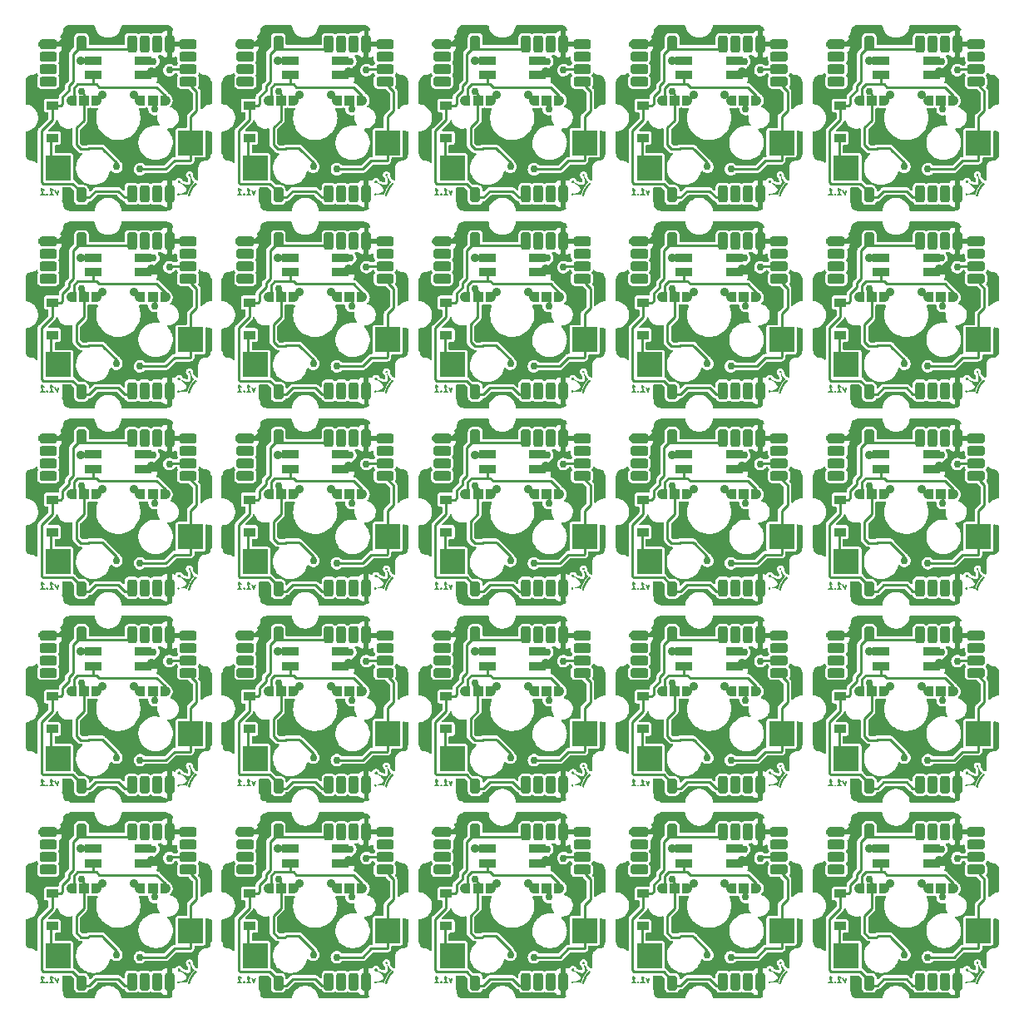
<source format=gbl>
G04 #@! TF.GenerationSoftware,KiCad,Pcbnew,(6.0.4-0)*
G04 #@! TF.CreationDate,2022-05-03T13:04:23-07:00*
G04 #@! TF.ProjectId,amoeba-king,616d6f65-6261-42d6-9b69-6e672e6b6963,rev?*
G04 #@! TF.SameCoordinates,Original*
G04 #@! TF.FileFunction,Copper,L2,Bot*
G04 #@! TF.FilePolarity,Positive*
%FSLAX46Y46*%
G04 Gerber Fmt 4.6, Leading zero omitted, Abs format (unit mm)*
G04 Created by KiCad (PCBNEW (6.0.4-0)) date 2022-05-03 13:04:23*
%MOMM*%
%LPD*%
G01*
G04 APERTURE LIST*
G04 Aperture macros list*
%AMRoundRect*
0 Rectangle with rounded corners*
0 $1 Rounding radius*
0 $2 $3 $4 $5 $6 $7 $8 $9 X,Y pos of 4 corners*
0 Add a 4 corners polygon primitive as box body*
4,1,4,$2,$3,$4,$5,$6,$7,$8,$9,$2,$3,0*
0 Add four circle primitives for the rounded corners*
1,1,$1+$1,$2,$3*
1,1,$1+$1,$4,$5*
1,1,$1+$1,$6,$7*
1,1,$1+$1,$8,$9*
0 Add four rect primitives between the rounded corners*
20,1,$1+$1,$2,$3,$4,$5,0*
20,1,$1+$1,$4,$5,$6,$7,0*
20,1,$1+$1,$6,$7,$8,$9,0*
20,1,$1+$1,$8,$9,$2,$3,0*%
%AMFreePoly0*
4,1,18,0.500000,-0.500000,0.000000,-0.500000,0.000000,-0.495033,-0.079941,-0.493568,-0.215256,-0.451293,-0.333266,-0.372738,-0.424486,-0.264219,-0.481581,-0.134460,-0.499963,0.006109,-0.478152,0.146186,-0.417904,0.274511,-0.324060,0.380769,-0.204165,0.456417,-0.067858,0.495374,0.000000,0.494959,0.000000,0.500000,0.500000,0.500000,0.500000,-0.500000,0.500000,-0.500000,$1*%
%AMFreePoly1*
4,1,19,0.000000,0.494959,0.073905,0.494508,0.209726,0.453889,0.328688,0.376782,0.421226,0.269385,0.479903,0.140333,0.500000,0.000000,0.499851,-0.012216,0.476331,-0.152017,0.414519,-0.279596,0.319384,-0.384700,0.198574,-0.458877,0.061801,-0.496166,0.000000,-0.495033,0.000000,-0.500000,-0.500000,-0.500000,-0.500000,0.500000,0.000000,0.500000,0.000000,0.494959,0.000000,0.494959,
$1*%
G04 Aperture macros list end*
%ADD10C,0.158750*%
G04 #@! TA.AperFunction,NonConductor*
%ADD11C,0.158750*%
G04 #@! TD*
G04 #@! TA.AperFunction,EtchedComponent*
%ADD12C,0.094155*%
G04 #@! TD*
G04 #@! TA.AperFunction,SMDPad,CuDef*
%ADD13R,2.550000X2.500000*%
G04 #@! TD*
G04 #@! TA.AperFunction,SMDPad,CuDef*
%ADD14RoundRect,0.250000X-0.250000X0.625000X-0.250000X-0.625000X0.250000X-0.625000X0.250000X0.625000X0*%
G04 #@! TD*
G04 #@! TA.AperFunction,ComponentPad*
%ADD15RoundRect,0.250000X-0.250000X0.250000X-0.250000X-0.250000X0.250000X-0.250000X0.250000X0.250000X0*%
G04 #@! TD*
G04 #@! TA.AperFunction,ComponentPad*
%ADD16RoundRect,0.250000X-0.250000X-0.250000X0.250000X-0.250000X0.250000X0.250000X-0.250000X0.250000X0*%
G04 #@! TD*
G04 #@! TA.AperFunction,SMDPad,CuDef*
%ADD17RoundRect,0.250000X-0.625000X-0.250000X0.625000X-0.250000X0.625000X0.250000X-0.625000X0.250000X0*%
G04 #@! TD*
G04 #@! TA.AperFunction,SMDPad,CuDef*
%ADD18FreePoly0,0.000000*%
G04 #@! TD*
G04 #@! TA.AperFunction,SMDPad,CuDef*
%ADD19R,1.000000X1.000000*%
G04 #@! TD*
G04 #@! TA.AperFunction,SMDPad,CuDef*
%ADD20FreePoly1,0.000000*%
G04 #@! TD*
G04 #@! TA.AperFunction,SMDPad,CuDef*
%ADD21RoundRect,0.250000X0.250000X-0.500000X0.250000X0.500000X-0.250000X0.500000X-0.250000X-0.500000X0*%
G04 #@! TD*
G04 #@! TA.AperFunction,ComponentPad*
%ADD22RoundRect,0.250000X0.250000X-0.250000X0.250000X0.250000X-0.250000X0.250000X-0.250000X-0.250000X0*%
G04 #@! TD*
G04 #@! TA.AperFunction,SMDPad,CuDef*
%ADD23RoundRect,0.250000X-0.250000X0.500000X-0.250000X-0.500000X0.250000X-0.500000X0.250000X0.500000X0*%
G04 #@! TD*
G04 #@! TA.AperFunction,SMDPad,CuDef*
%ADD24R,1.200000X0.900000*%
G04 #@! TD*
G04 #@! TA.AperFunction,SMDPad,CuDef*
%ADD25R,1.800000X0.820000*%
G04 #@! TD*
G04 #@! TA.AperFunction,ViaPad*
%ADD26C,0.889000*%
G04 #@! TD*
G04 #@! TA.AperFunction,ViaPad*
%ADD27C,0.762000*%
G04 #@! TD*
G04 #@! TA.AperFunction,Conductor*
%ADD28C,0.254000*%
G04 #@! TD*
G04 #@! TA.AperFunction,Conductor*
%ADD29C,0.508000*%
G04 #@! TD*
G04 APERTURE END LIST*
D10*
D11*
X149503843Y-216151028D02*
X149405569Y-216574361D01*
X149201462Y-216151028D01*
X148679855Y-216574361D02*
X149042712Y-216574361D01*
X148861283Y-216574361D02*
X148781908Y-215939361D01*
X148853724Y-216030076D01*
X148921759Y-216090552D01*
X148986015Y-216120790D01*
X148400152Y-216513885D02*
X148373694Y-216544123D01*
X148407712Y-216574361D01*
X148434170Y-216544123D01*
X148400152Y-216513885D01*
X148407712Y-216574361D01*
X147772712Y-216574361D02*
X148135569Y-216574361D01*
X147954140Y-216574361D02*
X147874765Y-215939361D01*
X147946581Y-216030076D01*
X148014617Y-216090552D01*
X148078873Y-216120790D01*
D10*
D11*
X109403843Y-176051028D02*
X109305569Y-176474361D01*
X109101462Y-176051028D01*
X108579855Y-176474361D02*
X108942712Y-176474361D01*
X108761283Y-176474361D02*
X108681908Y-175839361D01*
X108753724Y-175930076D01*
X108821759Y-175990552D01*
X108886015Y-176020790D01*
X108300152Y-176413885D02*
X108273694Y-176444123D01*
X108307712Y-176474361D01*
X108334170Y-176444123D01*
X108300152Y-176413885D01*
X108307712Y-176474361D01*
X107672712Y-176474361D02*
X108035569Y-176474361D01*
X107854140Y-176474361D02*
X107774765Y-175839361D01*
X107846581Y-175930076D01*
X107914617Y-175990552D01*
X107978873Y-176020790D01*
D10*
D11*
X129453843Y-256251028D02*
X129355569Y-256674361D01*
X129151462Y-256251028D01*
X128629855Y-256674361D02*
X128992712Y-256674361D01*
X128811283Y-256674361D02*
X128731908Y-256039361D01*
X128803724Y-256130076D01*
X128871759Y-256190552D01*
X128936015Y-256220790D01*
X128350152Y-256613885D02*
X128323694Y-256644123D01*
X128357712Y-256674361D01*
X128384170Y-256644123D01*
X128350152Y-256613885D01*
X128357712Y-256674361D01*
X127722712Y-256674361D02*
X128085569Y-256674361D01*
X127904140Y-256674361D02*
X127824765Y-256039361D01*
X127896581Y-256130076D01*
X127964617Y-256190552D01*
X128028873Y-256220790D01*
D10*
D11*
X69303843Y-176051028D02*
X69205569Y-176474361D01*
X69001462Y-176051028D01*
X68479855Y-176474361D02*
X68842712Y-176474361D01*
X68661283Y-176474361D02*
X68581908Y-175839361D01*
X68653724Y-175930076D01*
X68721759Y-175990552D01*
X68786015Y-176020790D01*
X68200152Y-176413885D02*
X68173694Y-176444123D01*
X68207712Y-176474361D01*
X68234170Y-176444123D01*
X68200152Y-176413885D01*
X68207712Y-176474361D01*
X67572712Y-176474361D02*
X67935569Y-176474361D01*
X67754140Y-176474361D02*
X67674765Y-175839361D01*
X67746581Y-175930076D01*
X67814617Y-175990552D01*
X67878873Y-176020790D01*
D10*
D11*
X149503843Y-196101028D02*
X149405569Y-196524361D01*
X149201462Y-196101028D01*
X148679855Y-196524361D02*
X149042712Y-196524361D01*
X148861283Y-196524361D02*
X148781908Y-195889361D01*
X148853724Y-195980076D01*
X148921759Y-196040552D01*
X148986015Y-196070790D01*
X148400152Y-196463885D02*
X148373694Y-196494123D01*
X148407712Y-196524361D01*
X148434170Y-196494123D01*
X148400152Y-196463885D01*
X148407712Y-196524361D01*
X147772712Y-196524361D02*
X148135569Y-196524361D01*
X147954140Y-196524361D02*
X147874765Y-195889361D01*
X147946581Y-195980076D01*
X148014617Y-196040552D01*
X148078873Y-196070790D01*
D10*
D11*
X89353843Y-256251028D02*
X89255569Y-256674361D01*
X89051462Y-256251028D01*
X88529855Y-256674361D02*
X88892712Y-256674361D01*
X88711283Y-256674361D02*
X88631908Y-256039361D01*
X88703724Y-256130076D01*
X88771759Y-256190552D01*
X88836015Y-256220790D01*
X88250152Y-256613885D02*
X88223694Y-256644123D01*
X88257712Y-256674361D01*
X88284170Y-256644123D01*
X88250152Y-256613885D01*
X88257712Y-256674361D01*
X87622712Y-256674361D02*
X87985569Y-256674361D01*
X87804140Y-256674361D02*
X87724765Y-256039361D01*
X87796581Y-256130076D01*
X87864617Y-256190552D01*
X87928873Y-256220790D01*
D10*
D11*
X109403843Y-216151028D02*
X109305569Y-216574361D01*
X109101462Y-216151028D01*
X108579855Y-216574361D02*
X108942712Y-216574361D01*
X108761283Y-216574361D02*
X108681908Y-215939361D01*
X108753724Y-216030076D01*
X108821759Y-216090552D01*
X108886015Y-216120790D01*
X108300152Y-216513885D02*
X108273694Y-216544123D01*
X108307712Y-216574361D01*
X108334170Y-216544123D01*
X108300152Y-216513885D01*
X108307712Y-216574361D01*
X107672712Y-216574361D02*
X108035569Y-216574361D01*
X107854140Y-216574361D02*
X107774765Y-215939361D01*
X107846581Y-216030076D01*
X107914617Y-216090552D01*
X107978873Y-216120790D01*
D10*
D11*
X69303843Y-256251028D02*
X69205569Y-256674361D01*
X69001462Y-256251028D01*
X68479855Y-256674361D02*
X68842712Y-256674361D01*
X68661283Y-256674361D02*
X68581908Y-256039361D01*
X68653724Y-256130076D01*
X68721759Y-256190552D01*
X68786015Y-256220790D01*
X68200152Y-256613885D02*
X68173694Y-256644123D01*
X68207712Y-256674361D01*
X68234170Y-256644123D01*
X68200152Y-256613885D01*
X68207712Y-256674361D01*
X67572712Y-256674361D02*
X67935569Y-256674361D01*
X67754140Y-256674361D02*
X67674765Y-256039361D01*
X67746581Y-256130076D01*
X67814617Y-256190552D01*
X67878873Y-256220790D01*
D10*
D11*
X89353843Y-176051028D02*
X89255569Y-176474361D01*
X89051462Y-176051028D01*
X88529855Y-176474361D02*
X88892712Y-176474361D01*
X88711283Y-176474361D02*
X88631908Y-175839361D01*
X88703724Y-175930076D01*
X88771759Y-175990552D01*
X88836015Y-176020790D01*
X88250152Y-176413885D02*
X88223694Y-176444123D01*
X88257712Y-176474361D01*
X88284170Y-176444123D01*
X88250152Y-176413885D01*
X88257712Y-176474361D01*
X87622712Y-176474361D02*
X87985569Y-176474361D01*
X87804140Y-176474361D02*
X87724765Y-175839361D01*
X87796581Y-175930076D01*
X87864617Y-175990552D01*
X87928873Y-176020790D01*
D10*
D11*
X89353843Y-216151028D02*
X89255569Y-216574361D01*
X89051462Y-216151028D01*
X88529855Y-216574361D02*
X88892712Y-216574361D01*
X88711283Y-216574361D02*
X88631908Y-215939361D01*
X88703724Y-216030076D01*
X88771759Y-216090552D01*
X88836015Y-216120790D01*
X88250152Y-216513885D02*
X88223694Y-216544123D01*
X88257712Y-216574361D01*
X88284170Y-216544123D01*
X88250152Y-216513885D01*
X88257712Y-216574361D01*
X87622712Y-216574361D02*
X87985569Y-216574361D01*
X87804140Y-216574361D02*
X87724765Y-215939361D01*
X87796581Y-216030076D01*
X87864617Y-216090552D01*
X87928873Y-216120790D01*
D10*
D11*
X149503843Y-176051028D02*
X149405569Y-176474361D01*
X149201462Y-176051028D01*
X148679855Y-176474361D02*
X149042712Y-176474361D01*
X148861283Y-176474361D02*
X148781908Y-175839361D01*
X148853724Y-175930076D01*
X148921759Y-175990552D01*
X148986015Y-176020790D01*
X148400152Y-176413885D02*
X148373694Y-176444123D01*
X148407712Y-176474361D01*
X148434170Y-176444123D01*
X148400152Y-176413885D01*
X148407712Y-176474361D01*
X147772712Y-176474361D02*
X148135569Y-176474361D01*
X147954140Y-176474361D02*
X147874765Y-175839361D01*
X147946581Y-175930076D01*
X148014617Y-175990552D01*
X148078873Y-176020790D01*
D10*
D11*
X129453843Y-196101028D02*
X129355569Y-196524361D01*
X129151462Y-196101028D01*
X128629855Y-196524361D02*
X128992712Y-196524361D01*
X128811283Y-196524361D02*
X128731908Y-195889361D01*
X128803724Y-195980076D01*
X128871759Y-196040552D01*
X128936015Y-196070790D01*
X128350152Y-196463885D02*
X128323694Y-196494123D01*
X128357712Y-196524361D01*
X128384170Y-196494123D01*
X128350152Y-196463885D01*
X128357712Y-196524361D01*
X127722712Y-196524361D02*
X128085569Y-196524361D01*
X127904140Y-196524361D02*
X127824765Y-195889361D01*
X127896581Y-195980076D01*
X127964617Y-196040552D01*
X128028873Y-196070790D01*
D10*
D11*
X149503843Y-256251028D02*
X149405569Y-256674361D01*
X149201462Y-256251028D01*
X148679855Y-256674361D02*
X149042712Y-256674361D01*
X148861283Y-256674361D02*
X148781908Y-256039361D01*
X148853724Y-256130076D01*
X148921759Y-256190552D01*
X148986015Y-256220790D01*
X148400152Y-256613885D02*
X148373694Y-256644123D01*
X148407712Y-256674361D01*
X148434170Y-256644123D01*
X148400152Y-256613885D01*
X148407712Y-256674361D01*
X147772712Y-256674361D02*
X148135569Y-256674361D01*
X147954140Y-256674361D02*
X147874765Y-256039361D01*
X147946581Y-256130076D01*
X148014617Y-256190552D01*
X148078873Y-256220790D01*
D10*
D11*
X69303843Y-236201028D02*
X69205569Y-236624361D01*
X69001462Y-236201028D01*
X68479855Y-236624361D02*
X68842712Y-236624361D01*
X68661283Y-236624361D02*
X68581908Y-235989361D01*
X68653724Y-236080076D01*
X68721759Y-236140552D01*
X68786015Y-236170790D01*
X68200152Y-236563885D02*
X68173694Y-236594123D01*
X68207712Y-236624361D01*
X68234170Y-236594123D01*
X68200152Y-236563885D01*
X68207712Y-236624361D01*
X67572712Y-236624361D02*
X67935569Y-236624361D01*
X67754140Y-236624361D02*
X67674765Y-235989361D01*
X67746581Y-236080076D01*
X67814617Y-236140552D01*
X67878873Y-236170790D01*
D10*
D11*
X89353843Y-196101028D02*
X89255569Y-196524361D01*
X89051462Y-196101028D01*
X88529855Y-196524361D02*
X88892712Y-196524361D01*
X88711283Y-196524361D02*
X88631908Y-195889361D01*
X88703724Y-195980076D01*
X88771759Y-196040552D01*
X88836015Y-196070790D01*
X88250152Y-196463885D02*
X88223694Y-196494123D01*
X88257712Y-196524361D01*
X88284170Y-196494123D01*
X88250152Y-196463885D01*
X88257712Y-196524361D01*
X87622712Y-196524361D02*
X87985569Y-196524361D01*
X87804140Y-196524361D02*
X87724765Y-195889361D01*
X87796581Y-195980076D01*
X87864617Y-196040552D01*
X87928873Y-196070790D01*
D10*
D11*
X109403843Y-256251028D02*
X109305569Y-256674361D01*
X109101462Y-256251028D01*
X108579855Y-256674361D02*
X108942712Y-256674361D01*
X108761283Y-256674361D02*
X108681908Y-256039361D01*
X108753724Y-256130076D01*
X108821759Y-256190552D01*
X108886015Y-256220790D01*
X108300152Y-256613885D02*
X108273694Y-256644123D01*
X108307712Y-256674361D01*
X108334170Y-256644123D01*
X108300152Y-256613885D01*
X108307712Y-256674361D01*
X107672712Y-256674361D02*
X108035569Y-256674361D01*
X107854140Y-256674361D02*
X107774765Y-256039361D01*
X107846581Y-256130076D01*
X107914617Y-256190552D01*
X107978873Y-256220790D01*
D10*
D11*
X149503843Y-236201028D02*
X149405569Y-236624361D01*
X149201462Y-236201028D01*
X148679855Y-236624361D02*
X149042712Y-236624361D01*
X148861283Y-236624361D02*
X148781908Y-235989361D01*
X148853724Y-236080076D01*
X148921759Y-236140552D01*
X148986015Y-236170790D01*
X148400152Y-236563885D02*
X148373694Y-236594123D01*
X148407712Y-236624361D01*
X148434170Y-236594123D01*
X148400152Y-236563885D01*
X148407712Y-236624361D01*
X147772712Y-236624361D02*
X148135569Y-236624361D01*
X147954140Y-236624361D02*
X147874765Y-235989361D01*
X147946581Y-236080076D01*
X148014617Y-236140552D01*
X148078873Y-236170790D01*
D10*
D11*
X109403843Y-236201028D02*
X109305569Y-236624361D01*
X109101462Y-236201028D01*
X108579855Y-236624361D02*
X108942712Y-236624361D01*
X108761283Y-236624361D02*
X108681908Y-235989361D01*
X108753724Y-236080076D01*
X108821759Y-236140552D01*
X108886015Y-236170790D01*
X108300152Y-236563885D02*
X108273694Y-236594123D01*
X108307712Y-236624361D01*
X108334170Y-236594123D01*
X108300152Y-236563885D01*
X108307712Y-236624361D01*
X107672712Y-236624361D02*
X108035569Y-236624361D01*
X107854140Y-236624361D02*
X107774765Y-235989361D01*
X107846581Y-236080076D01*
X107914617Y-236140552D01*
X107978873Y-236170790D01*
D10*
D11*
X69303843Y-216151028D02*
X69205569Y-216574361D01*
X69001462Y-216151028D01*
X68479855Y-216574361D02*
X68842712Y-216574361D01*
X68661283Y-216574361D02*
X68581908Y-215939361D01*
X68653724Y-216030076D01*
X68721759Y-216090552D01*
X68786015Y-216120790D01*
X68200152Y-216513885D02*
X68173694Y-216544123D01*
X68207712Y-216574361D01*
X68234170Y-216544123D01*
X68200152Y-216513885D01*
X68207712Y-216574361D01*
X67572712Y-216574361D02*
X67935569Y-216574361D01*
X67754140Y-216574361D02*
X67674765Y-215939361D01*
X67746581Y-216030076D01*
X67814617Y-216090552D01*
X67878873Y-216120790D01*
D10*
D11*
X129453843Y-176051028D02*
X129355569Y-176474361D01*
X129151462Y-176051028D01*
X128629855Y-176474361D02*
X128992712Y-176474361D01*
X128811283Y-176474361D02*
X128731908Y-175839361D01*
X128803724Y-175930076D01*
X128871759Y-175990552D01*
X128936015Y-176020790D01*
X128350152Y-176413885D02*
X128323694Y-176444123D01*
X128357712Y-176474361D01*
X128384170Y-176444123D01*
X128350152Y-176413885D01*
X128357712Y-176474361D01*
X127722712Y-176474361D02*
X128085569Y-176474361D01*
X127904140Y-176474361D02*
X127824765Y-175839361D01*
X127896581Y-175930076D01*
X127964617Y-175990552D01*
X128028873Y-176020790D01*
D10*
D11*
X129453843Y-236201028D02*
X129355569Y-236624361D01*
X129151462Y-236201028D01*
X128629855Y-236624361D02*
X128992712Y-236624361D01*
X128811283Y-236624361D02*
X128731908Y-235989361D01*
X128803724Y-236080076D01*
X128871759Y-236140552D01*
X128936015Y-236170790D01*
X128350152Y-236563885D02*
X128323694Y-236594123D01*
X128357712Y-236624361D01*
X128384170Y-236594123D01*
X128350152Y-236563885D01*
X128357712Y-236624361D01*
X127722712Y-236624361D02*
X128085569Y-236624361D01*
X127904140Y-236624361D02*
X127824765Y-235989361D01*
X127896581Y-236080076D01*
X127964617Y-236140552D01*
X128028873Y-236170790D01*
D10*
D11*
X109403843Y-196101028D02*
X109305569Y-196524361D01*
X109101462Y-196101028D01*
X108579855Y-196524361D02*
X108942712Y-196524361D01*
X108761283Y-196524361D02*
X108681908Y-195889361D01*
X108753724Y-195980076D01*
X108821759Y-196040552D01*
X108886015Y-196070790D01*
X108300152Y-196463885D02*
X108273694Y-196494123D01*
X108307712Y-196524361D01*
X108334170Y-196494123D01*
X108300152Y-196463885D01*
X108307712Y-196524361D01*
X107672712Y-196524361D02*
X108035569Y-196524361D01*
X107854140Y-196524361D02*
X107774765Y-195889361D01*
X107846581Y-195980076D01*
X107914617Y-196040552D01*
X107978873Y-196070790D01*
D10*
D11*
X89353843Y-236201028D02*
X89255569Y-236624361D01*
X89051462Y-236201028D01*
X88529855Y-236624361D02*
X88892712Y-236624361D01*
X88711283Y-236624361D02*
X88631908Y-235989361D01*
X88703724Y-236080076D01*
X88771759Y-236140552D01*
X88836015Y-236170790D01*
X88250152Y-236563885D02*
X88223694Y-236594123D01*
X88257712Y-236624361D01*
X88284170Y-236594123D01*
X88250152Y-236563885D01*
X88257712Y-236624361D01*
X87622712Y-236624361D02*
X87985569Y-236624361D01*
X87804140Y-236624361D02*
X87724765Y-235989361D01*
X87796581Y-236080076D01*
X87864617Y-236140552D01*
X87928873Y-236170790D01*
D10*
D11*
X69303843Y-196101028D02*
X69205569Y-196524361D01*
X69001462Y-196101028D01*
X68479855Y-196524361D02*
X68842712Y-196524361D01*
X68661283Y-196524361D02*
X68581908Y-195889361D01*
X68653724Y-195980076D01*
X68721759Y-196040552D01*
X68786015Y-196070790D01*
X68200152Y-196463885D02*
X68173694Y-196494123D01*
X68207712Y-196524361D01*
X68234170Y-196494123D01*
X68200152Y-196463885D01*
X68207712Y-196524361D01*
X67572712Y-196524361D02*
X67935569Y-196524361D01*
X67754140Y-196524361D02*
X67674765Y-195889361D01*
X67746581Y-195980076D01*
X67814617Y-196040552D01*
X67878873Y-196070790D01*
D10*
D11*
X129453843Y-216151028D02*
X129355569Y-216574361D01*
X129151462Y-216151028D01*
X128629855Y-216574361D02*
X128992712Y-216574361D01*
X128811283Y-216574361D02*
X128731908Y-215939361D01*
X128803724Y-216030076D01*
X128871759Y-216090552D01*
X128936015Y-216120790D01*
X128350152Y-216513885D02*
X128323694Y-216544123D01*
X128357712Y-216574361D01*
X128384170Y-216544123D01*
X128350152Y-216513885D01*
X128357712Y-216574361D01*
X127722712Y-216574361D02*
X128085569Y-216574361D01*
X127904140Y-216574361D02*
X127824765Y-215939361D01*
X127896581Y-216030076D01*
X127964617Y-216090552D01*
X128028873Y-216120790D01*
G36*
X82704714Y-174366818D02*
G01*
X82726299Y-174371681D01*
X82747067Y-174381022D01*
X82765520Y-174394326D01*
X82780472Y-174410557D01*
X82791767Y-174429097D01*
X82799246Y-174449319D01*
X82802751Y-174470608D01*
X82802126Y-174492340D01*
X82797212Y-174513895D01*
X82787854Y-174534652D01*
X82777654Y-174553145D01*
X82766461Y-174563914D01*
X82751791Y-174572308D01*
X82958213Y-174940314D01*
X82975843Y-174968227D01*
X82993373Y-174994814D01*
X83010793Y-175020087D01*
X83028089Y-175044061D01*
X83045253Y-175066750D01*
X83062273Y-175088168D01*
X83079138Y-175108330D01*
X83095838Y-175127251D01*
X83112364Y-175144944D01*
X83128701Y-175161424D01*
X83144841Y-175176705D01*
X83160773Y-175190802D01*
X83176486Y-175203728D01*
X83191969Y-175215498D01*
X83175507Y-175231091D01*
X83159015Y-175247082D01*
X83142503Y-175263464D01*
X83125979Y-175280234D01*
X83109451Y-175297388D01*
X83092929Y-175314922D01*
X83076421Y-175332831D01*
X83059938Y-175351111D01*
X83043485Y-175369758D01*
X83027073Y-175388768D01*
X83010711Y-175408136D01*
X82994408Y-175427858D01*
X82978172Y-175447930D01*
X82962012Y-175468346D01*
X82945936Y-175489104D01*
X82929955Y-175510200D01*
X82914075Y-175531628D01*
X82898308Y-175553384D01*
X82882660Y-175575464D01*
X82867141Y-175597865D01*
X82851760Y-175620581D01*
X82836526Y-175643608D01*
X82821446Y-175666942D01*
X82806532Y-175690579D01*
X82791790Y-175714514D01*
X82777230Y-175738745D01*
X82762860Y-175763265D01*
X82748691Y-175788070D01*
X82734729Y-175813157D01*
X82720471Y-175838485D01*
X82706562Y-175863773D01*
X82693002Y-175889020D01*
X82679791Y-175914219D01*
X82666924Y-175939365D01*
X82654404Y-175964453D01*
X82642228Y-175989476D01*
X82630394Y-176014432D01*
X82618904Y-176039313D01*
X82607755Y-176064115D01*
X82596945Y-176088834D01*
X82586475Y-176113463D01*
X82576343Y-176137997D01*
X82566546Y-176162431D01*
X82557086Y-176186759D01*
X82547962Y-176210978D01*
X82539171Y-176235082D01*
X82530713Y-176259064D01*
X82522586Y-176282920D01*
X82514789Y-176306646D01*
X82507323Y-176330235D01*
X82500185Y-176353682D01*
X82493373Y-176376983D01*
X82486889Y-176400131D01*
X82480730Y-176423123D01*
X82474894Y-176445952D01*
X82469383Y-176468613D01*
X82464194Y-176491102D01*
X82459325Y-176513413D01*
X82440832Y-176506452D01*
X82421472Y-176499708D01*
X82401200Y-176493241D01*
X82379963Y-176487110D01*
X82357714Y-176481374D01*
X82334403Y-176476093D01*
X82309983Y-176471327D01*
X82284404Y-176467133D01*
X82257615Y-176463573D01*
X82229569Y-176460706D01*
X82200218Y-176458590D01*
X82169511Y-176457285D01*
X82137399Y-176456851D01*
X82103834Y-176457347D01*
X81675846Y-176459672D01*
X81674679Y-176477664D01*
X81671309Y-176495727D01*
X81664328Y-176512693D01*
X81651032Y-176531177D01*
X81634821Y-176546209D01*
X81616314Y-176557617D01*
X81596125Y-176565225D01*
X81574871Y-176568860D01*
X81553169Y-176568348D01*
X81531636Y-176563515D01*
X81510887Y-176554186D01*
X81492415Y-176540870D01*
X81477411Y-176524609D01*
X81466046Y-176506029D01*
X81458485Y-176485759D01*
X81454897Y-176464423D01*
X81455450Y-176442649D01*
X81460313Y-176421065D01*
X81469653Y-176400297D01*
X81482957Y-176381843D01*
X81499189Y-176366891D01*
X81517728Y-176355597D01*
X81537952Y-176348118D01*
X81559240Y-176344612D01*
X81580971Y-176345238D01*
X81602527Y-176350151D01*
X81623283Y-176359510D01*
X81639692Y-176372166D01*
X81653535Y-176388695D01*
X81664723Y-176407528D01*
X81673170Y-176427099D01*
X81691346Y-176421767D01*
X81710664Y-176415997D01*
X81731034Y-176409792D01*
X81752366Y-176403157D01*
X81774573Y-176396096D01*
X81797563Y-176388616D01*
X81821248Y-176380718D01*
X81845538Y-176372409D01*
X81870345Y-176363694D01*
X81895578Y-176354575D01*
X81921148Y-176345059D01*
X81946966Y-176335150D01*
X81972942Y-176324853D01*
X81998987Y-176314172D01*
X82025011Y-176303111D01*
X82050925Y-176291676D01*
X82076641Y-176279870D01*
X82102068Y-176267700D01*
X82127116Y-176255170D01*
X82151697Y-176242281D01*
X82175721Y-176229043D01*
X82199099Y-176215458D01*
X82221740Y-176201529D01*
X82243557Y-176187263D01*
X82264460Y-176172664D01*
X82284359Y-176157737D01*
X82303164Y-176142486D01*
X82320786Y-176126916D01*
X82337137Y-176111031D01*
X82352126Y-176094836D01*
X82365663Y-176078336D01*
X82377660Y-176061534D01*
X82388029Y-176044437D01*
X82396677Y-176027048D01*
X82403517Y-176009373D01*
X82408459Y-175991415D01*
X82411414Y-175973179D01*
X82401421Y-175950293D01*
X82390761Y-175927706D01*
X82379455Y-175905415D01*
X82367527Y-175883415D01*
X82354999Y-175861706D01*
X82341891Y-175840280D01*
X82328226Y-175819138D01*
X82314028Y-175798276D01*
X82299317Y-175777690D01*
X82284116Y-175757378D01*
X82268447Y-175737334D01*
X82252333Y-175717559D01*
X82235795Y-175698047D01*
X82218855Y-175678795D01*
X82201537Y-175659801D01*
X82183861Y-175641061D01*
X82165850Y-175622571D01*
X82147526Y-175604330D01*
X82128912Y-175586333D01*
X82110029Y-175568578D01*
X82090900Y-175551061D01*
X82071547Y-175533779D01*
X82051992Y-175516729D01*
X82032257Y-175499908D01*
X82012364Y-175483313D01*
X81992336Y-175466941D01*
X81972195Y-175450787D01*
X81951962Y-175434849D01*
X81931659Y-175419124D01*
X81911311Y-175403609D01*
X81890937Y-175388302D01*
X81870561Y-175373197D01*
X81850205Y-175358292D01*
X81829890Y-175343585D01*
X81809638Y-175329071D01*
X81789473Y-175314748D01*
X81769416Y-175300613D01*
X81749490Y-175286662D01*
X81729716Y-175272892D01*
X81713992Y-175291859D01*
X81702220Y-175303486D01*
X81686399Y-175313222D01*
X81667293Y-175320614D01*
X81645665Y-175325209D01*
X81622278Y-175326549D01*
X81597895Y-175324183D01*
X81573281Y-175317655D01*
X81549197Y-175306509D01*
X81529703Y-175293050D01*
X81513086Y-175277077D01*
X81499452Y-175258996D01*
X81488903Y-175239216D01*
X81481547Y-175218145D01*
X81477487Y-175196191D01*
X81476827Y-175173761D01*
X81479674Y-175151264D01*
X81486131Y-175129107D01*
X81496304Y-175107700D01*
X81509757Y-175088187D01*
X81525716Y-175071516D01*
X81543776Y-175057803D01*
X81563530Y-175047159D01*
X81584573Y-175039698D01*
X81606500Y-175035533D01*
X81628904Y-175034778D01*
X81651379Y-175037546D01*
X81673521Y-175043949D01*
X81694924Y-175054102D01*
X81714523Y-175067699D01*
X81731057Y-175083842D01*
X81744454Y-175102113D01*
X81754645Y-175122099D01*
X81761558Y-175143383D01*
X81765121Y-175165551D01*
X81765267Y-175188186D01*
X81761923Y-175210875D01*
X81755019Y-175233201D01*
X81780417Y-175245007D01*
X81806119Y-175256889D01*
X81832093Y-175268812D01*
X81858309Y-175280749D01*
X81884734Y-175292669D01*
X81911338Y-175304540D01*
X81938088Y-175316332D01*
X81964955Y-175328014D01*
X81991906Y-175339556D01*
X82018911Y-175350926D01*
X82045936Y-175362095D01*
X82072953Y-175373032D01*
X82099929Y-175383706D01*
X82126832Y-175394085D01*
X82153633Y-175404141D01*
X82180298Y-175413841D01*
X82206798Y-175423156D01*
X82233100Y-175432055D01*
X82259173Y-175440506D01*
X82284987Y-175448480D01*
X82310508Y-175455945D01*
X82335708Y-175462872D01*
X82360554Y-175469228D01*
X82385013Y-175474985D01*
X82409056Y-175480110D01*
X82432653Y-175484575D01*
X82455769Y-175488346D01*
X82478374Y-175491394D01*
X82500438Y-175493689D01*
X82521929Y-175495200D01*
X82542815Y-175495896D01*
X82563065Y-175495746D01*
X82582647Y-175494720D01*
X82601532Y-175492788D01*
X82619687Y-175489918D01*
X82637080Y-175486079D01*
X82653681Y-175481242D01*
X82669458Y-175475374D01*
X82684381Y-175468447D01*
X82698416Y-175460429D01*
X82711534Y-175451289D01*
X82725326Y-175439606D01*
X82737890Y-175426366D01*
X82749268Y-175411649D01*
X82759499Y-175395531D01*
X82768624Y-175378090D01*
X82776685Y-175359404D01*
X82783720Y-175339550D01*
X82789771Y-175318605D01*
X82794878Y-175296646D01*
X82799081Y-175273752D01*
X82802421Y-175249999D01*
X82804939Y-175225465D01*
X82806674Y-175200228D01*
X82807668Y-175174365D01*
X82807961Y-175147953D01*
X82807592Y-175121071D01*
X82806604Y-175093795D01*
X82805035Y-175066203D01*
X82802927Y-175038372D01*
X82800320Y-175010379D01*
X82797254Y-174982304D01*
X82793771Y-174954222D01*
X82789910Y-174926212D01*
X82785711Y-174898350D01*
X82781216Y-174870713D01*
X82776465Y-174843381D01*
X82771497Y-174816429D01*
X82766354Y-174789937D01*
X82761076Y-174763980D01*
X82755704Y-174738637D01*
X82750279Y-174713984D01*
X82744839Y-174690100D01*
X82739426Y-174667062D01*
X82734081Y-174644947D01*
X82728843Y-174623833D01*
X82723753Y-174603797D01*
X82718853Y-174584918D01*
X82697827Y-174588695D01*
X82676401Y-174588778D01*
X82655156Y-174584625D01*
X82634671Y-174575697D01*
X82616187Y-174562401D01*
X82601154Y-174546190D01*
X82589746Y-174527682D01*
X82582139Y-174507494D01*
X82578504Y-174486240D01*
X82579016Y-174464538D01*
X82583849Y-174443005D01*
X82593178Y-174422255D01*
X82606493Y-174403784D01*
X82622755Y-174388780D01*
X82641334Y-174377414D01*
X82661606Y-174369853D01*
X82682940Y-174366266D01*
X82704714Y-174366818D01*
G37*
G36*
X83271977Y-175293494D02*
G01*
X83288950Y-175310041D01*
X83306147Y-175324932D01*
X83323941Y-175338626D01*
X83342705Y-175351588D01*
X83326687Y-175366917D01*
X83310631Y-175382638D01*
X83294544Y-175398744D01*
X83278436Y-175415235D01*
X83262313Y-175432107D01*
X83246185Y-175449354D01*
X83230060Y-175466977D01*
X83213947Y-175484970D01*
X83197853Y-175503328D01*
X83181788Y-175522052D01*
X83165759Y-175541137D01*
X83149775Y-175560578D01*
X83133845Y-175580374D01*
X83117976Y-175600520D01*
X83102178Y-175621013D01*
X83086459Y-175641852D01*
X83070826Y-175663031D01*
X83055288Y-175684546D01*
X83039855Y-175706397D01*
X83024533Y-175728579D01*
X83009332Y-175751088D01*
X82994261Y-175773923D01*
X82979326Y-175797078D01*
X82964538Y-175820550D01*
X82949903Y-175844338D01*
X82935431Y-175868438D01*
X82921130Y-175892844D01*
X82907009Y-175917556D01*
X82893146Y-175942405D01*
X82879620Y-175967222D01*
X82866431Y-175992002D01*
X82853578Y-176016740D01*
X82841063Y-176041427D01*
X82828884Y-176066058D01*
X82817042Y-176090628D01*
X82805537Y-176115130D01*
X82794370Y-176139557D01*
X82783541Y-176163905D01*
X82773049Y-176188165D01*
X82762895Y-176212333D01*
X82753079Y-176236402D01*
X82743602Y-176260365D01*
X82734463Y-176284219D01*
X82725661Y-176307953D01*
X82717199Y-176331565D01*
X82709076Y-176355047D01*
X82701292Y-176378393D01*
X82693847Y-176401597D01*
X82686742Y-176424654D01*
X82679975Y-176447556D01*
X82673548Y-176470297D01*
X82667461Y-176492872D01*
X82661714Y-176515274D01*
X82656307Y-176537496D01*
X82651241Y-176559535D01*
X82646514Y-176581382D01*
X82627393Y-176572547D01*
X82607184Y-176564974D01*
X82585838Y-176558425D01*
X82563309Y-176552663D01*
X82539548Y-176547451D01*
X82543466Y-176525868D01*
X82547769Y-176504058D01*
X82552454Y-176482025D01*
X82557518Y-176459778D01*
X82562958Y-176437325D01*
X82568773Y-176414671D01*
X82574960Y-176391826D01*
X82581516Y-176368796D01*
X82588438Y-176345589D01*
X82595724Y-176322213D01*
X82603372Y-176298674D01*
X82611380Y-176274980D01*
X82619743Y-176251139D01*
X82628460Y-176227158D01*
X82637530Y-176203043D01*
X82646948Y-176178803D01*
X82656713Y-176154445D01*
X82666821Y-176129977D01*
X82677270Y-176105405D01*
X82688059Y-176080738D01*
X82699183Y-176055982D01*
X82710643Y-176031145D01*
X82722433Y-176006235D01*
X82734550Y-175981259D01*
X82746995Y-175956223D01*
X82759764Y-175931136D01*
X82772854Y-175906005D01*
X82786263Y-175880838D01*
X82799987Y-175855641D01*
X82814060Y-175831090D01*
X82828294Y-175806791D01*
X82842686Y-175782752D01*
X82857230Y-175758982D01*
X82871921Y-175735486D01*
X82886752Y-175712274D01*
X82901720Y-175689354D01*
X82916819Y-175666732D01*
X82932043Y-175644419D01*
X82947388Y-175622420D01*
X82962848Y-175600745D01*
X82978418Y-175579401D01*
X82994093Y-175558395D01*
X83009867Y-175537736D01*
X83025736Y-175517431D01*
X83041693Y-175497490D01*
X83057734Y-175477918D01*
X83073854Y-175458725D01*
X83090047Y-175439918D01*
X83106308Y-175421506D01*
X83122631Y-175403494D01*
X83139013Y-175385893D01*
X83155447Y-175368710D01*
X83171928Y-175351952D01*
X83188450Y-175335629D01*
X83205009Y-175319746D01*
X83221601Y-175304312D01*
X83238217Y-175289336D01*
X83254856Y-175274825D01*
X83271977Y-175293494D01*
G37*
D12*
X83271977Y-175293494D02*
X83288950Y-175310041D01*
X83306147Y-175324932D01*
X83323941Y-175338626D01*
X83342705Y-175351588D01*
X83326687Y-175366917D01*
X83310631Y-175382638D01*
X83294544Y-175398744D01*
X83278436Y-175415235D01*
X83262313Y-175432107D01*
X83246185Y-175449354D01*
X83230060Y-175466977D01*
X83213947Y-175484970D01*
X83197853Y-175503328D01*
X83181788Y-175522052D01*
X83165759Y-175541137D01*
X83149775Y-175560578D01*
X83133845Y-175580374D01*
X83117976Y-175600520D01*
X83102178Y-175621013D01*
X83086459Y-175641852D01*
X83070826Y-175663031D01*
X83055288Y-175684546D01*
X83039855Y-175706397D01*
X83024533Y-175728579D01*
X83009332Y-175751088D01*
X82994261Y-175773923D01*
X82979326Y-175797078D01*
X82964538Y-175820550D01*
X82949903Y-175844338D01*
X82935431Y-175868438D01*
X82921130Y-175892844D01*
X82907009Y-175917556D01*
X82893146Y-175942405D01*
X82879620Y-175967222D01*
X82866431Y-175992002D01*
X82853578Y-176016740D01*
X82841063Y-176041427D01*
X82828884Y-176066058D01*
X82817042Y-176090628D01*
X82805537Y-176115130D01*
X82794370Y-176139557D01*
X82783541Y-176163905D01*
X82773049Y-176188165D01*
X82762895Y-176212333D01*
X82753079Y-176236402D01*
X82743602Y-176260365D01*
X82734463Y-176284219D01*
X82725661Y-176307953D01*
X82717199Y-176331565D01*
X82709076Y-176355047D01*
X82701292Y-176378393D01*
X82693847Y-176401597D01*
X82686742Y-176424654D01*
X82679975Y-176447556D01*
X82673548Y-176470297D01*
X82667461Y-176492872D01*
X82661714Y-176515274D01*
X82656307Y-176537496D01*
X82651241Y-176559535D01*
X82646514Y-176581382D01*
X82627393Y-176572547D01*
X82607184Y-176564974D01*
X82585838Y-176558425D01*
X82563309Y-176552663D01*
X82539548Y-176547451D01*
X82543466Y-176525868D01*
X82547769Y-176504058D01*
X82552454Y-176482025D01*
X82557518Y-176459778D01*
X82562958Y-176437325D01*
X82568773Y-176414671D01*
X82574960Y-176391826D01*
X82581516Y-176368796D01*
X82588438Y-176345589D01*
X82595724Y-176322213D01*
X82603372Y-176298674D01*
X82611380Y-176274980D01*
X82619743Y-176251139D01*
X82628460Y-176227158D01*
X82637530Y-176203043D01*
X82646948Y-176178803D01*
X82656713Y-176154445D01*
X82666821Y-176129977D01*
X82677270Y-176105405D01*
X82688059Y-176080738D01*
X82699183Y-176055982D01*
X82710643Y-176031145D01*
X82722433Y-176006235D01*
X82734550Y-175981259D01*
X82746995Y-175956223D01*
X82759764Y-175931136D01*
X82772854Y-175906005D01*
X82786263Y-175880838D01*
X82799987Y-175855641D01*
X82814060Y-175831090D01*
X82828294Y-175806791D01*
X82842686Y-175782752D01*
X82857230Y-175758982D01*
X82871921Y-175735486D01*
X82886752Y-175712274D01*
X82901720Y-175689354D01*
X82916819Y-175666732D01*
X82932043Y-175644419D01*
X82947388Y-175622420D01*
X82962848Y-175600745D01*
X82978418Y-175579401D01*
X82994093Y-175558395D01*
X83009867Y-175537736D01*
X83025736Y-175517431D01*
X83041693Y-175497490D01*
X83057734Y-175477918D01*
X83073854Y-175458725D01*
X83090047Y-175439918D01*
X83106308Y-175421506D01*
X83122631Y-175403494D01*
X83139013Y-175385893D01*
X83155447Y-175368710D01*
X83171928Y-175351952D01*
X83188450Y-175335629D01*
X83205009Y-175319746D01*
X83221601Y-175304312D01*
X83238217Y-175289336D01*
X83254856Y-175274825D01*
X83271977Y-175293494D01*
G36*
X163471977Y-195343494D02*
G01*
X163488950Y-195360041D01*
X163506147Y-195374932D01*
X163523941Y-195388626D01*
X163542705Y-195401588D01*
X163526687Y-195416917D01*
X163510631Y-195432638D01*
X163494544Y-195448744D01*
X163478436Y-195465235D01*
X163462313Y-195482107D01*
X163446185Y-195499354D01*
X163430060Y-195516977D01*
X163413947Y-195534970D01*
X163397853Y-195553328D01*
X163381788Y-195572052D01*
X163365759Y-195591137D01*
X163349775Y-195610578D01*
X163333845Y-195630374D01*
X163317976Y-195650520D01*
X163302178Y-195671013D01*
X163286459Y-195691852D01*
X163270826Y-195713031D01*
X163255288Y-195734546D01*
X163239855Y-195756397D01*
X163224533Y-195778579D01*
X163209332Y-195801088D01*
X163194261Y-195823923D01*
X163179326Y-195847078D01*
X163164538Y-195870550D01*
X163149903Y-195894338D01*
X163135431Y-195918438D01*
X163121130Y-195942844D01*
X163107009Y-195967556D01*
X163093146Y-195992405D01*
X163079620Y-196017222D01*
X163066431Y-196042002D01*
X163053578Y-196066740D01*
X163041063Y-196091427D01*
X163028884Y-196116058D01*
X163017042Y-196140628D01*
X163005537Y-196165130D01*
X162994370Y-196189557D01*
X162983541Y-196213905D01*
X162973049Y-196238165D01*
X162962895Y-196262333D01*
X162953079Y-196286402D01*
X162943602Y-196310365D01*
X162934463Y-196334219D01*
X162925661Y-196357953D01*
X162917199Y-196381565D01*
X162909076Y-196405047D01*
X162901292Y-196428393D01*
X162893847Y-196451597D01*
X162886742Y-196474654D01*
X162879975Y-196497556D01*
X162873548Y-196520297D01*
X162867461Y-196542872D01*
X162861714Y-196565274D01*
X162856307Y-196587496D01*
X162851241Y-196609535D01*
X162846514Y-196631382D01*
X162827393Y-196622547D01*
X162807184Y-196614974D01*
X162785838Y-196608425D01*
X162763309Y-196602663D01*
X162739548Y-196597451D01*
X162743466Y-196575868D01*
X162747769Y-196554058D01*
X162752454Y-196532025D01*
X162757518Y-196509778D01*
X162762958Y-196487325D01*
X162768773Y-196464671D01*
X162774960Y-196441826D01*
X162781516Y-196418796D01*
X162788438Y-196395589D01*
X162795724Y-196372213D01*
X162803372Y-196348674D01*
X162811380Y-196324980D01*
X162819743Y-196301139D01*
X162828460Y-196277158D01*
X162837530Y-196253043D01*
X162846948Y-196228803D01*
X162856713Y-196204445D01*
X162866821Y-196179977D01*
X162877270Y-196155405D01*
X162888059Y-196130738D01*
X162899183Y-196105982D01*
X162910643Y-196081145D01*
X162922433Y-196056235D01*
X162934550Y-196031259D01*
X162946995Y-196006223D01*
X162959764Y-195981136D01*
X162972854Y-195956005D01*
X162986263Y-195930838D01*
X162999987Y-195905641D01*
X163014060Y-195881090D01*
X163028294Y-195856791D01*
X163042686Y-195832752D01*
X163057230Y-195808982D01*
X163071921Y-195785486D01*
X163086752Y-195762274D01*
X163101720Y-195739354D01*
X163116819Y-195716732D01*
X163132043Y-195694419D01*
X163147388Y-195672420D01*
X163162848Y-195650745D01*
X163178418Y-195629401D01*
X163194093Y-195608395D01*
X163209867Y-195587736D01*
X163225736Y-195567431D01*
X163241693Y-195547490D01*
X163257734Y-195527918D01*
X163273854Y-195508725D01*
X163290047Y-195489918D01*
X163306308Y-195471506D01*
X163322631Y-195453494D01*
X163339013Y-195435893D01*
X163355447Y-195418710D01*
X163371928Y-195401952D01*
X163388450Y-195385629D01*
X163405009Y-195369746D01*
X163421601Y-195354312D01*
X163438217Y-195339336D01*
X163454856Y-195324825D01*
X163471977Y-195343494D01*
G37*
X163471977Y-195343494D02*
X163488950Y-195360041D01*
X163506147Y-195374932D01*
X163523941Y-195388626D01*
X163542705Y-195401588D01*
X163526687Y-195416917D01*
X163510631Y-195432638D01*
X163494544Y-195448744D01*
X163478436Y-195465235D01*
X163462313Y-195482107D01*
X163446185Y-195499354D01*
X163430060Y-195516977D01*
X163413947Y-195534970D01*
X163397853Y-195553328D01*
X163381788Y-195572052D01*
X163365759Y-195591137D01*
X163349775Y-195610578D01*
X163333845Y-195630374D01*
X163317976Y-195650520D01*
X163302178Y-195671013D01*
X163286459Y-195691852D01*
X163270826Y-195713031D01*
X163255288Y-195734546D01*
X163239855Y-195756397D01*
X163224533Y-195778579D01*
X163209332Y-195801088D01*
X163194261Y-195823923D01*
X163179326Y-195847078D01*
X163164538Y-195870550D01*
X163149903Y-195894338D01*
X163135431Y-195918438D01*
X163121130Y-195942844D01*
X163107009Y-195967556D01*
X163093146Y-195992405D01*
X163079620Y-196017222D01*
X163066431Y-196042002D01*
X163053578Y-196066740D01*
X163041063Y-196091427D01*
X163028884Y-196116058D01*
X163017042Y-196140628D01*
X163005537Y-196165130D01*
X162994370Y-196189557D01*
X162983541Y-196213905D01*
X162973049Y-196238165D01*
X162962895Y-196262333D01*
X162953079Y-196286402D01*
X162943602Y-196310365D01*
X162934463Y-196334219D01*
X162925661Y-196357953D01*
X162917199Y-196381565D01*
X162909076Y-196405047D01*
X162901292Y-196428393D01*
X162893847Y-196451597D01*
X162886742Y-196474654D01*
X162879975Y-196497556D01*
X162873548Y-196520297D01*
X162867461Y-196542872D01*
X162861714Y-196565274D01*
X162856307Y-196587496D01*
X162851241Y-196609535D01*
X162846514Y-196631382D01*
X162827393Y-196622547D01*
X162807184Y-196614974D01*
X162785838Y-196608425D01*
X162763309Y-196602663D01*
X162739548Y-196597451D01*
X162743466Y-196575868D01*
X162747769Y-196554058D01*
X162752454Y-196532025D01*
X162757518Y-196509778D01*
X162762958Y-196487325D01*
X162768773Y-196464671D01*
X162774960Y-196441826D01*
X162781516Y-196418796D01*
X162788438Y-196395589D01*
X162795724Y-196372213D01*
X162803372Y-196348674D01*
X162811380Y-196324980D01*
X162819743Y-196301139D01*
X162828460Y-196277158D01*
X162837530Y-196253043D01*
X162846948Y-196228803D01*
X162856713Y-196204445D01*
X162866821Y-196179977D01*
X162877270Y-196155405D01*
X162888059Y-196130738D01*
X162899183Y-196105982D01*
X162910643Y-196081145D01*
X162922433Y-196056235D01*
X162934550Y-196031259D01*
X162946995Y-196006223D01*
X162959764Y-195981136D01*
X162972854Y-195956005D01*
X162986263Y-195930838D01*
X162999987Y-195905641D01*
X163014060Y-195881090D01*
X163028294Y-195856791D01*
X163042686Y-195832752D01*
X163057230Y-195808982D01*
X163071921Y-195785486D01*
X163086752Y-195762274D01*
X163101720Y-195739354D01*
X163116819Y-195716732D01*
X163132043Y-195694419D01*
X163147388Y-195672420D01*
X163162848Y-195650745D01*
X163178418Y-195629401D01*
X163194093Y-195608395D01*
X163209867Y-195587736D01*
X163225736Y-195567431D01*
X163241693Y-195547490D01*
X163257734Y-195527918D01*
X163273854Y-195508725D01*
X163290047Y-195489918D01*
X163306308Y-195471506D01*
X163322631Y-195453494D01*
X163339013Y-195435893D01*
X163355447Y-195418710D01*
X163371928Y-195401952D01*
X163388450Y-195385629D01*
X163405009Y-195369746D01*
X163421601Y-195354312D01*
X163438217Y-195339336D01*
X163454856Y-195324825D01*
X163471977Y-195343494D01*
G36*
X162904714Y-194416818D02*
G01*
X162926299Y-194421681D01*
X162947067Y-194431022D01*
X162965520Y-194444326D01*
X162980472Y-194460557D01*
X162991767Y-194479097D01*
X162999246Y-194499319D01*
X163002751Y-194520608D01*
X163002126Y-194542340D01*
X162997212Y-194563895D01*
X162987854Y-194584652D01*
X162977654Y-194603145D01*
X162966461Y-194613914D01*
X162951791Y-194622308D01*
X163158213Y-194990314D01*
X163175843Y-195018227D01*
X163193373Y-195044814D01*
X163210793Y-195070087D01*
X163228089Y-195094061D01*
X163245253Y-195116750D01*
X163262273Y-195138168D01*
X163279138Y-195158330D01*
X163295838Y-195177251D01*
X163312364Y-195194944D01*
X163328701Y-195211424D01*
X163344841Y-195226705D01*
X163360773Y-195240802D01*
X163376486Y-195253728D01*
X163391969Y-195265498D01*
X163375507Y-195281091D01*
X163359015Y-195297082D01*
X163342503Y-195313464D01*
X163325979Y-195330234D01*
X163309451Y-195347388D01*
X163292929Y-195364922D01*
X163276421Y-195382831D01*
X163259938Y-195401111D01*
X163243485Y-195419758D01*
X163227073Y-195438768D01*
X163210711Y-195458136D01*
X163194408Y-195477858D01*
X163178172Y-195497930D01*
X163162012Y-195518346D01*
X163145936Y-195539104D01*
X163129955Y-195560200D01*
X163114075Y-195581628D01*
X163098308Y-195603384D01*
X163082660Y-195625464D01*
X163067141Y-195647865D01*
X163051760Y-195670581D01*
X163036526Y-195693608D01*
X163021446Y-195716942D01*
X163006532Y-195740579D01*
X162991790Y-195764514D01*
X162977230Y-195788745D01*
X162962860Y-195813265D01*
X162948691Y-195838070D01*
X162934729Y-195863157D01*
X162920471Y-195888485D01*
X162906562Y-195913773D01*
X162893002Y-195939020D01*
X162879791Y-195964219D01*
X162866924Y-195989365D01*
X162854404Y-196014453D01*
X162842228Y-196039476D01*
X162830394Y-196064432D01*
X162818904Y-196089313D01*
X162807755Y-196114115D01*
X162796945Y-196138834D01*
X162786475Y-196163463D01*
X162776343Y-196187997D01*
X162766546Y-196212431D01*
X162757086Y-196236759D01*
X162747962Y-196260978D01*
X162739171Y-196285082D01*
X162730713Y-196309064D01*
X162722586Y-196332920D01*
X162714789Y-196356646D01*
X162707323Y-196380235D01*
X162700185Y-196403682D01*
X162693373Y-196426983D01*
X162686889Y-196450131D01*
X162680730Y-196473123D01*
X162674894Y-196495952D01*
X162669383Y-196518613D01*
X162664194Y-196541102D01*
X162659325Y-196563413D01*
X162640832Y-196556452D01*
X162621472Y-196549708D01*
X162601200Y-196543241D01*
X162579963Y-196537110D01*
X162557714Y-196531374D01*
X162534403Y-196526093D01*
X162509983Y-196521327D01*
X162484404Y-196517133D01*
X162457615Y-196513573D01*
X162429569Y-196510706D01*
X162400218Y-196508590D01*
X162369511Y-196507285D01*
X162337399Y-196506851D01*
X162303834Y-196507347D01*
X161875846Y-196509672D01*
X161874679Y-196527664D01*
X161871309Y-196545727D01*
X161864328Y-196562693D01*
X161851032Y-196581177D01*
X161834821Y-196596209D01*
X161816314Y-196607617D01*
X161796125Y-196615225D01*
X161774871Y-196618860D01*
X161753169Y-196618348D01*
X161731636Y-196613515D01*
X161710887Y-196604186D01*
X161692415Y-196590870D01*
X161677411Y-196574609D01*
X161666046Y-196556029D01*
X161658485Y-196535759D01*
X161654897Y-196514423D01*
X161655450Y-196492649D01*
X161660313Y-196471065D01*
X161669653Y-196450297D01*
X161682957Y-196431843D01*
X161699189Y-196416891D01*
X161717728Y-196405597D01*
X161737952Y-196398118D01*
X161759240Y-196394612D01*
X161780971Y-196395238D01*
X161802527Y-196400151D01*
X161823283Y-196409510D01*
X161839692Y-196422166D01*
X161853535Y-196438695D01*
X161864723Y-196457528D01*
X161873170Y-196477099D01*
X161891346Y-196471767D01*
X161910664Y-196465997D01*
X161931034Y-196459792D01*
X161952366Y-196453157D01*
X161974573Y-196446096D01*
X161997563Y-196438616D01*
X162021248Y-196430718D01*
X162045538Y-196422409D01*
X162070345Y-196413694D01*
X162095578Y-196404575D01*
X162121148Y-196395059D01*
X162146966Y-196385150D01*
X162172942Y-196374853D01*
X162198987Y-196364172D01*
X162225011Y-196353111D01*
X162250925Y-196341676D01*
X162276641Y-196329870D01*
X162302068Y-196317700D01*
X162327116Y-196305170D01*
X162351697Y-196292281D01*
X162375721Y-196279043D01*
X162399099Y-196265458D01*
X162421740Y-196251529D01*
X162443557Y-196237263D01*
X162464460Y-196222664D01*
X162484359Y-196207737D01*
X162503164Y-196192486D01*
X162520786Y-196176916D01*
X162537137Y-196161031D01*
X162552126Y-196144836D01*
X162565663Y-196128336D01*
X162577660Y-196111534D01*
X162588029Y-196094437D01*
X162596677Y-196077048D01*
X162603517Y-196059373D01*
X162608459Y-196041415D01*
X162611414Y-196023179D01*
X162601421Y-196000293D01*
X162590761Y-195977706D01*
X162579455Y-195955415D01*
X162567527Y-195933415D01*
X162554999Y-195911706D01*
X162541891Y-195890280D01*
X162528226Y-195869138D01*
X162514028Y-195848276D01*
X162499317Y-195827690D01*
X162484116Y-195807378D01*
X162468447Y-195787334D01*
X162452333Y-195767559D01*
X162435795Y-195748047D01*
X162418855Y-195728795D01*
X162401537Y-195709801D01*
X162383861Y-195691061D01*
X162365850Y-195672571D01*
X162347526Y-195654330D01*
X162328912Y-195636333D01*
X162310029Y-195618578D01*
X162290900Y-195601061D01*
X162271547Y-195583779D01*
X162251992Y-195566729D01*
X162232257Y-195549908D01*
X162212364Y-195533313D01*
X162192336Y-195516941D01*
X162172195Y-195500787D01*
X162151962Y-195484849D01*
X162131659Y-195469124D01*
X162111311Y-195453609D01*
X162090937Y-195438302D01*
X162070561Y-195423197D01*
X162050205Y-195408292D01*
X162029890Y-195393585D01*
X162009638Y-195379071D01*
X161989473Y-195364748D01*
X161969416Y-195350613D01*
X161949490Y-195336662D01*
X161929716Y-195322892D01*
X161913992Y-195341859D01*
X161902220Y-195353486D01*
X161886399Y-195363222D01*
X161867293Y-195370614D01*
X161845665Y-195375209D01*
X161822278Y-195376549D01*
X161797895Y-195374183D01*
X161773281Y-195367655D01*
X161749197Y-195356509D01*
X161729703Y-195343050D01*
X161713086Y-195327077D01*
X161699452Y-195308996D01*
X161688903Y-195289216D01*
X161681547Y-195268145D01*
X161677487Y-195246191D01*
X161676827Y-195223761D01*
X161679674Y-195201264D01*
X161686131Y-195179107D01*
X161696304Y-195157700D01*
X161709757Y-195138187D01*
X161725716Y-195121516D01*
X161743776Y-195107803D01*
X161763530Y-195097159D01*
X161784573Y-195089698D01*
X161806500Y-195085533D01*
X161828904Y-195084778D01*
X161851379Y-195087546D01*
X161873521Y-195093949D01*
X161894924Y-195104102D01*
X161914523Y-195117699D01*
X161931057Y-195133842D01*
X161944454Y-195152113D01*
X161954645Y-195172099D01*
X161961558Y-195193383D01*
X161965121Y-195215551D01*
X161965267Y-195238186D01*
X161961923Y-195260875D01*
X161955019Y-195283201D01*
X161980417Y-195295007D01*
X162006119Y-195306889D01*
X162032093Y-195318812D01*
X162058309Y-195330749D01*
X162084734Y-195342669D01*
X162111338Y-195354540D01*
X162138088Y-195366332D01*
X162164955Y-195378014D01*
X162191906Y-195389556D01*
X162218911Y-195400926D01*
X162245936Y-195412095D01*
X162272953Y-195423032D01*
X162299929Y-195433706D01*
X162326832Y-195444085D01*
X162353633Y-195454141D01*
X162380298Y-195463841D01*
X162406798Y-195473156D01*
X162433100Y-195482055D01*
X162459173Y-195490506D01*
X162484987Y-195498480D01*
X162510508Y-195505945D01*
X162535708Y-195512872D01*
X162560554Y-195519228D01*
X162585013Y-195524985D01*
X162609056Y-195530110D01*
X162632653Y-195534575D01*
X162655769Y-195538346D01*
X162678374Y-195541394D01*
X162700438Y-195543689D01*
X162721929Y-195545200D01*
X162742815Y-195545896D01*
X162763065Y-195545746D01*
X162782647Y-195544720D01*
X162801532Y-195542788D01*
X162819687Y-195539918D01*
X162837080Y-195536079D01*
X162853681Y-195531242D01*
X162869458Y-195525374D01*
X162884381Y-195518447D01*
X162898416Y-195510429D01*
X162911534Y-195501289D01*
X162925326Y-195489606D01*
X162937890Y-195476366D01*
X162949268Y-195461649D01*
X162959499Y-195445531D01*
X162968624Y-195428090D01*
X162976685Y-195409404D01*
X162983720Y-195389550D01*
X162989771Y-195368605D01*
X162994878Y-195346646D01*
X162999081Y-195323752D01*
X163002421Y-195299999D01*
X163004939Y-195275465D01*
X163006674Y-195250228D01*
X163007668Y-195224365D01*
X163007961Y-195197953D01*
X163007592Y-195171071D01*
X163006604Y-195143795D01*
X163005035Y-195116203D01*
X163002927Y-195088372D01*
X163000320Y-195060379D01*
X162997254Y-195032304D01*
X162993771Y-195004222D01*
X162989910Y-194976212D01*
X162985711Y-194948350D01*
X162981216Y-194920713D01*
X162976465Y-194893381D01*
X162971497Y-194866429D01*
X162966354Y-194839937D01*
X162961076Y-194813980D01*
X162955704Y-194788637D01*
X162950279Y-194763984D01*
X162944839Y-194740100D01*
X162939426Y-194717062D01*
X162934081Y-194694947D01*
X162928843Y-194673833D01*
X162923753Y-194653797D01*
X162918853Y-194634918D01*
X162897827Y-194638695D01*
X162876401Y-194638778D01*
X162855156Y-194634625D01*
X162834671Y-194625697D01*
X162816187Y-194612401D01*
X162801154Y-194596190D01*
X162789746Y-194577682D01*
X162782139Y-194557494D01*
X162778504Y-194536240D01*
X162779016Y-194514538D01*
X162783849Y-194493005D01*
X162793178Y-194472255D01*
X162806493Y-194453784D01*
X162822755Y-194438780D01*
X162841334Y-194427414D01*
X162861606Y-194419853D01*
X162882940Y-194416266D01*
X162904714Y-194416818D01*
G37*
G36*
X123371977Y-255493494D02*
G01*
X123388950Y-255510041D01*
X123406147Y-255524932D01*
X123423941Y-255538626D01*
X123442705Y-255551588D01*
X123426687Y-255566917D01*
X123410631Y-255582638D01*
X123394544Y-255598744D01*
X123378436Y-255615235D01*
X123362313Y-255632107D01*
X123346185Y-255649354D01*
X123330060Y-255666977D01*
X123313947Y-255684970D01*
X123297853Y-255703328D01*
X123281788Y-255722052D01*
X123265759Y-255741137D01*
X123249775Y-255760578D01*
X123233845Y-255780374D01*
X123217976Y-255800520D01*
X123202178Y-255821013D01*
X123186459Y-255841852D01*
X123170826Y-255863031D01*
X123155288Y-255884546D01*
X123139855Y-255906397D01*
X123124533Y-255928579D01*
X123109332Y-255951088D01*
X123094261Y-255973923D01*
X123079326Y-255997078D01*
X123064538Y-256020550D01*
X123049903Y-256044338D01*
X123035431Y-256068438D01*
X123021130Y-256092844D01*
X123007009Y-256117556D01*
X122993146Y-256142405D01*
X122979620Y-256167222D01*
X122966431Y-256192002D01*
X122953578Y-256216740D01*
X122941063Y-256241427D01*
X122928884Y-256266058D01*
X122917042Y-256290628D01*
X122905537Y-256315130D01*
X122894370Y-256339557D01*
X122883541Y-256363905D01*
X122873049Y-256388165D01*
X122862895Y-256412333D01*
X122853079Y-256436402D01*
X122843602Y-256460365D01*
X122834463Y-256484219D01*
X122825661Y-256507953D01*
X122817199Y-256531565D01*
X122809076Y-256555047D01*
X122801292Y-256578393D01*
X122793847Y-256601597D01*
X122786742Y-256624654D01*
X122779975Y-256647556D01*
X122773548Y-256670297D01*
X122767461Y-256692872D01*
X122761714Y-256715274D01*
X122756307Y-256737496D01*
X122751241Y-256759535D01*
X122746514Y-256781382D01*
X122727393Y-256772547D01*
X122707184Y-256764974D01*
X122685838Y-256758425D01*
X122663309Y-256752663D01*
X122639548Y-256747451D01*
X122643466Y-256725868D01*
X122647769Y-256704058D01*
X122652454Y-256682025D01*
X122657518Y-256659778D01*
X122662958Y-256637325D01*
X122668773Y-256614671D01*
X122674960Y-256591826D01*
X122681516Y-256568796D01*
X122688438Y-256545589D01*
X122695724Y-256522213D01*
X122703372Y-256498674D01*
X122711380Y-256474980D01*
X122719743Y-256451139D01*
X122728460Y-256427158D01*
X122737530Y-256403043D01*
X122746948Y-256378803D01*
X122756713Y-256354445D01*
X122766821Y-256329977D01*
X122777270Y-256305405D01*
X122788059Y-256280738D01*
X122799183Y-256255982D01*
X122810643Y-256231145D01*
X122822433Y-256206235D01*
X122834550Y-256181259D01*
X122846995Y-256156223D01*
X122859764Y-256131136D01*
X122872854Y-256106005D01*
X122886263Y-256080838D01*
X122899987Y-256055641D01*
X122914060Y-256031090D01*
X122928294Y-256006791D01*
X122942686Y-255982752D01*
X122957230Y-255958982D01*
X122971921Y-255935486D01*
X122986752Y-255912274D01*
X123001720Y-255889354D01*
X123016819Y-255866732D01*
X123032043Y-255844419D01*
X123047388Y-255822420D01*
X123062848Y-255800745D01*
X123078418Y-255779401D01*
X123094093Y-255758395D01*
X123109867Y-255737736D01*
X123125736Y-255717431D01*
X123141693Y-255697490D01*
X123157734Y-255677918D01*
X123173854Y-255658725D01*
X123190047Y-255639918D01*
X123206308Y-255621506D01*
X123222631Y-255603494D01*
X123239013Y-255585893D01*
X123255447Y-255568710D01*
X123271928Y-255551952D01*
X123288450Y-255535629D01*
X123305009Y-255519746D01*
X123321601Y-255504312D01*
X123338217Y-255489336D01*
X123354856Y-255474825D01*
X123371977Y-255493494D01*
G37*
X123371977Y-255493494D02*
X123388950Y-255510041D01*
X123406147Y-255524932D01*
X123423941Y-255538626D01*
X123442705Y-255551588D01*
X123426687Y-255566917D01*
X123410631Y-255582638D01*
X123394544Y-255598744D01*
X123378436Y-255615235D01*
X123362313Y-255632107D01*
X123346185Y-255649354D01*
X123330060Y-255666977D01*
X123313947Y-255684970D01*
X123297853Y-255703328D01*
X123281788Y-255722052D01*
X123265759Y-255741137D01*
X123249775Y-255760578D01*
X123233845Y-255780374D01*
X123217976Y-255800520D01*
X123202178Y-255821013D01*
X123186459Y-255841852D01*
X123170826Y-255863031D01*
X123155288Y-255884546D01*
X123139855Y-255906397D01*
X123124533Y-255928579D01*
X123109332Y-255951088D01*
X123094261Y-255973923D01*
X123079326Y-255997078D01*
X123064538Y-256020550D01*
X123049903Y-256044338D01*
X123035431Y-256068438D01*
X123021130Y-256092844D01*
X123007009Y-256117556D01*
X122993146Y-256142405D01*
X122979620Y-256167222D01*
X122966431Y-256192002D01*
X122953578Y-256216740D01*
X122941063Y-256241427D01*
X122928884Y-256266058D01*
X122917042Y-256290628D01*
X122905537Y-256315130D01*
X122894370Y-256339557D01*
X122883541Y-256363905D01*
X122873049Y-256388165D01*
X122862895Y-256412333D01*
X122853079Y-256436402D01*
X122843602Y-256460365D01*
X122834463Y-256484219D01*
X122825661Y-256507953D01*
X122817199Y-256531565D01*
X122809076Y-256555047D01*
X122801292Y-256578393D01*
X122793847Y-256601597D01*
X122786742Y-256624654D01*
X122779975Y-256647556D01*
X122773548Y-256670297D01*
X122767461Y-256692872D01*
X122761714Y-256715274D01*
X122756307Y-256737496D01*
X122751241Y-256759535D01*
X122746514Y-256781382D01*
X122727393Y-256772547D01*
X122707184Y-256764974D01*
X122685838Y-256758425D01*
X122663309Y-256752663D01*
X122639548Y-256747451D01*
X122643466Y-256725868D01*
X122647769Y-256704058D01*
X122652454Y-256682025D01*
X122657518Y-256659778D01*
X122662958Y-256637325D01*
X122668773Y-256614671D01*
X122674960Y-256591826D01*
X122681516Y-256568796D01*
X122688438Y-256545589D01*
X122695724Y-256522213D01*
X122703372Y-256498674D01*
X122711380Y-256474980D01*
X122719743Y-256451139D01*
X122728460Y-256427158D01*
X122737530Y-256403043D01*
X122746948Y-256378803D01*
X122756713Y-256354445D01*
X122766821Y-256329977D01*
X122777270Y-256305405D01*
X122788059Y-256280738D01*
X122799183Y-256255982D01*
X122810643Y-256231145D01*
X122822433Y-256206235D01*
X122834550Y-256181259D01*
X122846995Y-256156223D01*
X122859764Y-256131136D01*
X122872854Y-256106005D01*
X122886263Y-256080838D01*
X122899987Y-256055641D01*
X122914060Y-256031090D01*
X122928294Y-256006791D01*
X122942686Y-255982752D01*
X122957230Y-255958982D01*
X122971921Y-255935486D01*
X122986752Y-255912274D01*
X123001720Y-255889354D01*
X123016819Y-255866732D01*
X123032043Y-255844419D01*
X123047388Y-255822420D01*
X123062848Y-255800745D01*
X123078418Y-255779401D01*
X123094093Y-255758395D01*
X123109867Y-255737736D01*
X123125736Y-255717431D01*
X123141693Y-255697490D01*
X123157734Y-255677918D01*
X123173854Y-255658725D01*
X123190047Y-255639918D01*
X123206308Y-255621506D01*
X123222631Y-255603494D01*
X123239013Y-255585893D01*
X123255447Y-255568710D01*
X123271928Y-255551952D01*
X123288450Y-255535629D01*
X123305009Y-255519746D01*
X123321601Y-255504312D01*
X123338217Y-255489336D01*
X123354856Y-255474825D01*
X123371977Y-255493494D01*
G36*
X122804714Y-254566818D02*
G01*
X122826299Y-254571681D01*
X122847067Y-254581022D01*
X122865520Y-254594326D01*
X122880472Y-254610557D01*
X122891767Y-254629097D01*
X122899246Y-254649319D01*
X122902751Y-254670608D01*
X122902126Y-254692340D01*
X122897212Y-254713895D01*
X122887854Y-254734652D01*
X122877654Y-254753145D01*
X122866461Y-254763914D01*
X122851791Y-254772308D01*
X123058213Y-255140314D01*
X123075843Y-255168227D01*
X123093373Y-255194814D01*
X123110793Y-255220087D01*
X123128089Y-255244061D01*
X123145253Y-255266750D01*
X123162273Y-255288168D01*
X123179138Y-255308330D01*
X123195838Y-255327251D01*
X123212364Y-255344944D01*
X123228701Y-255361424D01*
X123244841Y-255376705D01*
X123260773Y-255390802D01*
X123276486Y-255403728D01*
X123291969Y-255415498D01*
X123275507Y-255431091D01*
X123259015Y-255447082D01*
X123242503Y-255463464D01*
X123225979Y-255480234D01*
X123209451Y-255497388D01*
X123192929Y-255514922D01*
X123176421Y-255532831D01*
X123159938Y-255551111D01*
X123143485Y-255569758D01*
X123127073Y-255588768D01*
X123110711Y-255608136D01*
X123094408Y-255627858D01*
X123078172Y-255647930D01*
X123062012Y-255668346D01*
X123045936Y-255689104D01*
X123029955Y-255710200D01*
X123014075Y-255731628D01*
X122998308Y-255753384D01*
X122982660Y-255775464D01*
X122967141Y-255797865D01*
X122951760Y-255820581D01*
X122936526Y-255843608D01*
X122921446Y-255866942D01*
X122906532Y-255890579D01*
X122891790Y-255914514D01*
X122877230Y-255938745D01*
X122862860Y-255963265D01*
X122848691Y-255988070D01*
X122834729Y-256013157D01*
X122820471Y-256038485D01*
X122806562Y-256063773D01*
X122793002Y-256089020D01*
X122779791Y-256114219D01*
X122766924Y-256139365D01*
X122754404Y-256164453D01*
X122742228Y-256189476D01*
X122730394Y-256214432D01*
X122718904Y-256239313D01*
X122707755Y-256264115D01*
X122696945Y-256288834D01*
X122686475Y-256313463D01*
X122676343Y-256337997D01*
X122666546Y-256362431D01*
X122657086Y-256386759D01*
X122647962Y-256410978D01*
X122639171Y-256435082D01*
X122630713Y-256459064D01*
X122622586Y-256482920D01*
X122614789Y-256506646D01*
X122607323Y-256530235D01*
X122600185Y-256553682D01*
X122593373Y-256576983D01*
X122586889Y-256600131D01*
X122580730Y-256623123D01*
X122574894Y-256645952D01*
X122569383Y-256668613D01*
X122564194Y-256691102D01*
X122559325Y-256713413D01*
X122540832Y-256706452D01*
X122521472Y-256699708D01*
X122501200Y-256693241D01*
X122479963Y-256687110D01*
X122457714Y-256681374D01*
X122434403Y-256676093D01*
X122409983Y-256671327D01*
X122384404Y-256667133D01*
X122357615Y-256663573D01*
X122329569Y-256660706D01*
X122300218Y-256658590D01*
X122269511Y-256657285D01*
X122237399Y-256656851D01*
X122203834Y-256657347D01*
X121775846Y-256659672D01*
X121774679Y-256677664D01*
X121771309Y-256695727D01*
X121764328Y-256712693D01*
X121751032Y-256731177D01*
X121734821Y-256746209D01*
X121716314Y-256757617D01*
X121696125Y-256765225D01*
X121674871Y-256768860D01*
X121653169Y-256768348D01*
X121631636Y-256763515D01*
X121610887Y-256754186D01*
X121592415Y-256740870D01*
X121577411Y-256724609D01*
X121566046Y-256706029D01*
X121558485Y-256685759D01*
X121554897Y-256664423D01*
X121555450Y-256642649D01*
X121560313Y-256621065D01*
X121569653Y-256600297D01*
X121582957Y-256581843D01*
X121599189Y-256566891D01*
X121617728Y-256555597D01*
X121637952Y-256548118D01*
X121659240Y-256544612D01*
X121680971Y-256545238D01*
X121702527Y-256550151D01*
X121723283Y-256559510D01*
X121739692Y-256572166D01*
X121753535Y-256588695D01*
X121764723Y-256607528D01*
X121773170Y-256627099D01*
X121791346Y-256621767D01*
X121810664Y-256615997D01*
X121831034Y-256609792D01*
X121852366Y-256603157D01*
X121874573Y-256596096D01*
X121897563Y-256588616D01*
X121921248Y-256580718D01*
X121945538Y-256572409D01*
X121970345Y-256563694D01*
X121995578Y-256554575D01*
X122021148Y-256545059D01*
X122046966Y-256535150D01*
X122072942Y-256524853D01*
X122098987Y-256514172D01*
X122125011Y-256503111D01*
X122150925Y-256491676D01*
X122176641Y-256479870D01*
X122202068Y-256467700D01*
X122227116Y-256455170D01*
X122251697Y-256442281D01*
X122275721Y-256429043D01*
X122299099Y-256415458D01*
X122321740Y-256401529D01*
X122343557Y-256387263D01*
X122364460Y-256372664D01*
X122384359Y-256357737D01*
X122403164Y-256342486D01*
X122420786Y-256326916D01*
X122437137Y-256311031D01*
X122452126Y-256294836D01*
X122465663Y-256278336D01*
X122477660Y-256261534D01*
X122488029Y-256244437D01*
X122496677Y-256227048D01*
X122503517Y-256209373D01*
X122508459Y-256191415D01*
X122511414Y-256173179D01*
X122501421Y-256150293D01*
X122490761Y-256127706D01*
X122479455Y-256105415D01*
X122467527Y-256083415D01*
X122454999Y-256061706D01*
X122441891Y-256040280D01*
X122428226Y-256019138D01*
X122414028Y-255998276D01*
X122399317Y-255977690D01*
X122384116Y-255957378D01*
X122368447Y-255937334D01*
X122352333Y-255917559D01*
X122335795Y-255898047D01*
X122318855Y-255878795D01*
X122301537Y-255859801D01*
X122283861Y-255841061D01*
X122265850Y-255822571D01*
X122247526Y-255804330D01*
X122228912Y-255786333D01*
X122210029Y-255768578D01*
X122190900Y-255751061D01*
X122171547Y-255733779D01*
X122151992Y-255716729D01*
X122132257Y-255699908D01*
X122112364Y-255683313D01*
X122092336Y-255666941D01*
X122072195Y-255650787D01*
X122051962Y-255634849D01*
X122031659Y-255619124D01*
X122011311Y-255603609D01*
X121990937Y-255588302D01*
X121970561Y-255573197D01*
X121950205Y-255558292D01*
X121929890Y-255543585D01*
X121909638Y-255529071D01*
X121889473Y-255514748D01*
X121869416Y-255500613D01*
X121849490Y-255486662D01*
X121829716Y-255472892D01*
X121813992Y-255491859D01*
X121802220Y-255503486D01*
X121786399Y-255513222D01*
X121767293Y-255520614D01*
X121745665Y-255525209D01*
X121722278Y-255526549D01*
X121697895Y-255524183D01*
X121673281Y-255517655D01*
X121649197Y-255506509D01*
X121629703Y-255493050D01*
X121613086Y-255477077D01*
X121599452Y-255458996D01*
X121588903Y-255439216D01*
X121581547Y-255418145D01*
X121577487Y-255396191D01*
X121576827Y-255373761D01*
X121579674Y-255351264D01*
X121586131Y-255329107D01*
X121596304Y-255307700D01*
X121609757Y-255288187D01*
X121625716Y-255271516D01*
X121643776Y-255257803D01*
X121663530Y-255247159D01*
X121684573Y-255239698D01*
X121706500Y-255235533D01*
X121728904Y-255234778D01*
X121751379Y-255237546D01*
X121773521Y-255243949D01*
X121794924Y-255254102D01*
X121814523Y-255267699D01*
X121831057Y-255283842D01*
X121844454Y-255302113D01*
X121854645Y-255322099D01*
X121861558Y-255343383D01*
X121865121Y-255365551D01*
X121865267Y-255388186D01*
X121861923Y-255410875D01*
X121855019Y-255433201D01*
X121880417Y-255445007D01*
X121906119Y-255456889D01*
X121932093Y-255468812D01*
X121958309Y-255480749D01*
X121984734Y-255492669D01*
X122011338Y-255504540D01*
X122038088Y-255516332D01*
X122064955Y-255528014D01*
X122091906Y-255539556D01*
X122118911Y-255550926D01*
X122145936Y-255562095D01*
X122172953Y-255573032D01*
X122199929Y-255583706D01*
X122226832Y-255594085D01*
X122253633Y-255604141D01*
X122280298Y-255613841D01*
X122306798Y-255623156D01*
X122333100Y-255632055D01*
X122359173Y-255640506D01*
X122384987Y-255648480D01*
X122410508Y-255655945D01*
X122435708Y-255662872D01*
X122460554Y-255669228D01*
X122485013Y-255674985D01*
X122509056Y-255680110D01*
X122532653Y-255684575D01*
X122555769Y-255688346D01*
X122578374Y-255691394D01*
X122600438Y-255693689D01*
X122621929Y-255695200D01*
X122642815Y-255695896D01*
X122663065Y-255695746D01*
X122682647Y-255694720D01*
X122701532Y-255692788D01*
X122719687Y-255689918D01*
X122737080Y-255686079D01*
X122753681Y-255681242D01*
X122769458Y-255675374D01*
X122784381Y-255668447D01*
X122798416Y-255660429D01*
X122811534Y-255651289D01*
X122825326Y-255639606D01*
X122837890Y-255626366D01*
X122849268Y-255611649D01*
X122859499Y-255595531D01*
X122868624Y-255578090D01*
X122876685Y-255559404D01*
X122883720Y-255539550D01*
X122889771Y-255518605D01*
X122894878Y-255496646D01*
X122899081Y-255473752D01*
X122902421Y-255449999D01*
X122904939Y-255425465D01*
X122906674Y-255400228D01*
X122907668Y-255374365D01*
X122907961Y-255347953D01*
X122907592Y-255321071D01*
X122906604Y-255293795D01*
X122905035Y-255266203D01*
X122902927Y-255238372D01*
X122900320Y-255210379D01*
X122897254Y-255182304D01*
X122893771Y-255154222D01*
X122889910Y-255126212D01*
X122885711Y-255098350D01*
X122881216Y-255070713D01*
X122876465Y-255043381D01*
X122871497Y-255016429D01*
X122866354Y-254989937D01*
X122861076Y-254963980D01*
X122855704Y-254938637D01*
X122850279Y-254913984D01*
X122844839Y-254890100D01*
X122839426Y-254867062D01*
X122834081Y-254844947D01*
X122828843Y-254823833D01*
X122823753Y-254803797D01*
X122818853Y-254784918D01*
X122797827Y-254788695D01*
X122776401Y-254788778D01*
X122755156Y-254784625D01*
X122734671Y-254775697D01*
X122716187Y-254762401D01*
X122701154Y-254746190D01*
X122689746Y-254727682D01*
X122682139Y-254707494D01*
X122678504Y-254686240D01*
X122679016Y-254664538D01*
X122683849Y-254643005D01*
X122693178Y-254622255D01*
X122706493Y-254603784D01*
X122722755Y-254588780D01*
X122741334Y-254577414D01*
X122761606Y-254569853D01*
X122782940Y-254566266D01*
X122804714Y-254566818D01*
G37*
G36*
X163471977Y-235443494D02*
G01*
X163488950Y-235460041D01*
X163506147Y-235474932D01*
X163523941Y-235488626D01*
X163542705Y-235501588D01*
X163526687Y-235516917D01*
X163510631Y-235532638D01*
X163494544Y-235548744D01*
X163478436Y-235565235D01*
X163462313Y-235582107D01*
X163446185Y-235599354D01*
X163430060Y-235616977D01*
X163413947Y-235634970D01*
X163397853Y-235653328D01*
X163381788Y-235672052D01*
X163365759Y-235691137D01*
X163349775Y-235710578D01*
X163333845Y-235730374D01*
X163317976Y-235750520D01*
X163302178Y-235771013D01*
X163286459Y-235791852D01*
X163270826Y-235813031D01*
X163255288Y-235834546D01*
X163239855Y-235856397D01*
X163224533Y-235878579D01*
X163209332Y-235901088D01*
X163194261Y-235923923D01*
X163179326Y-235947078D01*
X163164538Y-235970550D01*
X163149903Y-235994338D01*
X163135431Y-236018438D01*
X163121130Y-236042844D01*
X163107009Y-236067556D01*
X163093146Y-236092405D01*
X163079620Y-236117222D01*
X163066431Y-236142002D01*
X163053578Y-236166740D01*
X163041063Y-236191427D01*
X163028884Y-236216058D01*
X163017042Y-236240628D01*
X163005537Y-236265130D01*
X162994370Y-236289557D01*
X162983541Y-236313905D01*
X162973049Y-236338165D01*
X162962895Y-236362333D01*
X162953079Y-236386402D01*
X162943602Y-236410365D01*
X162934463Y-236434219D01*
X162925661Y-236457953D01*
X162917199Y-236481565D01*
X162909076Y-236505047D01*
X162901292Y-236528393D01*
X162893847Y-236551597D01*
X162886742Y-236574654D01*
X162879975Y-236597556D01*
X162873548Y-236620297D01*
X162867461Y-236642872D01*
X162861714Y-236665274D01*
X162856307Y-236687496D01*
X162851241Y-236709535D01*
X162846514Y-236731382D01*
X162827393Y-236722547D01*
X162807184Y-236714974D01*
X162785838Y-236708425D01*
X162763309Y-236702663D01*
X162739548Y-236697451D01*
X162743466Y-236675868D01*
X162747769Y-236654058D01*
X162752454Y-236632025D01*
X162757518Y-236609778D01*
X162762958Y-236587325D01*
X162768773Y-236564671D01*
X162774960Y-236541826D01*
X162781516Y-236518796D01*
X162788438Y-236495589D01*
X162795724Y-236472213D01*
X162803372Y-236448674D01*
X162811380Y-236424980D01*
X162819743Y-236401139D01*
X162828460Y-236377158D01*
X162837530Y-236353043D01*
X162846948Y-236328803D01*
X162856713Y-236304445D01*
X162866821Y-236279977D01*
X162877270Y-236255405D01*
X162888059Y-236230738D01*
X162899183Y-236205982D01*
X162910643Y-236181145D01*
X162922433Y-236156235D01*
X162934550Y-236131259D01*
X162946995Y-236106223D01*
X162959764Y-236081136D01*
X162972854Y-236056005D01*
X162986263Y-236030838D01*
X162999987Y-236005641D01*
X163014060Y-235981090D01*
X163028294Y-235956791D01*
X163042686Y-235932752D01*
X163057230Y-235908982D01*
X163071921Y-235885486D01*
X163086752Y-235862274D01*
X163101720Y-235839354D01*
X163116819Y-235816732D01*
X163132043Y-235794419D01*
X163147388Y-235772420D01*
X163162848Y-235750745D01*
X163178418Y-235729401D01*
X163194093Y-235708395D01*
X163209867Y-235687736D01*
X163225736Y-235667431D01*
X163241693Y-235647490D01*
X163257734Y-235627918D01*
X163273854Y-235608725D01*
X163290047Y-235589918D01*
X163306308Y-235571506D01*
X163322631Y-235553494D01*
X163339013Y-235535893D01*
X163355447Y-235518710D01*
X163371928Y-235501952D01*
X163388450Y-235485629D01*
X163405009Y-235469746D01*
X163421601Y-235454312D01*
X163438217Y-235439336D01*
X163454856Y-235424825D01*
X163471977Y-235443494D01*
G37*
X163471977Y-235443494D02*
X163488950Y-235460041D01*
X163506147Y-235474932D01*
X163523941Y-235488626D01*
X163542705Y-235501588D01*
X163526687Y-235516917D01*
X163510631Y-235532638D01*
X163494544Y-235548744D01*
X163478436Y-235565235D01*
X163462313Y-235582107D01*
X163446185Y-235599354D01*
X163430060Y-235616977D01*
X163413947Y-235634970D01*
X163397853Y-235653328D01*
X163381788Y-235672052D01*
X163365759Y-235691137D01*
X163349775Y-235710578D01*
X163333845Y-235730374D01*
X163317976Y-235750520D01*
X163302178Y-235771013D01*
X163286459Y-235791852D01*
X163270826Y-235813031D01*
X163255288Y-235834546D01*
X163239855Y-235856397D01*
X163224533Y-235878579D01*
X163209332Y-235901088D01*
X163194261Y-235923923D01*
X163179326Y-235947078D01*
X163164538Y-235970550D01*
X163149903Y-235994338D01*
X163135431Y-236018438D01*
X163121130Y-236042844D01*
X163107009Y-236067556D01*
X163093146Y-236092405D01*
X163079620Y-236117222D01*
X163066431Y-236142002D01*
X163053578Y-236166740D01*
X163041063Y-236191427D01*
X163028884Y-236216058D01*
X163017042Y-236240628D01*
X163005537Y-236265130D01*
X162994370Y-236289557D01*
X162983541Y-236313905D01*
X162973049Y-236338165D01*
X162962895Y-236362333D01*
X162953079Y-236386402D01*
X162943602Y-236410365D01*
X162934463Y-236434219D01*
X162925661Y-236457953D01*
X162917199Y-236481565D01*
X162909076Y-236505047D01*
X162901292Y-236528393D01*
X162893847Y-236551597D01*
X162886742Y-236574654D01*
X162879975Y-236597556D01*
X162873548Y-236620297D01*
X162867461Y-236642872D01*
X162861714Y-236665274D01*
X162856307Y-236687496D01*
X162851241Y-236709535D01*
X162846514Y-236731382D01*
X162827393Y-236722547D01*
X162807184Y-236714974D01*
X162785838Y-236708425D01*
X162763309Y-236702663D01*
X162739548Y-236697451D01*
X162743466Y-236675868D01*
X162747769Y-236654058D01*
X162752454Y-236632025D01*
X162757518Y-236609778D01*
X162762958Y-236587325D01*
X162768773Y-236564671D01*
X162774960Y-236541826D01*
X162781516Y-236518796D01*
X162788438Y-236495589D01*
X162795724Y-236472213D01*
X162803372Y-236448674D01*
X162811380Y-236424980D01*
X162819743Y-236401139D01*
X162828460Y-236377158D01*
X162837530Y-236353043D01*
X162846948Y-236328803D01*
X162856713Y-236304445D01*
X162866821Y-236279977D01*
X162877270Y-236255405D01*
X162888059Y-236230738D01*
X162899183Y-236205982D01*
X162910643Y-236181145D01*
X162922433Y-236156235D01*
X162934550Y-236131259D01*
X162946995Y-236106223D01*
X162959764Y-236081136D01*
X162972854Y-236056005D01*
X162986263Y-236030838D01*
X162999987Y-236005641D01*
X163014060Y-235981090D01*
X163028294Y-235956791D01*
X163042686Y-235932752D01*
X163057230Y-235908982D01*
X163071921Y-235885486D01*
X163086752Y-235862274D01*
X163101720Y-235839354D01*
X163116819Y-235816732D01*
X163132043Y-235794419D01*
X163147388Y-235772420D01*
X163162848Y-235750745D01*
X163178418Y-235729401D01*
X163194093Y-235708395D01*
X163209867Y-235687736D01*
X163225736Y-235667431D01*
X163241693Y-235647490D01*
X163257734Y-235627918D01*
X163273854Y-235608725D01*
X163290047Y-235589918D01*
X163306308Y-235571506D01*
X163322631Y-235553494D01*
X163339013Y-235535893D01*
X163355447Y-235518710D01*
X163371928Y-235501952D01*
X163388450Y-235485629D01*
X163405009Y-235469746D01*
X163421601Y-235454312D01*
X163438217Y-235439336D01*
X163454856Y-235424825D01*
X163471977Y-235443494D01*
G36*
X162904714Y-234516818D02*
G01*
X162926299Y-234521681D01*
X162947067Y-234531022D01*
X162965520Y-234544326D01*
X162980472Y-234560557D01*
X162991767Y-234579097D01*
X162999246Y-234599319D01*
X163002751Y-234620608D01*
X163002126Y-234642340D01*
X162997212Y-234663895D01*
X162987854Y-234684652D01*
X162977654Y-234703145D01*
X162966461Y-234713914D01*
X162951791Y-234722308D01*
X163158213Y-235090314D01*
X163175843Y-235118227D01*
X163193373Y-235144814D01*
X163210793Y-235170087D01*
X163228089Y-235194061D01*
X163245253Y-235216750D01*
X163262273Y-235238168D01*
X163279138Y-235258330D01*
X163295838Y-235277251D01*
X163312364Y-235294944D01*
X163328701Y-235311424D01*
X163344841Y-235326705D01*
X163360773Y-235340802D01*
X163376486Y-235353728D01*
X163391969Y-235365498D01*
X163375507Y-235381091D01*
X163359015Y-235397082D01*
X163342503Y-235413464D01*
X163325979Y-235430234D01*
X163309451Y-235447388D01*
X163292929Y-235464922D01*
X163276421Y-235482831D01*
X163259938Y-235501111D01*
X163243485Y-235519758D01*
X163227073Y-235538768D01*
X163210711Y-235558136D01*
X163194408Y-235577858D01*
X163178172Y-235597930D01*
X163162012Y-235618346D01*
X163145936Y-235639104D01*
X163129955Y-235660200D01*
X163114075Y-235681628D01*
X163098308Y-235703384D01*
X163082660Y-235725464D01*
X163067141Y-235747865D01*
X163051760Y-235770581D01*
X163036526Y-235793608D01*
X163021446Y-235816942D01*
X163006532Y-235840579D01*
X162991790Y-235864514D01*
X162977230Y-235888745D01*
X162962860Y-235913265D01*
X162948691Y-235938070D01*
X162934729Y-235963157D01*
X162920471Y-235988485D01*
X162906562Y-236013773D01*
X162893002Y-236039020D01*
X162879791Y-236064219D01*
X162866924Y-236089365D01*
X162854404Y-236114453D01*
X162842228Y-236139476D01*
X162830394Y-236164432D01*
X162818904Y-236189313D01*
X162807755Y-236214115D01*
X162796945Y-236238834D01*
X162786475Y-236263463D01*
X162776343Y-236287997D01*
X162766546Y-236312431D01*
X162757086Y-236336759D01*
X162747962Y-236360978D01*
X162739171Y-236385082D01*
X162730713Y-236409064D01*
X162722586Y-236432920D01*
X162714789Y-236456646D01*
X162707323Y-236480235D01*
X162700185Y-236503682D01*
X162693373Y-236526983D01*
X162686889Y-236550131D01*
X162680730Y-236573123D01*
X162674894Y-236595952D01*
X162669383Y-236618613D01*
X162664194Y-236641102D01*
X162659325Y-236663413D01*
X162640832Y-236656452D01*
X162621472Y-236649708D01*
X162601200Y-236643241D01*
X162579963Y-236637110D01*
X162557714Y-236631374D01*
X162534403Y-236626093D01*
X162509983Y-236621327D01*
X162484404Y-236617133D01*
X162457615Y-236613573D01*
X162429569Y-236610706D01*
X162400218Y-236608590D01*
X162369511Y-236607285D01*
X162337399Y-236606851D01*
X162303834Y-236607347D01*
X161875846Y-236609672D01*
X161874679Y-236627664D01*
X161871309Y-236645727D01*
X161864328Y-236662693D01*
X161851032Y-236681177D01*
X161834821Y-236696209D01*
X161816314Y-236707617D01*
X161796125Y-236715225D01*
X161774871Y-236718860D01*
X161753169Y-236718348D01*
X161731636Y-236713515D01*
X161710887Y-236704186D01*
X161692415Y-236690870D01*
X161677411Y-236674609D01*
X161666046Y-236656029D01*
X161658485Y-236635759D01*
X161654897Y-236614423D01*
X161655450Y-236592649D01*
X161660313Y-236571065D01*
X161669653Y-236550297D01*
X161682957Y-236531843D01*
X161699189Y-236516891D01*
X161717728Y-236505597D01*
X161737952Y-236498118D01*
X161759240Y-236494612D01*
X161780971Y-236495238D01*
X161802527Y-236500151D01*
X161823283Y-236509510D01*
X161839692Y-236522166D01*
X161853535Y-236538695D01*
X161864723Y-236557528D01*
X161873170Y-236577099D01*
X161891346Y-236571767D01*
X161910664Y-236565997D01*
X161931034Y-236559792D01*
X161952366Y-236553157D01*
X161974573Y-236546096D01*
X161997563Y-236538616D01*
X162021248Y-236530718D01*
X162045538Y-236522409D01*
X162070345Y-236513694D01*
X162095578Y-236504575D01*
X162121148Y-236495059D01*
X162146966Y-236485150D01*
X162172942Y-236474853D01*
X162198987Y-236464172D01*
X162225011Y-236453111D01*
X162250925Y-236441676D01*
X162276641Y-236429870D01*
X162302068Y-236417700D01*
X162327116Y-236405170D01*
X162351697Y-236392281D01*
X162375721Y-236379043D01*
X162399099Y-236365458D01*
X162421740Y-236351529D01*
X162443557Y-236337263D01*
X162464460Y-236322664D01*
X162484359Y-236307737D01*
X162503164Y-236292486D01*
X162520786Y-236276916D01*
X162537137Y-236261031D01*
X162552126Y-236244836D01*
X162565663Y-236228336D01*
X162577660Y-236211534D01*
X162588029Y-236194437D01*
X162596677Y-236177048D01*
X162603517Y-236159373D01*
X162608459Y-236141415D01*
X162611414Y-236123179D01*
X162601421Y-236100293D01*
X162590761Y-236077706D01*
X162579455Y-236055415D01*
X162567527Y-236033415D01*
X162554999Y-236011706D01*
X162541891Y-235990280D01*
X162528226Y-235969138D01*
X162514028Y-235948276D01*
X162499317Y-235927690D01*
X162484116Y-235907378D01*
X162468447Y-235887334D01*
X162452333Y-235867559D01*
X162435795Y-235848047D01*
X162418855Y-235828795D01*
X162401537Y-235809801D01*
X162383861Y-235791061D01*
X162365850Y-235772571D01*
X162347526Y-235754330D01*
X162328912Y-235736333D01*
X162310029Y-235718578D01*
X162290900Y-235701061D01*
X162271547Y-235683779D01*
X162251992Y-235666729D01*
X162232257Y-235649908D01*
X162212364Y-235633313D01*
X162192336Y-235616941D01*
X162172195Y-235600787D01*
X162151962Y-235584849D01*
X162131659Y-235569124D01*
X162111311Y-235553609D01*
X162090937Y-235538302D01*
X162070561Y-235523197D01*
X162050205Y-235508292D01*
X162029890Y-235493585D01*
X162009638Y-235479071D01*
X161989473Y-235464748D01*
X161969416Y-235450613D01*
X161949490Y-235436662D01*
X161929716Y-235422892D01*
X161913992Y-235441859D01*
X161902220Y-235453486D01*
X161886399Y-235463222D01*
X161867293Y-235470614D01*
X161845665Y-235475209D01*
X161822278Y-235476549D01*
X161797895Y-235474183D01*
X161773281Y-235467655D01*
X161749197Y-235456509D01*
X161729703Y-235443050D01*
X161713086Y-235427077D01*
X161699452Y-235408996D01*
X161688903Y-235389216D01*
X161681547Y-235368145D01*
X161677487Y-235346191D01*
X161676827Y-235323761D01*
X161679674Y-235301264D01*
X161686131Y-235279107D01*
X161696304Y-235257700D01*
X161709757Y-235238187D01*
X161725716Y-235221516D01*
X161743776Y-235207803D01*
X161763530Y-235197159D01*
X161784573Y-235189698D01*
X161806500Y-235185533D01*
X161828904Y-235184778D01*
X161851379Y-235187546D01*
X161873521Y-235193949D01*
X161894924Y-235204102D01*
X161914523Y-235217699D01*
X161931057Y-235233842D01*
X161944454Y-235252113D01*
X161954645Y-235272099D01*
X161961558Y-235293383D01*
X161965121Y-235315551D01*
X161965267Y-235338186D01*
X161961923Y-235360875D01*
X161955019Y-235383201D01*
X161980417Y-235395007D01*
X162006119Y-235406889D01*
X162032093Y-235418812D01*
X162058309Y-235430749D01*
X162084734Y-235442669D01*
X162111338Y-235454540D01*
X162138088Y-235466332D01*
X162164955Y-235478014D01*
X162191906Y-235489556D01*
X162218911Y-235500926D01*
X162245936Y-235512095D01*
X162272953Y-235523032D01*
X162299929Y-235533706D01*
X162326832Y-235544085D01*
X162353633Y-235554141D01*
X162380298Y-235563841D01*
X162406798Y-235573156D01*
X162433100Y-235582055D01*
X162459173Y-235590506D01*
X162484987Y-235598480D01*
X162510508Y-235605945D01*
X162535708Y-235612872D01*
X162560554Y-235619228D01*
X162585013Y-235624985D01*
X162609056Y-235630110D01*
X162632653Y-235634575D01*
X162655769Y-235638346D01*
X162678374Y-235641394D01*
X162700438Y-235643689D01*
X162721929Y-235645200D01*
X162742815Y-235645896D01*
X162763065Y-235645746D01*
X162782647Y-235644720D01*
X162801532Y-235642788D01*
X162819687Y-235639918D01*
X162837080Y-235636079D01*
X162853681Y-235631242D01*
X162869458Y-235625374D01*
X162884381Y-235618447D01*
X162898416Y-235610429D01*
X162911534Y-235601289D01*
X162925326Y-235589606D01*
X162937890Y-235576366D01*
X162949268Y-235561649D01*
X162959499Y-235545531D01*
X162968624Y-235528090D01*
X162976685Y-235509404D01*
X162983720Y-235489550D01*
X162989771Y-235468605D01*
X162994878Y-235446646D01*
X162999081Y-235423752D01*
X163002421Y-235399999D01*
X163004939Y-235375465D01*
X163006674Y-235350228D01*
X163007668Y-235324365D01*
X163007961Y-235297953D01*
X163007592Y-235271071D01*
X163006604Y-235243795D01*
X163005035Y-235216203D01*
X163002927Y-235188372D01*
X163000320Y-235160379D01*
X162997254Y-235132304D01*
X162993771Y-235104222D01*
X162989910Y-235076212D01*
X162985711Y-235048350D01*
X162981216Y-235020713D01*
X162976465Y-234993381D01*
X162971497Y-234966429D01*
X162966354Y-234939937D01*
X162961076Y-234913980D01*
X162955704Y-234888637D01*
X162950279Y-234863984D01*
X162944839Y-234840100D01*
X162939426Y-234817062D01*
X162934081Y-234794947D01*
X162928843Y-234773833D01*
X162923753Y-234753797D01*
X162918853Y-234734918D01*
X162897827Y-234738695D01*
X162876401Y-234738778D01*
X162855156Y-234734625D01*
X162834671Y-234725697D01*
X162816187Y-234712401D01*
X162801154Y-234696190D01*
X162789746Y-234677682D01*
X162782139Y-234657494D01*
X162778504Y-234636240D01*
X162779016Y-234614538D01*
X162783849Y-234593005D01*
X162793178Y-234572255D01*
X162806493Y-234553784D01*
X162822755Y-234538780D01*
X162841334Y-234527414D01*
X162861606Y-234519853D01*
X162882940Y-234516266D01*
X162904714Y-234516818D01*
G37*
G36*
X142854714Y-174366818D02*
G01*
X142876299Y-174371681D01*
X142897067Y-174381022D01*
X142915520Y-174394326D01*
X142930472Y-174410557D01*
X142941767Y-174429097D01*
X142949246Y-174449319D01*
X142952751Y-174470608D01*
X142952126Y-174492340D01*
X142947212Y-174513895D01*
X142937854Y-174534652D01*
X142927654Y-174553145D01*
X142916461Y-174563914D01*
X142901791Y-174572308D01*
X143108213Y-174940314D01*
X143125843Y-174968227D01*
X143143373Y-174994814D01*
X143160793Y-175020087D01*
X143178089Y-175044061D01*
X143195253Y-175066750D01*
X143212273Y-175088168D01*
X143229138Y-175108330D01*
X143245838Y-175127251D01*
X143262364Y-175144944D01*
X143278701Y-175161424D01*
X143294841Y-175176705D01*
X143310773Y-175190802D01*
X143326486Y-175203728D01*
X143341969Y-175215498D01*
X143325507Y-175231091D01*
X143309015Y-175247082D01*
X143292503Y-175263464D01*
X143275979Y-175280234D01*
X143259451Y-175297388D01*
X143242929Y-175314922D01*
X143226421Y-175332831D01*
X143209938Y-175351111D01*
X143193485Y-175369758D01*
X143177073Y-175388768D01*
X143160711Y-175408136D01*
X143144408Y-175427858D01*
X143128172Y-175447930D01*
X143112012Y-175468346D01*
X143095936Y-175489104D01*
X143079955Y-175510200D01*
X143064075Y-175531628D01*
X143048308Y-175553384D01*
X143032660Y-175575464D01*
X143017141Y-175597865D01*
X143001760Y-175620581D01*
X142986526Y-175643608D01*
X142971446Y-175666942D01*
X142956532Y-175690579D01*
X142941790Y-175714514D01*
X142927230Y-175738745D01*
X142912860Y-175763265D01*
X142898691Y-175788070D01*
X142884729Y-175813157D01*
X142870471Y-175838485D01*
X142856562Y-175863773D01*
X142843002Y-175889020D01*
X142829791Y-175914219D01*
X142816924Y-175939365D01*
X142804404Y-175964453D01*
X142792228Y-175989476D01*
X142780394Y-176014432D01*
X142768904Y-176039313D01*
X142757755Y-176064115D01*
X142746945Y-176088834D01*
X142736475Y-176113463D01*
X142726343Y-176137997D01*
X142716546Y-176162431D01*
X142707086Y-176186759D01*
X142697962Y-176210978D01*
X142689171Y-176235082D01*
X142680713Y-176259064D01*
X142672586Y-176282920D01*
X142664789Y-176306646D01*
X142657323Y-176330235D01*
X142650185Y-176353682D01*
X142643373Y-176376983D01*
X142636889Y-176400131D01*
X142630730Y-176423123D01*
X142624894Y-176445952D01*
X142619383Y-176468613D01*
X142614194Y-176491102D01*
X142609325Y-176513413D01*
X142590832Y-176506452D01*
X142571472Y-176499708D01*
X142551200Y-176493241D01*
X142529963Y-176487110D01*
X142507714Y-176481374D01*
X142484403Y-176476093D01*
X142459983Y-176471327D01*
X142434404Y-176467133D01*
X142407615Y-176463573D01*
X142379569Y-176460706D01*
X142350218Y-176458590D01*
X142319511Y-176457285D01*
X142287399Y-176456851D01*
X142253834Y-176457347D01*
X141825846Y-176459672D01*
X141824679Y-176477664D01*
X141821309Y-176495727D01*
X141814328Y-176512693D01*
X141801032Y-176531177D01*
X141784821Y-176546209D01*
X141766314Y-176557617D01*
X141746125Y-176565225D01*
X141724871Y-176568860D01*
X141703169Y-176568348D01*
X141681636Y-176563515D01*
X141660887Y-176554186D01*
X141642415Y-176540870D01*
X141627411Y-176524609D01*
X141616046Y-176506029D01*
X141608485Y-176485759D01*
X141604897Y-176464423D01*
X141605450Y-176442649D01*
X141610313Y-176421065D01*
X141619653Y-176400297D01*
X141632957Y-176381843D01*
X141649189Y-176366891D01*
X141667728Y-176355597D01*
X141687952Y-176348118D01*
X141709240Y-176344612D01*
X141730971Y-176345238D01*
X141752527Y-176350151D01*
X141773283Y-176359510D01*
X141789692Y-176372166D01*
X141803535Y-176388695D01*
X141814723Y-176407528D01*
X141823170Y-176427099D01*
X141841346Y-176421767D01*
X141860664Y-176415997D01*
X141881034Y-176409792D01*
X141902366Y-176403157D01*
X141924573Y-176396096D01*
X141947563Y-176388616D01*
X141971248Y-176380718D01*
X141995538Y-176372409D01*
X142020345Y-176363694D01*
X142045578Y-176354575D01*
X142071148Y-176345059D01*
X142096966Y-176335150D01*
X142122942Y-176324853D01*
X142148987Y-176314172D01*
X142175011Y-176303111D01*
X142200925Y-176291676D01*
X142226641Y-176279870D01*
X142252068Y-176267700D01*
X142277116Y-176255170D01*
X142301697Y-176242281D01*
X142325721Y-176229043D01*
X142349099Y-176215458D01*
X142371740Y-176201529D01*
X142393557Y-176187263D01*
X142414460Y-176172664D01*
X142434359Y-176157737D01*
X142453164Y-176142486D01*
X142470786Y-176126916D01*
X142487137Y-176111031D01*
X142502126Y-176094836D01*
X142515663Y-176078336D01*
X142527660Y-176061534D01*
X142538029Y-176044437D01*
X142546677Y-176027048D01*
X142553517Y-176009373D01*
X142558459Y-175991415D01*
X142561414Y-175973179D01*
X142551421Y-175950293D01*
X142540761Y-175927706D01*
X142529455Y-175905415D01*
X142517527Y-175883415D01*
X142504999Y-175861706D01*
X142491891Y-175840280D01*
X142478226Y-175819138D01*
X142464028Y-175798276D01*
X142449317Y-175777690D01*
X142434116Y-175757378D01*
X142418447Y-175737334D01*
X142402333Y-175717559D01*
X142385795Y-175698047D01*
X142368855Y-175678795D01*
X142351537Y-175659801D01*
X142333861Y-175641061D01*
X142315850Y-175622571D01*
X142297526Y-175604330D01*
X142278912Y-175586333D01*
X142260029Y-175568578D01*
X142240900Y-175551061D01*
X142221547Y-175533779D01*
X142201992Y-175516729D01*
X142182257Y-175499908D01*
X142162364Y-175483313D01*
X142142336Y-175466941D01*
X142122195Y-175450787D01*
X142101962Y-175434849D01*
X142081659Y-175419124D01*
X142061311Y-175403609D01*
X142040937Y-175388302D01*
X142020561Y-175373197D01*
X142000205Y-175358292D01*
X141979890Y-175343585D01*
X141959638Y-175329071D01*
X141939473Y-175314748D01*
X141919416Y-175300613D01*
X141899490Y-175286662D01*
X141879716Y-175272892D01*
X141863992Y-175291859D01*
X141852220Y-175303486D01*
X141836399Y-175313222D01*
X141817293Y-175320614D01*
X141795665Y-175325209D01*
X141772278Y-175326549D01*
X141747895Y-175324183D01*
X141723281Y-175317655D01*
X141699197Y-175306509D01*
X141679703Y-175293050D01*
X141663086Y-175277077D01*
X141649452Y-175258996D01*
X141638903Y-175239216D01*
X141631547Y-175218145D01*
X141627487Y-175196191D01*
X141626827Y-175173761D01*
X141629674Y-175151264D01*
X141636131Y-175129107D01*
X141646304Y-175107700D01*
X141659757Y-175088187D01*
X141675716Y-175071516D01*
X141693776Y-175057803D01*
X141713530Y-175047159D01*
X141734573Y-175039698D01*
X141756500Y-175035533D01*
X141778904Y-175034778D01*
X141801379Y-175037546D01*
X141823521Y-175043949D01*
X141844924Y-175054102D01*
X141864523Y-175067699D01*
X141881057Y-175083842D01*
X141894454Y-175102113D01*
X141904645Y-175122099D01*
X141911558Y-175143383D01*
X141915121Y-175165551D01*
X141915267Y-175188186D01*
X141911923Y-175210875D01*
X141905019Y-175233201D01*
X141930417Y-175245007D01*
X141956119Y-175256889D01*
X141982093Y-175268812D01*
X142008309Y-175280749D01*
X142034734Y-175292669D01*
X142061338Y-175304540D01*
X142088088Y-175316332D01*
X142114955Y-175328014D01*
X142141906Y-175339556D01*
X142168911Y-175350926D01*
X142195936Y-175362095D01*
X142222953Y-175373032D01*
X142249929Y-175383706D01*
X142276832Y-175394085D01*
X142303633Y-175404141D01*
X142330298Y-175413841D01*
X142356798Y-175423156D01*
X142383100Y-175432055D01*
X142409173Y-175440506D01*
X142434987Y-175448480D01*
X142460508Y-175455945D01*
X142485708Y-175462872D01*
X142510554Y-175469228D01*
X142535013Y-175474985D01*
X142559056Y-175480110D01*
X142582653Y-175484575D01*
X142605769Y-175488346D01*
X142628374Y-175491394D01*
X142650438Y-175493689D01*
X142671929Y-175495200D01*
X142692815Y-175495896D01*
X142713065Y-175495746D01*
X142732647Y-175494720D01*
X142751532Y-175492788D01*
X142769687Y-175489918D01*
X142787080Y-175486079D01*
X142803681Y-175481242D01*
X142819458Y-175475374D01*
X142834381Y-175468447D01*
X142848416Y-175460429D01*
X142861534Y-175451289D01*
X142875326Y-175439606D01*
X142887890Y-175426366D01*
X142899268Y-175411649D01*
X142909499Y-175395531D01*
X142918624Y-175378090D01*
X142926685Y-175359404D01*
X142933720Y-175339550D01*
X142939771Y-175318605D01*
X142944878Y-175296646D01*
X142949081Y-175273752D01*
X142952421Y-175249999D01*
X142954939Y-175225465D01*
X142956674Y-175200228D01*
X142957668Y-175174365D01*
X142957961Y-175147953D01*
X142957592Y-175121071D01*
X142956604Y-175093795D01*
X142955035Y-175066203D01*
X142952927Y-175038372D01*
X142950320Y-175010379D01*
X142947254Y-174982304D01*
X142943771Y-174954222D01*
X142939910Y-174926212D01*
X142935711Y-174898350D01*
X142931216Y-174870713D01*
X142926465Y-174843381D01*
X142921497Y-174816429D01*
X142916354Y-174789937D01*
X142911076Y-174763980D01*
X142905704Y-174738637D01*
X142900279Y-174713984D01*
X142894839Y-174690100D01*
X142889426Y-174667062D01*
X142884081Y-174644947D01*
X142878843Y-174623833D01*
X142873753Y-174603797D01*
X142868853Y-174584918D01*
X142847827Y-174588695D01*
X142826401Y-174588778D01*
X142805156Y-174584625D01*
X142784671Y-174575697D01*
X142766187Y-174562401D01*
X142751154Y-174546190D01*
X142739746Y-174527682D01*
X142732139Y-174507494D01*
X142728504Y-174486240D01*
X142729016Y-174464538D01*
X142733849Y-174443005D01*
X142743178Y-174422255D01*
X142756493Y-174403784D01*
X142772755Y-174388780D01*
X142791334Y-174377414D01*
X142811606Y-174369853D01*
X142832940Y-174366266D01*
X142854714Y-174366818D01*
G37*
G36*
X143421977Y-175293494D02*
G01*
X143438950Y-175310041D01*
X143456147Y-175324932D01*
X143473941Y-175338626D01*
X143492705Y-175351588D01*
X143476687Y-175366917D01*
X143460631Y-175382638D01*
X143444544Y-175398744D01*
X143428436Y-175415235D01*
X143412313Y-175432107D01*
X143396185Y-175449354D01*
X143380060Y-175466977D01*
X143363947Y-175484970D01*
X143347853Y-175503328D01*
X143331788Y-175522052D01*
X143315759Y-175541137D01*
X143299775Y-175560578D01*
X143283845Y-175580374D01*
X143267976Y-175600520D01*
X143252178Y-175621013D01*
X143236459Y-175641852D01*
X143220826Y-175663031D01*
X143205288Y-175684546D01*
X143189855Y-175706397D01*
X143174533Y-175728579D01*
X143159332Y-175751088D01*
X143144261Y-175773923D01*
X143129326Y-175797078D01*
X143114538Y-175820550D01*
X143099903Y-175844338D01*
X143085431Y-175868438D01*
X143071130Y-175892844D01*
X143057009Y-175917556D01*
X143043146Y-175942405D01*
X143029620Y-175967222D01*
X143016431Y-175992002D01*
X143003578Y-176016740D01*
X142991063Y-176041427D01*
X142978884Y-176066058D01*
X142967042Y-176090628D01*
X142955537Y-176115130D01*
X142944370Y-176139557D01*
X142933541Y-176163905D01*
X142923049Y-176188165D01*
X142912895Y-176212333D01*
X142903079Y-176236402D01*
X142893602Y-176260365D01*
X142884463Y-176284219D01*
X142875661Y-176307953D01*
X142867199Y-176331565D01*
X142859076Y-176355047D01*
X142851292Y-176378393D01*
X142843847Y-176401597D01*
X142836742Y-176424654D01*
X142829975Y-176447556D01*
X142823548Y-176470297D01*
X142817461Y-176492872D01*
X142811714Y-176515274D01*
X142806307Y-176537496D01*
X142801241Y-176559535D01*
X142796514Y-176581382D01*
X142777393Y-176572547D01*
X142757184Y-176564974D01*
X142735838Y-176558425D01*
X142713309Y-176552663D01*
X142689548Y-176547451D01*
X142693466Y-176525868D01*
X142697769Y-176504058D01*
X142702454Y-176482025D01*
X142707518Y-176459778D01*
X142712958Y-176437325D01*
X142718773Y-176414671D01*
X142724960Y-176391826D01*
X142731516Y-176368796D01*
X142738438Y-176345589D01*
X142745724Y-176322213D01*
X142753372Y-176298674D01*
X142761380Y-176274980D01*
X142769743Y-176251139D01*
X142778460Y-176227158D01*
X142787530Y-176203043D01*
X142796948Y-176178803D01*
X142806713Y-176154445D01*
X142816821Y-176129977D01*
X142827270Y-176105405D01*
X142838059Y-176080738D01*
X142849183Y-176055982D01*
X142860643Y-176031145D01*
X142872433Y-176006235D01*
X142884550Y-175981259D01*
X142896995Y-175956223D01*
X142909764Y-175931136D01*
X142922854Y-175906005D01*
X142936263Y-175880838D01*
X142949987Y-175855641D01*
X142964060Y-175831090D01*
X142978294Y-175806791D01*
X142992686Y-175782752D01*
X143007230Y-175758982D01*
X143021921Y-175735486D01*
X143036752Y-175712274D01*
X143051720Y-175689354D01*
X143066819Y-175666732D01*
X143082043Y-175644419D01*
X143097388Y-175622420D01*
X143112848Y-175600745D01*
X143128418Y-175579401D01*
X143144093Y-175558395D01*
X143159867Y-175537736D01*
X143175736Y-175517431D01*
X143191693Y-175497490D01*
X143207734Y-175477918D01*
X143223854Y-175458725D01*
X143240047Y-175439918D01*
X143256308Y-175421506D01*
X143272631Y-175403494D01*
X143289013Y-175385893D01*
X143305447Y-175368710D01*
X143321928Y-175351952D01*
X143338450Y-175335629D01*
X143355009Y-175319746D01*
X143371601Y-175304312D01*
X143388217Y-175289336D01*
X143404856Y-175274825D01*
X143421977Y-175293494D01*
G37*
X143421977Y-175293494D02*
X143438950Y-175310041D01*
X143456147Y-175324932D01*
X143473941Y-175338626D01*
X143492705Y-175351588D01*
X143476687Y-175366917D01*
X143460631Y-175382638D01*
X143444544Y-175398744D01*
X143428436Y-175415235D01*
X143412313Y-175432107D01*
X143396185Y-175449354D01*
X143380060Y-175466977D01*
X143363947Y-175484970D01*
X143347853Y-175503328D01*
X143331788Y-175522052D01*
X143315759Y-175541137D01*
X143299775Y-175560578D01*
X143283845Y-175580374D01*
X143267976Y-175600520D01*
X143252178Y-175621013D01*
X143236459Y-175641852D01*
X143220826Y-175663031D01*
X143205288Y-175684546D01*
X143189855Y-175706397D01*
X143174533Y-175728579D01*
X143159332Y-175751088D01*
X143144261Y-175773923D01*
X143129326Y-175797078D01*
X143114538Y-175820550D01*
X143099903Y-175844338D01*
X143085431Y-175868438D01*
X143071130Y-175892844D01*
X143057009Y-175917556D01*
X143043146Y-175942405D01*
X143029620Y-175967222D01*
X143016431Y-175992002D01*
X143003578Y-176016740D01*
X142991063Y-176041427D01*
X142978884Y-176066058D01*
X142967042Y-176090628D01*
X142955537Y-176115130D01*
X142944370Y-176139557D01*
X142933541Y-176163905D01*
X142923049Y-176188165D01*
X142912895Y-176212333D01*
X142903079Y-176236402D01*
X142893602Y-176260365D01*
X142884463Y-176284219D01*
X142875661Y-176307953D01*
X142867199Y-176331565D01*
X142859076Y-176355047D01*
X142851292Y-176378393D01*
X142843847Y-176401597D01*
X142836742Y-176424654D01*
X142829975Y-176447556D01*
X142823548Y-176470297D01*
X142817461Y-176492872D01*
X142811714Y-176515274D01*
X142806307Y-176537496D01*
X142801241Y-176559535D01*
X142796514Y-176581382D01*
X142777393Y-176572547D01*
X142757184Y-176564974D01*
X142735838Y-176558425D01*
X142713309Y-176552663D01*
X142689548Y-176547451D01*
X142693466Y-176525868D01*
X142697769Y-176504058D01*
X142702454Y-176482025D01*
X142707518Y-176459778D01*
X142712958Y-176437325D01*
X142718773Y-176414671D01*
X142724960Y-176391826D01*
X142731516Y-176368796D01*
X142738438Y-176345589D01*
X142745724Y-176322213D01*
X142753372Y-176298674D01*
X142761380Y-176274980D01*
X142769743Y-176251139D01*
X142778460Y-176227158D01*
X142787530Y-176203043D01*
X142796948Y-176178803D01*
X142806713Y-176154445D01*
X142816821Y-176129977D01*
X142827270Y-176105405D01*
X142838059Y-176080738D01*
X142849183Y-176055982D01*
X142860643Y-176031145D01*
X142872433Y-176006235D01*
X142884550Y-175981259D01*
X142896995Y-175956223D01*
X142909764Y-175931136D01*
X142922854Y-175906005D01*
X142936263Y-175880838D01*
X142949987Y-175855641D01*
X142964060Y-175831090D01*
X142978294Y-175806791D01*
X142992686Y-175782752D01*
X143007230Y-175758982D01*
X143021921Y-175735486D01*
X143036752Y-175712274D01*
X143051720Y-175689354D01*
X143066819Y-175666732D01*
X143082043Y-175644419D01*
X143097388Y-175622420D01*
X143112848Y-175600745D01*
X143128418Y-175579401D01*
X143144093Y-175558395D01*
X143159867Y-175537736D01*
X143175736Y-175517431D01*
X143191693Y-175497490D01*
X143207734Y-175477918D01*
X143223854Y-175458725D01*
X143240047Y-175439918D01*
X143256308Y-175421506D01*
X143272631Y-175403494D01*
X143289013Y-175385893D01*
X143305447Y-175368710D01*
X143321928Y-175351952D01*
X143338450Y-175335629D01*
X143355009Y-175319746D01*
X143371601Y-175304312D01*
X143388217Y-175289336D01*
X143404856Y-175274825D01*
X143421977Y-175293494D01*
G36*
X122804714Y-174366818D02*
G01*
X122826299Y-174371681D01*
X122847067Y-174381022D01*
X122865520Y-174394326D01*
X122880472Y-174410557D01*
X122891767Y-174429097D01*
X122899246Y-174449319D01*
X122902751Y-174470608D01*
X122902126Y-174492340D01*
X122897212Y-174513895D01*
X122887854Y-174534652D01*
X122877654Y-174553145D01*
X122866461Y-174563914D01*
X122851791Y-174572308D01*
X123058213Y-174940314D01*
X123075843Y-174968227D01*
X123093373Y-174994814D01*
X123110793Y-175020087D01*
X123128089Y-175044061D01*
X123145253Y-175066750D01*
X123162273Y-175088168D01*
X123179138Y-175108330D01*
X123195838Y-175127251D01*
X123212364Y-175144944D01*
X123228701Y-175161424D01*
X123244841Y-175176705D01*
X123260773Y-175190802D01*
X123276486Y-175203728D01*
X123291969Y-175215498D01*
X123275507Y-175231091D01*
X123259015Y-175247082D01*
X123242503Y-175263464D01*
X123225979Y-175280234D01*
X123209451Y-175297388D01*
X123192929Y-175314922D01*
X123176421Y-175332831D01*
X123159938Y-175351111D01*
X123143485Y-175369758D01*
X123127073Y-175388768D01*
X123110711Y-175408136D01*
X123094408Y-175427858D01*
X123078172Y-175447930D01*
X123062012Y-175468346D01*
X123045936Y-175489104D01*
X123029955Y-175510200D01*
X123014075Y-175531628D01*
X122998308Y-175553384D01*
X122982660Y-175575464D01*
X122967141Y-175597865D01*
X122951760Y-175620581D01*
X122936526Y-175643608D01*
X122921446Y-175666942D01*
X122906532Y-175690579D01*
X122891790Y-175714514D01*
X122877230Y-175738745D01*
X122862860Y-175763265D01*
X122848691Y-175788070D01*
X122834729Y-175813157D01*
X122820471Y-175838485D01*
X122806562Y-175863773D01*
X122793002Y-175889020D01*
X122779791Y-175914219D01*
X122766924Y-175939365D01*
X122754404Y-175964453D01*
X122742228Y-175989476D01*
X122730394Y-176014432D01*
X122718904Y-176039313D01*
X122707755Y-176064115D01*
X122696945Y-176088834D01*
X122686475Y-176113463D01*
X122676343Y-176137997D01*
X122666546Y-176162431D01*
X122657086Y-176186759D01*
X122647962Y-176210978D01*
X122639171Y-176235082D01*
X122630713Y-176259064D01*
X122622586Y-176282920D01*
X122614789Y-176306646D01*
X122607323Y-176330235D01*
X122600185Y-176353682D01*
X122593373Y-176376983D01*
X122586889Y-176400131D01*
X122580730Y-176423123D01*
X122574894Y-176445952D01*
X122569383Y-176468613D01*
X122564194Y-176491102D01*
X122559325Y-176513413D01*
X122540832Y-176506452D01*
X122521472Y-176499708D01*
X122501200Y-176493241D01*
X122479963Y-176487110D01*
X122457714Y-176481374D01*
X122434403Y-176476093D01*
X122409983Y-176471327D01*
X122384404Y-176467133D01*
X122357615Y-176463573D01*
X122329569Y-176460706D01*
X122300218Y-176458590D01*
X122269511Y-176457285D01*
X122237399Y-176456851D01*
X122203834Y-176457347D01*
X121775846Y-176459672D01*
X121774679Y-176477664D01*
X121771309Y-176495727D01*
X121764328Y-176512693D01*
X121751032Y-176531177D01*
X121734821Y-176546209D01*
X121716314Y-176557617D01*
X121696125Y-176565225D01*
X121674871Y-176568860D01*
X121653169Y-176568348D01*
X121631636Y-176563515D01*
X121610887Y-176554186D01*
X121592415Y-176540870D01*
X121577411Y-176524609D01*
X121566046Y-176506029D01*
X121558485Y-176485759D01*
X121554897Y-176464423D01*
X121555450Y-176442649D01*
X121560313Y-176421065D01*
X121569653Y-176400297D01*
X121582957Y-176381843D01*
X121599189Y-176366891D01*
X121617728Y-176355597D01*
X121637952Y-176348118D01*
X121659240Y-176344612D01*
X121680971Y-176345238D01*
X121702527Y-176350151D01*
X121723283Y-176359510D01*
X121739692Y-176372166D01*
X121753535Y-176388695D01*
X121764723Y-176407528D01*
X121773170Y-176427099D01*
X121791346Y-176421767D01*
X121810664Y-176415997D01*
X121831034Y-176409792D01*
X121852366Y-176403157D01*
X121874573Y-176396096D01*
X121897563Y-176388616D01*
X121921248Y-176380718D01*
X121945538Y-176372409D01*
X121970345Y-176363694D01*
X121995578Y-176354575D01*
X122021148Y-176345059D01*
X122046966Y-176335150D01*
X122072942Y-176324853D01*
X122098987Y-176314172D01*
X122125011Y-176303111D01*
X122150925Y-176291676D01*
X122176641Y-176279870D01*
X122202068Y-176267700D01*
X122227116Y-176255170D01*
X122251697Y-176242281D01*
X122275721Y-176229043D01*
X122299099Y-176215458D01*
X122321740Y-176201529D01*
X122343557Y-176187263D01*
X122364460Y-176172664D01*
X122384359Y-176157737D01*
X122403164Y-176142486D01*
X122420786Y-176126916D01*
X122437137Y-176111031D01*
X122452126Y-176094836D01*
X122465663Y-176078336D01*
X122477660Y-176061534D01*
X122488029Y-176044437D01*
X122496677Y-176027048D01*
X122503517Y-176009373D01*
X122508459Y-175991415D01*
X122511414Y-175973179D01*
X122501421Y-175950293D01*
X122490761Y-175927706D01*
X122479455Y-175905415D01*
X122467527Y-175883415D01*
X122454999Y-175861706D01*
X122441891Y-175840280D01*
X122428226Y-175819138D01*
X122414028Y-175798276D01*
X122399317Y-175777690D01*
X122384116Y-175757378D01*
X122368447Y-175737334D01*
X122352333Y-175717559D01*
X122335795Y-175698047D01*
X122318855Y-175678795D01*
X122301537Y-175659801D01*
X122283861Y-175641061D01*
X122265850Y-175622571D01*
X122247526Y-175604330D01*
X122228912Y-175586333D01*
X122210029Y-175568578D01*
X122190900Y-175551061D01*
X122171547Y-175533779D01*
X122151992Y-175516729D01*
X122132257Y-175499908D01*
X122112364Y-175483313D01*
X122092336Y-175466941D01*
X122072195Y-175450787D01*
X122051962Y-175434849D01*
X122031659Y-175419124D01*
X122011311Y-175403609D01*
X121990937Y-175388302D01*
X121970561Y-175373197D01*
X121950205Y-175358292D01*
X121929890Y-175343585D01*
X121909638Y-175329071D01*
X121889473Y-175314748D01*
X121869416Y-175300613D01*
X121849490Y-175286662D01*
X121829716Y-175272892D01*
X121813992Y-175291859D01*
X121802220Y-175303486D01*
X121786399Y-175313222D01*
X121767293Y-175320614D01*
X121745665Y-175325209D01*
X121722278Y-175326549D01*
X121697895Y-175324183D01*
X121673281Y-175317655D01*
X121649197Y-175306509D01*
X121629703Y-175293050D01*
X121613086Y-175277077D01*
X121599452Y-175258996D01*
X121588903Y-175239216D01*
X121581547Y-175218145D01*
X121577487Y-175196191D01*
X121576827Y-175173761D01*
X121579674Y-175151264D01*
X121586131Y-175129107D01*
X121596304Y-175107700D01*
X121609757Y-175088187D01*
X121625716Y-175071516D01*
X121643776Y-175057803D01*
X121663530Y-175047159D01*
X121684573Y-175039698D01*
X121706500Y-175035533D01*
X121728904Y-175034778D01*
X121751379Y-175037546D01*
X121773521Y-175043949D01*
X121794924Y-175054102D01*
X121814523Y-175067699D01*
X121831057Y-175083842D01*
X121844454Y-175102113D01*
X121854645Y-175122099D01*
X121861558Y-175143383D01*
X121865121Y-175165551D01*
X121865267Y-175188186D01*
X121861923Y-175210875D01*
X121855019Y-175233201D01*
X121880417Y-175245007D01*
X121906119Y-175256889D01*
X121932093Y-175268812D01*
X121958309Y-175280749D01*
X121984734Y-175292669D01*
X122011338Y-175304540D01*
X122038088Y-175316332D01*
X122064955Y-175328014D01*
X122091906Y-175339556D01*
X122118911Y-175350926D01*
X122145936Y-175362095D01*
X122172953Y-175373032D01*
X122199929Y-175383706D01*
X122226832Y-175394085D01*
X122253633Y-175404141D01*
X122280298Y-175413841D01*
X122306798Y-175423156D01*
X122333100Y-175432055D01*
X122359173Y-175440506D01*
X122384987Y-175448480D01*
X122410508Y-175455945D01*
X122435708Y-175462872D01*
X122460554Y-175469228D01*
X122485013Y-175474985D01*
X122509056Y-175480110D01*
X122532653Y-175484575D01*
X122555769Y-175488346D01*
X122578374Y-175491394D01*
X122600438Y-175493689D01*
X122621929Y-175495200D01*
X122642815Y-175495896D01*
X122663065Y-175495746D01*
X122682647Y-175494720D01*
X122701532Y-175492788D01*
X122719687Y-175489918D01*
X122737080Y-175486079D01*
X122753681Y-175481242D01*
X122769458Y-175475374D01*
X122784381Y-175468447D01*
X122798416Y-175460429D01*
X122811534Y-175451289D01*
X122825326Y-175439606D01*
X122837890Y-175426366D01*
X122849268Y-175411649D01*
X122859499Y-175395531D01*
X122868624Y-175378090D01*
X122876685Y-175359404D01*
X122883720Y-175339550D01*
X122889771Y-175318605D01*
X122894878Y-175296646D01*
X122899081Y-175273752D01*
X122902421Y-175249999D01*
X122904939Y-175225465D01*
X122906674Y-175200228D01*
X122907668Y-175174365D01*
X122907961Y-175147953D01*
X122907592Y-175121071D01*
X122906604Y-175093795D01*
X122905035Y-175066203D01*
X122902927Y-175038372D01*
X122900320Y-175010379D01*
X122897254Y-174982304D01*
X122893771Y-174954222D01*
X122889910Y-174926212D01*
X122885711Y-174898350D01*
X122881216Y-174870713D01*
X122876465Y-174843381D01*
X122871497Y-174816429D01*
X122866354Y-174789937D01*
X122861076Y-174763980D01*
X122855704Y-174738637D01*
X122850279Y-174713984D01*
X122844839Y-174690100D01*
X122839426Y-174667062D01*
X122834081Y-174644947D01*
X122828843Y-174623833D01*
X122823753Y-174603797D01*
X122818853Y-174584918D01*
X122797827Y-174588695D01*
X122776401Y-174588778D01*
X122755156Y-174584625D01*
X122734671Y-174575697D01*
X122716187Y-174562401D01*
X122701154Y-174546190D01*
X122689746Y-174527682D01*
X122682139Y-174507494D01*
X122678504Y-174486240D01*
X122679016Y-174464538D01*
X122683849Y-174443005D01*
X122693178Y-174422255D01*
X122706493Y-174403784D01*
X122722755Y-174388780D01*
X122741334Y-174377414D01*
X122761606Y-174369853D01*
X122782940Y-174366266D01*
X122804714Y-174366818D01*
G37*
G36*
X123371977Y-175293494D02*
G01*
X123388950Y-175310041D01*
X123406147Y-175324932D01*
X123423941Y-175338626D01*
X123442705Y-175351588D01*
X123426687Y-175366917D01*
X123410631Y-175382638D01*
X123394544Y-175398744D01*
X123378436Y-175415235D01*
X123362313Y-175432107D01*
X123346185Y-175449354D01*
X123330060Y-175466977D01*
X123313947Y-175484970D01*
X123297853Y-175503328D01*
X123281788Y-175522052D01*
X123265759Y-175541137D01*
X123249775Y-175560578D01*
X123233845Y-175580374D01*
X123217976Y-175600520D01*
X123202178Y-175621013D01*
X123186459Y-175641852D01*
X123170826Y-175663031D01*
X123155288Y-175684546D01*
X123139855Y-175706397D01*
X123124533Y-175728579D01*
X123109332Y-175751088D01*
X123094261Y-175773923D01*
X123079326Y-175797078D01*
X123064538Y-175820550D01*
X123049903Y-175844338D01*
X123035431Y-175868438D01*
X123021130Y-175892844D01*
X123007009Y-175917556D01*
X122993146Y-175942405D01*
X122979620Y-175967222D01*
X122966431Y-175992002D01*
X122953578Y-176016740D01*
X122941063Y-176041427D01*
X122928884Y-176066058D01*
X122917042Y-176090628D01*
X122905537Y-176115130D01*
X122894370Y-176139557D01*
X122883541Y-176163905D01*
X122873049Y-176188165D01*
X122862895Y-176212333D01*
X122853079Y-176236402D01*
X122843602Y-176260365D01*
X122834463Y-176284219D01*
X122825661Y-176307953D01*
X122817199Y-176331565D01*
X122809076Y-176355047D01*
X122801292Y-176378393D01*
X122793847Y-176401597D01*
X122786742Y-176424654D01*
X122779975Y-176447556D01*
X122773548Y-176470297D01*
X122767461Y-176492872D01*
X122761714Y-176515274D01*
X122756307Y-176537496D01*
X122751241Y-176559535D01*
X122746514Y-176581382D01*
X122727393Y-176572547D01*
X122707184Y-176564974D01*
X122685838Y-176558425D01*
X122663309Y-176552663D01*
X122639548Y-176547451D01*
X122643466Y-176525868D01*
X122647769Y-176504058D01*
X122652454Y-176482025D01*
X122657518Y-176459778D01*
X122662958Y-176437325D01*
X122668773Y-176414671D01*
X122674960Y-176391826D01*
X122681516Y-176368796D01*
X122688438Y-176345589D01*
X122695724Y-176322213D01*
X122703372Y-176298674D01*
X122711380Y-176274980D01*
X122719743Y-176251139D01*
X122728460Y-176227158D01*
X122737530Y-176203043D01*
X122746948Y-176178803D01*
X122756713Y-176154445D01*
X122766821Y-176129977D01*
X122777270Y-176105405D01*
X122788059Y-176080738D01*
X122799183Y-176055982D01*
X122810643Y-176031145D01*
X122822433Y-176006235D01*
X122834550Y-175981259D01*
X122846995Y-175956223D01*
X122859764Y-175931136D01*
X122872854Y-175906005D01*
X122886263Y-175880838D01*
X122899987Y-175855641D01*
X122914060Y-175831090D01*
X122928294Y-175806791D01*
X122942686Y-175782752D01*
X122957230Y-175758982D01*
X122971921Y-175735486D01*
X122986752Y-175712274D01*
X123001720Y-175689354D01*
X123016819Y-175666732D01*
X123032043Y-175644419D01*
X123047388Y-175622420D01*
X123062848Y-175600745D01*
X123078418Y-175579401D01*
X123094093Y-175558395D01*
X123109867Y-175537736D01*
X123125736Y-175517431D01*
X123141693Y-175497490D01*
X123157734Y-175477918D01*
X123173854Y-175458725D01*
X123190047Y-175439918D01*
X123206308Y-175421506D01*
X123222631Y-175403494D01*
X123239013Y-175385893D01*
X123255447Y-175368710D01*
X123271928Y-175351952D01*
X123288450Y-175335629D01*
X123305009Y-175319746D01*
X123321601Y-175304312D01*
X123338217Y-175289336D01*
X123354856Y-175274825D01*
X123371977Y-175293494D01*
G37*
X123371977Y-175293494D02*
X123388950Y-175310041D01*
X123406147Y-175324932D01*
X123423941Y-175338626D01*
X123442705Y-175351588D01*
X123426687Y-175366917D01*
X123410631Y-175382638D01*
X123394544Y-175398744D01*
X123378436Y-175415235D01*
X123362313Y-175432107D01*
X123346185Y-175449354D01*
X123330060Y-175466977D01*
X123313947Y-175484970D01*
X123297853Y-175503328D01*
X123281788Y-175522052D01*
X123265759Y-175541137D01*
X123249775Y-175560578D01*
X123233845Y-175580374D01*
X123217976Y-175600520D01*
X123202178Y-175621013D01*
X123186459Y-175641852D01*
X123170826Y-175663031D01*
X123155288Y-175684546D01*
X123139855Y-175706397D01*
X123124533Y-175728579D01*
X123109332Y-175751088D01*
X123094261Y-175773923D01*
X123079326Y-175797078D01*
X123064538Y-175820550D01*
X123049903Y-175844338D01*
X123035431Y-175868438D01*
X123021130Y-175892844D01*
X123007009Y-175917556D01*
X122993146Y-175942405D01*
X122979620Y-175967222D01*
X122966431Y-175992002D01*
X122953578Y-176016740D01*
X122941063Y-176041427D01*
X122928884Y-176066058D01*
X122917042Y-176090628D01*
X122905537Y-176115130D01*
X122894370Y-176139557D01*
X122883541Y-176163905D01*
X122873049Y-176188165D01*
X122862895Y-176212333D01*
X122853079Y-176236402D01*
X122843602Y-176260365D01*
X122834463Y-176284219D01*
X122825661Y-176307953D01*
X122817199Y-176331565D01*
X122809076Y-176355047D01*
X122801292Y-176378393D01*
X122793847Y-176401597D01*
X122786742Y-176424654D01*
X122779975Y-176447556D01*
X122773548Y-176470297D01*
X122767461Y-176492872D01*
X122761714Y-176515274D01*
X122756307Y-176537496D01*
X122751241Y-176559535D01*
X122746514Y-176581382D01*
X122727393Y-176572547D01*
X122707184Y-176564974D01*
X122685838Y-176558425D01*
X122663309Y-176552663D01*
X122639548Y-176547451D01*
X122643466Y-176525868D01*
X122647769Y-176504058D01*
X122652454Y-176482025D01*
X122657518Y-176459778D01*
X122662958Y-176437325D01*
X122668773Y-176414671D01*
X122674960Y-176391826D01*
X122681516Y-176368796D01*
X122688438Y-176345589D01*
X122695724Y-176322213D01*
X122703372Y-176298674D01*
X122711380Y-176274980D01*
X122719743Y-176251139D01*
X122728460Y-176227158D01*
X122737530Y-176203043D01*
X122746948Y-176178803D01*
X122756713Y-176154445D01*
X122766821Y-176129977D01*
X122777270Y-176105405D01*
X122788059Y-176080738D01*
X122799183Y-176055982D01*
X122810643Y-176031145D01*
X122822433Y-176006235D01*
X122834550Y-175981259D01*
X122846995Y-175956223D01*
X122859764Y-175931136D01*
X122872854Y-175906005D01*
X122886263Y-175880838D01*
X122899987Y-175855641D01*
X122914060Y-175831090D01*
X122928294Y-175806791D01*
X122942686Y-175782752D01*
X122957230Y-175758982D01*
X122971921Y-175735486D01*
X122986752Y-175712274D01*
X123001720Y-175689354D01*
X123016819Y-175666732D01*
X123032043Y-175644419D01*
X123047388Y-175622420D01*
X123062848Y-175600745D01*
X123078418Y-175579401D01*
X123094093Y-175558395D01*
X123109867Y-175537736D01*
X123125736Y-175517431D01*
X123141693Y-175497490D01*
X123157734Y-175477918D01*
X123173854Y-175458725D01*
X123190047Y-175439918D01*
X123206308Y-175421506D01*
X123222631Y-175403494D01*
X123239013Y-175385893D01*
X123255447Y-175368710D01*
X123271928Y-175351952D01*
X123288450Y-175335629D01*
X123305009Y-175319746D01*
X123321601Y-175304312D01*
X123338217Y-175289336D01*
X123354856Y-175274825D01*
X123371977Y-175293494D01*
G36*
X103321977Y-215393494D02*
G01*
X103338950Y-215410041D01*
X103356147Y-215424932D01*
X103373941Y-215438626D01*
X103392705Y-215451588D01*
X103376687Y-215466917D01*
X103360631Y-215482638D01*
X103344544Y-215498744D01*
X103328436Y-215515235D01*
X103312313Y-215532107D01*
X103296185Y-215549354D01*
X103280060Y-215566977D01*
X103263947Y-215584970D01*
X103247853Y-215603328D01*
X103231788Y-215622052D01*
X103215759Y-215641137D01*
X103199775Y-215660578D01*
X103183845Y-215680374D01*
X103167976Y-215700520D01*
X103152178Y-215721013D01*
X103136459Y-215741852D01*
X103120826Y-215763031D01*
X103105288Y-215784546D01*
X103089855Y-215806397D01*
X103074533Y-215828579D01*
X103059332Y-215851088D01*
X103044261Y-215873923D01*
X103029326Y-215897078D01*
X103014538Y-215920550D01*
X102999903Y-215944338D01*
X102985431Y-215968438D01*
X102971130Y-215992844D01*
X102957009Y-216017556D01*
X102943146Y-216042405D01*
X102929620Y-216067222D01*
X102916431Y-216092002D01*
X102903578Y-216116740D01*
X102891063Y-216141427D01*
X102878884Y-216166058D01*
X102867042Y-216190628D01*
X102855537Y-216215130D01*
X102844370Y-216239557D01*
X102833541Y-216263905D01*
X102823049Y-216288165D01*
X102812895Y-216312333D01*
X102803079Y-216336402D01*
X102793602Y-216360365D01*
X102784463Y-216384219D01*
X102775661Y-216407953D01*
X102767199Y-216431565D01*
X102759076Y-216455047D01*
X102751292Y-216478393D01*
X102743847Y-216501597D01*
X102736742Y-216524654D01*
X102729975Y-216547556D01*
X102723548Y-216570297D01*
X102717461Y-216592872D01*
X102711714Y-216615274D01*
X102706307Y-216637496D01*
X102701241Y-216659535D01*
X102696514Y-216681382D01*
X102677393Y-216672547D01*
X102657184Y-216664974D01*
X102635838Y-216658425D01*
X102613309Y-216652663D01*
X102589548Y-216647451D01*
X102593466Y-216625868D01*
X102597769Y-216604058D01*
X102602454Y-216582025D01*
X102607518Y-216559778D01*
X102612958Y-216537325D01*
X102618773Y-216514671D01*
X102624960Y-216491826D01*
X102631516Y-216468796D01*
X102638438Y-216445589D01*
X102645724Y-216422213D01*
X102653372Y-216398674D01*
X102661380Y-216374980D01*
X102669743Y-216351139D01*
X102678460Y-216327158D01*
X102687530Y-216303043D01*
X102696948Y-216278803D01*
X102706713Y-216254445D01*
X102716821Y-216229977D01*
X102727270Y-216205405D01*
X102738059Y-216180738D01*
X102749183Y-216155982D01*
X102760643Y-216131145D01*
X102772433Y-216106235D01*
X102784550Y-216081259D01*
X102796995Y-216056223D01*
X102809764Y-216031136D01*
X102822854Y-216006005D01*
X102836263Y-215980838D01*
X102849987Y-215955641D01*
X102864060Y-215931090D01*
X102878294Y-215906791D01*
X102892686Y-215882752D01*
X102907230Y-215858982D01*
X102921921Y-215835486D01*
X102936752Y-215812274D01*
X102951720Y-215789354D01*
X102966819Y-215766732D01*
X102982043Y-215744419D01*
X102997388Y-215722420D01*
X103012848Y-215700745D01*
X103028418Y-215679401D01*
X103044093Y-215658395D01*
X103059867Y-215637736D01*
X103075736Y-215617431D01*
X103091693Y-215597490D01*
X103107734Y-215577918D01*
X103123854Y-215558725D01*
X103140047Y-215539918D01*
X103156308Y-215521506D01*
X103172631Y-215503494D01*
X103189013Y-215485893D01*
X103205447Y-215468710D01*
X103221928Y-215451952D01*
X103238450Y-215435629D01*
X103255009Y-215419746D01*
X103271601Y-215404312D01*
X103288217Y-215389336D01*
X103304856Y-215374825D01*
X103321977Y-215393494D01*
G37*
X103321977Y-215393494D02*
X103338950Y-215410041D01*
X103356147Y-215424932D01*
X103373941Y-215438626D01*
X103392705Y-215451588D01*
X103376687Y-215466917D01*
X103360631Y-215482638D01*
X103344544Y-215498744D01*
X103328436Y-215515235D01*
X103312313Y-215532107D01*
X103296185Y-215549354D01*
X103280060Y-215566977D01*
X103263947Y-215584970D01*
X103247853Y-215603328D01*
X103231788Y-215622052D01*
X103215759Y-215641137D01*
X103199775Y-215660578D01*
X103183845Y-215680374D01*
X103167976Y-215700520D01*
X103152178Y-215721013D01*
X103136459Y-215741852D01*
X103120826Y-215763031D01*
X103105288Y-215784546D01*
X103089855Y-215806397D01*
X103074533Y-215828579D01*
X103059332Y-215851088D01*
X103044261Y-215873923D01*
X103029326Y-215897078D01*
X103014538Y-215920550D01*
X102999903Y-215944338D01*
X102985431Y-215968438D01*
X102971130Y-215992844D01*
X102957009Y-216017556D01*
X102943146Y-216042405D01*
X102929620Y-216067222D01*
X102916431Y-216092002D01*
X102903578Y-216116740D01*
X102891063Y-216141427D01*
X102878884Y-216166058D01*
X102867042Y-216190628D01*
X102855537Y-216215130D01*
X102844370Y-216239557D01*
X102833541Y-216263905D01*
X102823049Y-216288165D01*
X102812895Y-216312333D01*
X102803079Y-216336402D01*
X102793602Y-216360365D01*
X102784463Y-216384219D01*
X102775661Y-216407953D01*
X102767199Y-216431565D01*
X102759076Y-216455047D01*
X102751292Y-216478393D01*
X102743847Y-216501597D01*
X102736742Y-216524654D01*
X102729975Y-216547556D01*
X102723548Y-216570297D01*
X102717461Y-216592872D01*
X102711714Y-216615274D01*
X102706307Y-216637496D01*
X102701241Y-216659535D01*
X102696514Y-216681382D01*
X102677393Y-216672547D01*
X102657184Y-216664974D01*
X102635838Y-216658425D01*
X102613309Y-216652663D01*
X102589548Y-216647451D01*
X102593466Y-216625868D01*
X102597769Y-216604058D01*
X102602454Y-216582025D01*
X102607518Y-216559778D01*
X102612958Y-216537325D01*
X102618773Y-216514671D01*
X102624960Y-216491826D01*
X102631516Y-216468796D01*
X102638438Y-216445589D01*
X102645724Y-216422213D01*
X102653372Y-216398674D01*
X102661380Y-216374980D01*
X102669743Y-216351139D01*
X102678460Y-216327158D01*
X102687530Y-216303043D01*
X102696948Y-216278803D01*
X102706713Y-216254445D01*
X102716821Y-216229977D01*
X102727270Y-216205405D01*
X102738059Y-216180738D01*
X102749183Y-216155982D01*
X102760643Y-216131145D01*
X102772433Y-216106235D01*
X102784550Y-216081259D01*
X102796995Y-216056223D01*
X102809764Y-216031136D01*
X102822854Y-216006005D01*
X102836263Y-215980838D01*
X102849987Y-215955641D01*
X102864060Y-215931090D01*
X102878294Y-215906791D01*
X102892686Y-215882752D01*
X102907230Y-215858982D01*
X102921921Y-215835486D01*
X102936752Y-215812274D01*
X102951720Y-215789354D01*
X102966819Y-215766732D01*
X102982043Y-215744419D01*
X102997388Y-215722420D01*
X103012848Y-215700745D01*
X103028418Y-215679401D01*
X103044093Y-215658395D01*
X103059867Y-215637736D01*
X103075736Y-215617431D01*
X103091693Y-215597490D01*
X103107734Y-215577918D01*
X103123854Y-215558725D01*
X103140047Y-215539918D01*
X103156308Y-215521506D01*
X103172631Y-215503494D01*
X103189013Y-215485893D01*
X103205447Y-215468710D01*
X103221928Y-215451952D01*
X103238450Y-215435629D01*
X103255009Y-215419746D01*
X103271601Y-215404312D01*
X103288217Y-215389336D01*
X103304856Y-215374825D01*
X103321977Y-215393494D01*
G36*
X102754714Y-214466818D02*
G01*
X102776299Y-214471681D01*
X102797067Y-214481022D01*
X102815520Y-214494326D01*
X102830472Y-214510557D01*
X102841767Y-214529097D01*
X102849246Y-214549319D01*
X102852751Y-214570608D01*
X102852126Y-214592340D01*
X102847212Y-214613895D01*
X102837854Y-214634652D01*
X102827654Y-214653145D01*
X102816461Y-214663914D01*
X102801791Y-214672308D01*
X103008213Y-215040314D01*
X103025843Y-215068227D01*
X103043373Y-215094814D01*
X103060793Y-215120087D01*
X103078089Y-215144061D01*
X103095253Y-215166750D01*
X103112273Y-215188168D01*
X103129138Y-215208330D01*
X103145838Y-215227251D01*
X103162364Y-215244944D01*
X103178701Y-215261424D01*
X103194841Y-215276705D01*
X103210773Y-215290802D01*
X103226486Y-215303728D01*
X103241969Y-215315498D01*
X103225507Y-215331091D01*
X103209015Y-215347082D01*
X103192503Y-215363464D01*
X103175979Y-215380234D01*
X103159451Y-215397388D01*
X103142929Y-215414922D01*
X103126421Y-215432831D01*
X103109938Y-215451111D01*
X103093485Y-215469758D01*
X103077073Y-215488768D01*
X103060711Y-215508136D01*
X103044408Y-215527858D01*
X103028172Y-215547930D01*
X103012012Y-215568346D01*
X102995936Y-215589104D01*
X102979955Y-215610200D01*
X102964075Y-215631628D01*
X102948308Y-215653384D01*
X102932660Y-215675464D01*
X102917141Y-215697865D01*
X102901760Y-215720581D01*
X102886526Y-215743608D01*
X102871446Y-215766942D01*
X102856532Y-215790579D01*
X102841790Y-215814514D01*
X102827230Y-215838745D01*
X102812860Y-215863265D01*
X102798691Y-215888070D01*
X102784729Y-215913157D01*
X102770471Y-215938485D01*
X102756562Y-215963773D01*
X102743002Y-215989020D01*
X102729791Y-216014219D01*
X102716924Y-216039365D01*
X102704404Y-216064453D01*
X102692228Y-216089476D01*
X102680394Y-216114432D01*
X102668904Y-216139313D01*
X102657755Y-216164115D01*
X102646945Y-216188834D01*
X102636475Y-216213463D01*
X102626343Y-216237997D01*
X102616546Y-216262431D01*
X102607086Y-216286759D01*
X102597962Y-216310978D01*
X102589171Y-216335082D01*
X102580713Y-216359064D01*
X102572586Y-216382920D01*
X102564789Y-216406646D01*
X102557323Y-216430235D01*
X102550185Y-216453682D01*
X102543373Y-216476983D01*
X102536889Y-216500131D01*
X102530730Y-216523123D01*
X102524894Y-216545952D01*
X102519383Y-216568613D01*
X102514194Y-216591102D01*
X102509325Y-216613413D01*
X102490832Y-216606452D01*
X102471472Y-216599708D01*
X102451200Y-216593241D01*
X102429963Y-216587110D01*
X102407714Y-216581374D01*
X102384403Y-216576093D01*
X102359983Y-216571327D01*
X102334404Y-216567133D01*
X102307615Y-216563573D01*
X102279569Y-216560706D01*
X102250218Y-216558590D01*
X102219511Y-216557285D01*
X102187399Y-216556851D01*
X102153834Y-216557347D01*
X101725846Y-216559672D01*
X101724679Y-216577664D01*
X101721309Y-216595727D01*
X101714328Y-216612693D01*
X101701032Y-216631177D01*
X101684821Y-216646209D01*
X101666314Y-216657617D01*
X101646125Y-216665225D01*
X101624871Y-216668860D01*
X101603169Y-216668348D01*
X101581636Y-216663515D01*
X101560887Y-216654186D01*
X101542415Y-216640870D01*
X101527411Y-216624609D01*
X101516046Y-216606029D01*
X101508485Y-216585759D01*
X101504897Y-216564423D01*
X101505450Y-216542649D01*
X101510313Y-216521065D01*
X101519653Y-216500297D01*
X101532957Y-216481843D01*
X101549189Y-216466891D01*
X101567728Y-216455597D01*
X101587952Y-216448118D01*
X101609240Y-216444612D01*
X101630971Y-216445238D01*
X101652527Y-216450151D01*
X101673283Y-216459510D01*
X101689692Y-216472166D01*
X101703535Y-216488695D01*
X101714723Y-216507528D01*
X101723170Y-216527099D01*
X101741346Y-216521767D01*
X101760664Y-216515997D01*
X101781034Y-216509792D01*
X101802366Y-216503157D01*
X101824573Y-216496096D01*
X101847563Y-216488616D01*
X101871248Y-216480718D01*
X101895538Y-216472409D01*
X101920345Y-216463694D01*
X101945578Y-216454575D01*
X101971148Y-216445059D01*
X101996966Y-216435150D01*
X102022942Y-216424853D01*
X102048987Y-216414172D01*
X102075011Y-216403111D01*
X102100925Y-216391676D01*
X102126641Y-216379870D01*
X102152068Y-216367700D01*
X102177116Y-216355170D01*
X102201697Y-216342281D01*
X102225721Y-216329043D01*
X102249099Y-216315458D01*
X102271740Y-216301529D01*
X102293557Y-216287263D01*
X102314460Y-216272664D01*
X102334359Y-216257737D01*
X102353164Y-216242486D01*
X102370786Y-216226916D01*
X102387137Y-216211031D01*
X102402126Y-216194836D01*
X102415663Y-216178336D01*
X102427660Y-216161534D01*
X102438029Y-216144437D01*
X102446677Y-216127048D01*
X102453517Y-216109373D01*
X102458459Y-216091415D01*
X102461414Y-216073179D01*
X102451421Y-216050293D01*
X102440761Y-216027706D01*
X102429455Y-216005415D01*
X102417527Y-215983415D01*
X102404999Y-215961706D01*
X102391891Y-215940280D01*
X102378226Y-215919138D01*
X102364028Y-215898276D01*
X102349317Y-215877690D01*
X102334116Y-215857378D01*
X102318447Y-215837334D01*
X102302333Y-215817559D01*
X102285795Y-215798047D01*
X102268855Y-215778795D01*
X102251537Y-215759801D01*
X102233861Y-215741061D01*
X102215850Y-215722571D01*
X102197526Y-215704330D01*
X102178912Y-215686333D01*
X102160029Y-215668578D01*
X102140900Y-215651061D01*
X102121547Y-215633779D01*
X102101992Y-215616729D01*
X102082257Y-215599908D01*
X102062364Y-215583313D01*
X102042336Y-215566941D01*
X102022195Y-215550787D01*
X102001962Y-215534849D01*
X101981659Y-215519124D01*
X101961311Y-215503609D01*
X101940937Y-215488302D01*
X101920561Y-215473197D01*
X101900205Y-215458292D01*
X101879890Y-215443585D01*
X101859638Y-215429071D01*
X101839473Y-215414748D01*
X101819416Y-215400613D01*
X101799490Y-215386662D01*
X101779716Y-215372892D01*
X101763992Y-215391859D01*
X101752220Y-215403486D01*
X101736399Y-215413222D01*
X101717293Y-215420614D01*
X101695665Y-215425209D01*
X101672278Y-215426549D01*
X101647895Y-215424183D01*
X101623281Y-215417655D01*
X101599197Y-215406509D01*
X101579703Y-215393050D01*
X101563086Y-215377077D01*
X101549452Y-215358996D01*
X101538903Y-215339216D01*
X101531547Y-215318145D01*
X101527487Y-215296191D01*
X101526827Y-215273761D01*
X101529674Y-215251264D01*
X101536131Y-215229107D01*
X101546304Y-215207700D01*
X101559757Y-215188187D01*
X101575716Y-215171516D01*
X101593776Y-215157803D01*
X101613530Y-215147159D01*
X101634573Y-215139698D01*
X101656500Y-215135533D01*
X101678904Y-215134778D01*
X101701379Y-215137546D01*
X101723521Y-215143949D01*
X101744924Y-215154102D01*
X101764523Y-215167699D01*
X101781057Y-215183842D01*
X101794454Y-215202113D01*
X101804645Y-215222099D01*
X101811558Y-215243383D01*
X101815121Y-215265551D01*
X101815267Y-215288186D01*
X101811923Y-215310875D01*
X101805019Y-215333201D01*
X101830417Y-215345007D01*
X101856119Y-215356889D01*
X101882093Y-215368812D01*
X101908309Y-215380749D01*
X101934734Y-215392669D01*
X101961338Y-215404540D01*
X101988088Y-215416332D01*
X102014955Y-215428014D01*
X102041906Y-215439556D01*
X102068911Y-215450926D01*
X102095936Y-215462095D01*
X102122953Y-215473032D01*
X102149929Y-215483706D01*
X102176832Y-215494085D01*
X102203633Y-215504141D01*
X102230298Y-215513841D01*
X102256798Y-215523156D01*
X102283100Y-215532055D01*
X102309173Y-215540506D01*
X102334987Y-215548480D01*
X102360508Y-215555945D01*
X102385708Y-215562872D01*
X102410554Y-215569228D01*
X102435013Y-215574985D01*
X102459056Y-215580110D01*
X102482653Y-215584575D01*
X102505769Y-215588346D01*
X102528374Y-215591394D01*
X102550438Y-215593689D01*
X102571929Y-215595200D01*
X102592815Y-215595896D01*
X102613065Y-215595746D01*
X102632647Y-215594720D01*
X102651532Y-215592788D01*
X102669687Y-215589918D01*
X102687080Y-215586079D01*
X102703681Y-215581242D01*
X102719458Y-215575374D01*
X102734381Y-215568447D01*
X102748416Y-215560429D01*
X102761534Y-215551289D01*
X102775326Y-215539606D01*
X102787890Y-215526366D01*
X102799268Y-215511649D01*
X102809499Y-215495531D01*
X102818624Y-215478090D01*
X102826685Y-215459404D01*
X102833720Y-215439550D01*
X102839771Y-215418605D01*
X102844878Y-215396646D01*
X102849081Y-215373752D01*
X102852421Y-215349999D01*
X102854939Y-215325465D01*
X102856674Y-215300228D01*
X102857668Y-215274365D01*
X102857961Y-215247953D01*
X102857592Y-215221071D01*
X102856604Y-215193795D01*
X102855035Y-215166203D01*
X102852927Y-215138372D01*
X102850320Y-215110379D01*
X102847254Y-215082304D01*
X102843771Y-215054222D01*
X102839910Y-215026212D01*
X102835711Y-214998350D01*
X102831216Y-214970713D01*
X102826465Y-214943381D01*
X102821497Y-214916429D01*
X102816354Y-214889937D01*
X102811076Y-214863980D01*
X102805704Y-214838637D01*
X102800279Y-214813984D01*
X102794839Y-214790100D01*
X102789426Y-214767062D01*
X102784081Y-214744947D01*
X102778843Y-214723833D01*
X102773753Y-214703797D01*
X102768853Y-214684918D01*
X102747827Y-214688695D01*
X102726401Y-214688778D01*
X102705156Y-214684625D01*
X102684671Y-214675697D01*
X102666187Y-214662401D01*
X102651154Y-214646190D01*
X102639746Y-214627682D01*
X102632139Y-214607494D01*
X102628504Y-214586240D01*
X102629016Y-214564538D01*
X102633849Y-214543005D01*
X102643178Y-214522255D01*
X102656493Y-214503784D01*
X102672755Y-214488780D01*
X102691334Y-214477414D01*
X102711606Y-214469853D01*
X102732940Y-214466266D01*
X102754714Y-214466818D01*
G37*
G36*
X122804714Y-214466818D02*
G01*
X122826299Y-214471681D01*
X122847067Y-214481022D01*
X122865520Y-214494326D01*
X122880472Y-214510557D01*
X122891767Y-214529097D01*
X122899246Y-214549319D01*
X122902751Y-214570608D01*
X122902126Y-214592340D01*
X122897212Y-214613895D01*
X122887854Y-214634652D01*
X122877654Y-214653145D01*
X122866461Y-214663914D01*
X122851791Y-214672308D01*
X123058213Y-215040314D01*
X123075843Y-215068227D01*
X123093373Y-215094814D01*
X123110793Y-215120087D01*
X123128089Y-215144061D01*
X123145253Y-215166750D01*
X123162273Y-215188168D01*
X123179138Y-215208330D01*
X123195838Y-215227251D01*
X123212364Y-215244944D01*
X123228701Y-215261424D01*
X123244841Y-215276705D01*
X123260773Y-215290802D01*
X123276486Y-215303728D01*
X123291969Y-215315498D01*
X123275507Y-215331091D01*
X123259015Y-215347082D01*
X123242503Y-215363464D01*
X123225979Y-215380234D01*
X123209451Y-215397388D01*
X123192929Y-215414922D01*
X123176421Y-215432831D01*
X123159938Y-215451111D01*
X123143485Y-215469758D01*
X123127073Y-215488768D01*
X123110711Y-215508136D01*
X123094408Y-215527858D01*
X123078172Y-215547930D01*
X123062012Y-215568346D01*
X123045936Y-215589104D01*
X123029955Y-215610200D01*
X123014075Y-215631628D01*
X122998308Y-215653384D01*
X122982660Y-215675464D01*
X122967141Y-215697865D01*
X122951760Y-215720581D01*
X122936526Y-215743608D01*
X122921446Y-215766942D01*
X122906532Y-215790579D01*
X122891790Y-215814514D01*
X122877230Y-215838745D01*
X122862860Y-215863265D01*
X122848691Y-215888070D01*
X122834729Y-215913157D01*
X122820471Y-215938485D01*
X122806562Y-215963773D01*
X122793002Y-215989020D01*
X122779791Y-216014219D01*
X122766924Y-216039365D01*
X122754404Y-216064453D01*
X122742228Y-216089476D01*
X122730394Y-216114432D01*
X122718904Y-216139313D01*
X122707755Y-216164115D01*
X122696945Y-216188834D01*
X122686475Y-216213463D01*
X122676343Y-216237997D01*
X122666546Y-216262431D01*
X122657086Y-216286759D01*
X122647962Y-216310978D01*
X122639171Y-216335082D01*
X122630713Y-216359064D01*
X122622586Y-216382920D01*
X122614789Y-216406646D01*
X122607323Y-216430235D01*
X122600185Y-216453682D01*
X122593373Y-216476983D01*
X122586889Y-216500131D01*
X122580730Y-216523123D01*
X122574894Y-216545952D01*
X122569383Y-216568613D01*
X122564194Y-216591102D01*
X122559325Y-216613413D01*
X122540832Y-216606452D01*
X122521472Y-216599708D01*
X122501200Y-216593241D01*
X122479963Y-216587110D01*
X122457714Y-216581374D01*
X122434403Y-216576093D01*
X122409983Y-216571327D01*
X122384404Y-216567133D01*
X122357615Y-216563573D01*
X122329569Y-216560706D01*
X122300218Y-216558590D01*
X122269511Y-216557285D01*
X122237399Y-216556851D01*
X122203834Y-216557347D01*
X121775846Y-216559672D01*
X121774679Y-216577664D01*
X121771309Y-216595727D01*
X121764328Y-216612693D01*
X121751032Y-216631177D01*
X121734821Y-216646209D01*
X121716314Y-216657617D01*
X121696125Y-216665225D01*
X121674871Y-216668860D01*
X121653169Y-216668348D01*
X121631636Y-216663515D01*
X121610887Y-216654186D01*
X121592415Y-216640870D01*
X121577411Y-216624609D01*
X121566046Y-216606029D01*
X121558485Y-216585759D01*
X121554897Y-216564423D01*
X121555450Y-216542649D01*
X121560313Y-216521065D01*
X121569653Y-216500297D01*
X121582957Y-216481843D01*
X121599189Y-216466891D01*
X121617728Y-216455597D01*
X121637952Y-216448118D01*
X121659240Y-216444612D01*
X121680971Y-216445238D01*
X121702527Y-216450151D01*
X121723283Y-216459510D01*
X121739692Y-216472166D01*
X121753535Y-216488695D01*
X121764723Y-216507528D01*
X121773170Y-216527099D01*
X121791346Y-216521767D01*
X121810664Y-216515997D01*
X121831034Y-216509792D01*
X121852366Y-216503157D01*
X121874573Y-216496096D01*
X121897563Y-216488616D01*
X121921248Y-216480718D01*
X121945538Y-216472409D01*
X121970345Y-216463694D01*
X121995578Y-216454575D01*
X122021148Y-216445059D01*
X122046966Y-216435150D01*
X122072942Y-216424853D01*
X122098987Y-216414172D01*
X122125011Y-216403111D01*
X122150925Y-216391676D01*
X122176641Y-216379870D01*
X122202068Y-216367700D01*
X122227116Y-216355170D01*
X122251697Y-216342281D01*
X122275721Y-216329043D01*
X122299099Y-216315458D01*
X122321740Y-216301529D01*
X122343557Y-216287263D01*
X122364460Y-216272664D01*
X122384359Y-216257737D01*
X122403164Y-216242486D01*
X122420786Y-216226916D01*
X122437137Y-216211031D01*
X122452126Y-216194836D01*
X122465663Y-216178336D01*
X122477660Y-216161534D01*
X122488029Y-216144437D01*
X122496677Y-216127048D01*
X122503517Y-216109373D01*
X122508459Y-216091415D01*
X122511414Y-216073179D01*
X122501421Y-216050293D01*
X122490761Y-216027706D01*
X122479455Y-216005415D01*
X122467527Y-215983415D01*
X122454999Y-215961706D01*
X122441891Y-215940280D01*
X122428226Y-215919138D01*
X122414028Y-215898276D01*
X122399317Y-215877690D01*
X122384116Y-215857378D01*
X122368447Y-215837334D01*
X122352333Y-215817559D01*
X122335795Y-215798047D01*
X122318855Y-215778795D01*
X122301537Y-215759801D01*
X122283861Y-215741061D01*
X122265850Y-215722571D01*
X122247526Y-215704330D01*
X122228912Y-215686333D01*
X122210029Y-215668578D01*
X122190900Y-215651061D01*
X122171547Y-215633779D01*
X122151992Y-215616729D01*
X122132257Y-215599908D01*
X122112364Y-215583313D01*
X122092336Y-215566941D01*
X122072195Y-215550787D01*
X122051962Y-215534849D01*
X122031659Y-215519124D01*
X122011311Y-215503609D01*
X121990937Y-215488302D01*
X121970561Y-215473197D01*
X121950205Y-215458292D01*
X121929890Y-215443585D01*
X121909638Y-215429071D01*
X121889473Y-215414748D01*
X121869416Y-215400613D01*
X121849490Y-215386662D01*
X121829716Y-215372892D01*
X121813992Y-215391859D01*
X121802220Y-215403486D01*
X121786399Y-215413222D01*
X121767293Y-215420614D01*
X121745665Y-215425209D01*
X121722278Y-215426549D01*
X121697895Y-215424183D01*
X121673281Y-215417655D01*
X121649197Y-215406509D01*
X121629703Y-215393050D01*
X121613086Y-215377077D01*
X121599452Y-215358996D01*
X121588903Y-215339216D01*
X121581547Y-215318145D01*
X121577487Y-215296191D01*
X121576827Y-215273761D01*
X121579674Y-215251264D01*
X121586131Y-215229107D01*
X121596304Y-215207700D01*
X121609757Y-215188187D01*
X121625716Y-215171516D01*
X121643776Y-215157803D01*
X121663530Y-215147159D01*
X121684573Y-215139698D01*
X121706500Y-215135533D01*
X121728904Y-215134778D01*
X121751379Y-215137546D01*
X121773521Y-215143949D01*
X121794924Y-215154102D01*
X121814523Y-215167699D01*
X121831057Y-215183842D01*
X121844454Y-215202113D01*
X121854645Y-215222099D01*
X121861558Y-215243383D01*
X121865121Y-215265551D01*
X121865267Y-215288186D01*
X121861923Y-215310875D01*
X121855019Y-215333201D01*
X121880417Y-215345007D01*
X121906119Y-215356889D01*
X121932093Y-215368812D01*
X121958309Y-215380749D01*
X121984734Y-215392669D01*
X122011338Y-215404540D01*
X122038088Y-215416332D01*
X122064955Y-215428014D01*
X122091906Y-215439556D01*
X122118911Y-215450926D01*
X122145936Y-215462095D01*
X122172953Y-215473032D01*
X122199929Y-215483706D01*
X122226832Y-215494085D01*
X122253633Y-215504141D01*
X122280298Y-215513841D01*
X122306798Y-215523156D01*
X122333100Y-215532055D01*
X122359173Y-215540506D01*
X122384987Y-215548480D01*
X122410508Y-215555945D01*
X122435708Y-215562872D01*
X122460554Y-215569228D01*
X122485013Y-215574985D01*
X122509056Y-215580110D01*
X122532653Y-215584575D01*
X122555769Y-215588346D01*
X122578374Y-215591394D01*
X122600438Y-215593689D01*
X122621929Y-215595200D01*
X122642815Y-215595896D01*
X122663065Y-215595746D01*
X122682647Y-215594720D01*
X122701532Y-215592788D01*
X122719687Y-215589918D01*
X122737080Y-215586079D01*
X122753681Y-215581242D01*
X122769458Y-215575374D01*
X122784381Y-215568447D01*
X122798416Y-215560429D01*
X122811534Y-215551289D01*
X122825326Y-215539606D01*
X122837890Y-215526366D01*
X122849268Y-215511649D01*
X122859499Y-215495531D01*
X122868624Y-215478090D01*
X122876685Y-215459404D01*
X122883720Y-215439550D01*
X122889771Y-215418605D01*
X122894878Y-215396646D01*
X122899081Y-215373752D01*
X122902421Y-215349999D01*
X122904939Y-215325465D01*
X122906674Y-215300228D01*
X122907668Y-215274365D01*
X122907961Y-215247953D01*
X122907592Y-215221071D01*
X122906604Y-215193795D01*
X122905035Y-215166203D01*
X122902927Y-215138372D01*
X122900320Y-215110379D01*
X122897254Y-215082304D01*
X122893771Y-215054222D01*
X122889910Y-215026212D01*
X122885711Y-214998350D01*
X122881216Y-214970713D01*
X122876465Y-214943381D01*
X122871497Y-214916429D01*
X122866354Y-214889937D01*
X122861076Y-214863980D01*
X122855704Y-214838637D01*
X122850279Y-214813984D01*
X122844839Y-214790100D01*
X122839426Y-214767062D01*
X122834081Y-214744947D01*
X122828843Y-214723833D01*
X122823753Y-214703797D01*
X122818853Y-214684918D01*
X122797827Y-214688695D01*
X122776401Y-214688778D01*
X122755156Y-214684625D01*
X122734671Y-214675697D01*
X122716187Y-214662401D01*
X122701154Y-214646190D01*
X122689746Y-214627682D01*
X122682139Y-214607494D01*
X122678504Y-214586240D01*
X122679016Y-214564538D01*
X122683849Y-214543005D01*
X122693178Y-214522255D01*
X122706493Y-214503784D01*
X122722755Y-214488780D01*
X122741334Y-214477414D01*
X122761606Y-214469853D01*
X122782940Y-214466266D01*
X122804714Y-214466818D01*
G37*
G36*
X123371977Y-215393494D02*
G01*
X123388950Y-215410041D01*
X123406147Y-215424932D01*
X123423941Y-215438626D01*
X123442705Y-215451588D01*
X123426687Y-215466917D01*
X123410631Y-215482638D01*
X123394544Y-215498744D01*
X123378436Y-215515235D01*
X123362313Y-215532107D01*
X123346185Y-215549354D01*
X123330060Y-215566977D01*
X123313947Y-215584970D01*
X123297853Y-215603328D01*
X123281788Y-215622052D01*
X123265759Y-215641137D01*
X123249775Y-215660578D01*
X123233845Y-215680374D01*
X123217976Y-215700520D01*
X123202178Y-215721013D01*
X123186459Y-215741852D01*
X123170826Y-215763031D01*
X123155288Y-215784546D01*
X123139855Y-215806397D01*
X123124533Y-215828579D01*
X123109332Y-215851088D01*
X123094261Y-215873923D01*
X123079326Y-215897078D01*
X123064538Y-215920550D01*
X123049903Y-215944338D01*
X123035431Y-215968438D01*
X123021130Y-215992844D01*
X123007009Y-216017556D01*
X122993146Y-216042405D01*
X122979620Y-216067222D01*
X122966431Y-216092002D01*
X122953578Y-216116740D01*
X122941063Y-216141427D01*
X122928884Y-216166058D01*
X122917042Y-216190628D01*
X122905537Y-216215130D01*
X122894370Y-216239557D01*
X122883541Y-216263905D01*
X122873049Y-216288165D01*
X122862895Y-216312333D01*
X122853079Y-216336402D01*
X122843602Y-216360365D01*
X122834463Y-216384219D01*
X122825661Y-216407953D01*
X122817199Y-216431565D01*
X122809076Y-216455047D01*
X122801292Y-216478393D01*
X122793847Y-216501597D01*
X122786742Y-216524654D01*
X122779975Y-216547556D01*
X122773548Y-216570297D01*
X122767461Y-216592872D01*
X122761714Y-216615274D01*
X122756307Y-216637496D01*
X122751241Y-216659535D01*
X122746514Y-216681382D01*
X122727393Y-216672547D01*
X122707184Y-216664974D01*
X122685838Y-216658425D01*
X122663309Y-216652663D01*
X122639548Y-216647451D01*
X122643466Y-216625868D01*
X122647769Y-216604058D01*
X122652454Y-216582025D01*
X122657518Y-216559778D01*
X122662958Y-216537325D01*
X122668773Y-216514671D01*
X122674960Y-216491826D01*
X122681516Y-216468796D01*
X122688438Y-216445589D01*
X122695724Y-216422213D01*
X122703372Y-216398674D01*
X122711380Y-216374980D01*
X122719743Y-216351139D01*
X122728460Y-216327158D01*
X122737530Y-216303043D01*
X122746948Y-216278803D01*
X122756713Y-216254445D01*
X122766821Y-216229977D01*
X122777270Y-216205405D01*
X122788059Y-216180738D01*
X122799183Y-216155982D01*
X122810643Y-216131145D01*
X122822433Y-216106235D01*
X122834550Y-216081259D01*
X122846995Y-216056223D01*
X122859764Y-216031136D01*
X122872854Y-216006005D01*
X122886263Y-215980838D01*
X122899987Y-215955641D01*
X122914060Y-215931090D01*
X122928294Y-215906791D01*
X122942686Y-215882752D01*
X122957230Y-215858982D01*
X122971921Y-215835486D01*
X122986752Y-215812274D01*
X123001720Y-215789354D01*
X123016819Y-215766732D01*
X123032043Y-215744419D01*
X123047388Y-215722420D01*
X123062848Y-215700745D01*
X123078418Y-215679401D01*
X123094093Y-215658395D01*
X123109867Y-215637736D01*
X123125736Y-215617431D01*
X123141693Y-215597490D01*
X123157734Y-215577918D01*
X123173854Y-215558725D01*
X123190047Y-215539918D01*
X123206308Y-215521506D01*
X123222631Y-215503494D01*
X123239013Y-215485893D01*
X123255447Y-215468710D01*
X123271928Y-215451952D01*
X123288450Y-215435629D01*
X123305009Y-215419746D01*
X123321601Y-215404312D01*
X123338217Y-215389336D01*
X123354856Y-215374825D01*
X123371977Y-215393494D01*
G37*
X123371977Y-215393494D02*
X123388950Y-215410041D01*
X123406147Y-215424932D01*
X123423941Y-215438626D01*
X123442705Y-215451588D01*
X123426687Y-215466917D01*
X123410631Y-215482638D01*
X123394544Y-215498744D01*
X123378436Y-215515235D01*
X123362313Y-215532107D01*
X123346185Y-215549354D01*
X123330060Y-215566977D01*
X123313947Y-215584970D01*
X123297853Y-215603328D01*
X123281788Y-215622052D01*
X123265759Y-215641137D01*
X123249775Y-215660578D01*
X123233845Y-215680374D01*
X123217976Y-215700520D01*
X123202178Y-215721013D01*
X123186459Y-215741852D01*
X123170826Y-215763031D01*
X123155288Y-215784546D01*
X123139855Y-215806397D01*
X123124533Y-215828579D01*
X123109332Y-215851088D01*
X123094261Y-215873923D01*
X123079326Y-215897078D01*
X123064538Y-215920550D01*
X123049903Y-215944338D01*
X123035431Y-215968438D01*
X123021130Y-215992844D01*
X123007009Y-216017556D01*
X122993146Y-216042405D01*
X122979620Y-216067222D01*
X122966431Y-216092002D01*
X122953578Y-216116740D01*
X122941063Y-216141427D01*
X122928884Y-216166058D01*
X122917042Y-216190628D01*
X122905537Y-216215130D01*
X122894370Y-216239557D01*
X122883541Y-216263905D01*
X122873049Y-216288165D01*
X122862895Y-216312333D01*
X122853079Y-216336402D01*
X122843602Y-216360365D01*
X122834463Y-216384219D01*
X122825661Y-216407953D01*
X122817199Y-216431565D01*
X122809076Y-216455047D01*
X122801292Y-216478393D01*
X122793847Y-216501597D01*
X122786742Y-216524654D01*
X122779975Y-216547556D01*
X122773548Y-216570297D01*
X122767461Y-216592872D01*
X122761714Y-216615274D01*
X122756307Y-216637496D01*
X122751241Y-216659535D01*
X122746514Y-216681382D01*
X122727393Y-216672547D01*
X122707184Y-216664974D01*
X122685838Y-216658425D01*
X122663309Y-216652663D01*
X122639548Y-216647451D01*
X122643466Y-216625868D01*
X122647769Y-216604058D01*
X122652454Y-216582025D01*
X122657518Y-216559778D01*
X122662958Y-216537325D01*
X122668773Y-216514671D01*
X122674960Y-216491826D01*
X122681516Y-216468796D01*
X122688438Y-216445589D01*
X122695724Y-216422213D01*
X122703372Y-216398674D01*
X122711380Y-216374980D01*
X122719743Y-216351139D01*
X122728460Y-216327158D01*
X122737530Y-216303043D01*
X122746948Y-216278803D01*
X122756713Y-216254445D01*
X122766821Y-216229977D01*
X122777270Y-216205405D01*
X122788059Y-216180738D01*
X122799183Y-216155982D01*
X122810643Y-216131145D01*
X122822433Y-216106235D01*
X122834550Y-216081259D01*
X122846995Y-216056223D01*
X122859764Y-216031136D01*
X122872854Y-216006005D01*
X122886263Y-215980838D01*
X122899987Y-215955641D01*
X122914060Y-215931090D01*
X122928294Y-215906791D01*
X122942686Y-215882752D01*
X122957230Y-215858982D01*
X122971921Y-215835486D01*
X122986752Y-215812274D01*
X123001720Y-215789354D01*
X123016819Y-215766732D01*
X123032043Y-215744419D01*
X123047388Y-215722420D01*
X123062848Y-215700745D01*
X123078418Y-215679401D01*
X123094093Y-215658395D01*
X123109867Y-215637736D01*
X123125736Y-215617431D01*
X123141693Y-215597490D01*
X123157734Y-215577918D01*
X123173854Y-215558725D01*
X123190047Y-215539918D01*
X123206308Y-215521506D01*
X123222631Y-215503494D01*
X123239013Y-215485893D01*
X123255447Y-215468710D01*
X123271928Y-215451952D01*
X123288450Y-215435629D01*
X123305009Y-215419746D01*
X123321601Y-215404312D01*
X123338217Y-215389336D01*
X123354856Y-215374825D01*
X123371977Y-215393494D01*
G36*
X83271977Y-215393494D02*
G01*
X83288950Y-215410041D01*
X83306147Y-215424932D01*
X83323941Y-215438626D01*
X83342705Y-215451588D01*
X83326687Y-215466917D01*
X83310631Y-215482638D01*
X83294544Y-215498744D01*
X83278436Y-215515235D01*
X83262313Y-215532107D01*
X83246185Y-215549354D01*
X83230060Y-215566977D01*
X83213947Y-215584970D01*
X83197853Y-215603328D01*
X83181788Y-215622052D01*
X83165759Y-215641137D01*
X83149775Y-215660578D01*
X83133845Y-215680374D01*
X83117976Y-215700520D01*
X83102178Y-215721013D01*
X83086459Y-215741852D01*
X83070826Y-215763031D01*
X83055288Y-215784546D01*
X83039855Y-215806397D01*
X83024533Y-215828579D01*
X83009332Y-215851088D01*
X82994261Y-215873923D01*
X82979326Y-215897078D01*
X82964538Y-215920550D01*
X82949903Y-215944338D01*
X82935431Y-215968438D01*
X82921130Y-215992844D01*
X82907009Y-216017556D01*
X82893146Y-216042405D01*
X82879620Y-216067222D01*
X82866431Y-216092002D01*
X82853578Y-216116740D01*
X82841063Y-216141427D01*
X82828884Y-216166058D01*
X82817042Y-216190628D01*
X82805537Y-216215130D01*
X82794370Y-216239557D01*
X82783541Y-216263905D01*
X82773049Y-216288165D01*
X82762895Y-216312333D01*
X82753079Y-216336402D01*
X82743602Y-216360365D01*
X82734463Y-216384219D01*
X82725661Y-216407953D01*
X82717199Y-216431565D01*
X82709076Y-216455047D01*
X82701292Y-216478393D01*
X82693847Y-216501597D01*
X82686742Y-216524654D01*
X82679975Y-216547556D01*
X82673548Y-216570297D01*
X82667461Y-216592872D01*
X82661714Y-216615274D01*
X82656307Y-216637496D01*
X82651241Y-216659535D01*
X82646514Y-216681382D01*
X82627393Y-216672547D01*
X82607184Y-216664974D01*
X82585838Y-216658425D01*
X82563309Y-216652663D01*
X82539548Y-216647451D01*
X82543466Y-216625868D01*
X82547769Y-216604058D01*
X82552454Y-216582025D01*
X82557518Y-216559778D01*
X82562958Y-216537325D01*
X82568773Y-216514671D01*
X82574960Y-216491826D01*
X82581516Y-216468796D01*
X82588438Y-216445589D01*
X82595724Y-216422213D01*
X82603372Y-216398674D01*
X82611380Y-216374980D01*
X82619743Y-216351139D01*
X82628460Y-216327158D01*
X82637530Y-216303043D01*
X82646948Y-216278803D01*
X82656713Y-216254445D01*
X82666821Y-216229977D01*
X82677270Y-216205405D01*
X82688059Y-216180738D01*
X82699183Y-216155982D01*
X82710643Y-216131145D01*
X82722433Y-216106235D01*
X82734550Y-216081259D01*
X82746995Y-216056223D01*
X82759764Y-216031136D01*
X82772854Y-216006005D01*
X82786263Y-215980838D01*
X82799987Y-215955641D01*
X82814060Y-215931090D01*
X82828294Y-215906791D01*
X82842686Y-215882752D01*
X82857230Y-215858982D01*
X82871921Y-215835486D01*
X82886752Y-215812274D01*
X82901720Y-215789354D01*
X82916819Y-215766732D01*
X82932043Y-215744419D01*
X82947388Y-215722420D01*
X82962848Y-215700745D01*
X82978418Y-215679401D01*
X82994093Y-215658395D01*
X83009867Y-215637736D01*
X83025736Y-215617431D01*
X83041693Y-215597490D01*
X83057734Y-215577918D01*
X83073854Y-215558725D01*
X83090047Y-215539918D01*
X83106308Y-215521506D01*
X83122631Y-215503494D01*
X83139013Y-215485893D01*
X83155447Y-215468710D01*
X83171928Y-215451952D01*
X83188450Y-215435629D01*
X83205009Y-215419746D01*
X83221601Y-215404312D01*
X83238217Y-215389336D01*
X83254856Y-215374825D01*
X83271977Y-215393494D01*
G37*
X83271977Y-215393494D02*
X83288950Y-215410041D01*
X83306147Y-215424932D01*
X83323941Y-215438626D01*
X83342705Y-215451588D01*
X83326687Y-215466917D01*
X83310631Y-215482638D01*
X83294544Y-215498744D01*
X83278436Y-215515235D01*
X83262313Y-215532107D01*
X83246185Y-215549354D01*
X83230060Y-215566977D01*
X83213947Y-215584970D01*
X83197853Y-215603328D01*
X83181788Y-215622052D01*
X83165759Y-215641137D01*
X83149775Y-215660578D01*
X83133845Y-215680374D01*
X83117976Y-215700520D01*
X83102178Y-215721013D01*
X83086459Y-215741852D01*
X83070826Y-215763031D01*
X83055288Y-215784546D01*
X83039855Y-215806397D01*
X83024533Y-215828579D01*
X83009332Y-215851088D01*
X82994261Y-215873923D01*
X82979326Y-215897078D01*
X82964538Y-215920550D01*
X82949903Y-215944338D01*
X82935431Y-215968438D01*
X82921130Y-215992844D01*
X82907009Y-216017556D01*
X82893146Y-216042405D01*
X82879620Y-216067222D01*
X82866431Y-216092002D01*
X82853578Y-216116740D01*
X82841063Y-216141427D01*
X82828884Y-216166058D01*
X82817042Y-216190628D01*
X82805537Y-216215130D01*
X82794370Y-216239557D01*
X82783541Y-216263905D01*
X82773049Y-216288165D01*
X82762895Y-216312333D01*
X82753079Y-216336402D01*
X82743602Y-216360365D01*
X82734463Y-216384219D01*
X82725661Y-216407953D01*
X82717199Y-216431565D01*
X82709076Y-216455047D01*
X82701292Y-216478393D01*
X82693847Y-216501597D01*
X82686742Y-216524654D01*
X82679975Y-216547556D01*
X82673548Y-216570297D01*
X82667461Y-216592872D01*
X82661714Y-216615274D01*
X82656307Y-216637496D01*
X82651241Y-216659535D01*
X82646514Y-216681382D01*
X82627393Y-216672547D01*
X82607184Y-216664974D01*
X82585838Y-216658425D01*
X82563309Y-216652663D01*
X82539548Y-216647451D01*
X82543466Y-216625868D01*
X82547769Y-216604058D01*
X82552454Y-216582025D01*
X82557518Y-216559778D01*
X82562958Y-216537325D01*
X82568773Y-216514671D01*
X82574960Y-216491826D01*
X82581516Y-216468796D01*
X82588438Y-216445589D01*
X82595724Y-216422213D01*
X82603372Y-216398674D01*
X82611380Y-216374980D01*
X82619743Y-216351139D01*
X82628460Y-216327158D01*
X82637530Y-216303043D01*
X82646948Y-216278803D01*
X82656713Y-216254445D01*
X82666821Y-216229977D01*
X82677270Y-216205405D01*
X82688059Y-216180738D01*
X82699183Y-216155982D01*
X82710643Y-216131145D01*
X82722433Y-216106235D01*
X82734550Y-216081259D01*
X82746995Y-216056223D01*
X82759764Y-216031136D01*
X82772854Y-216006005D01*
X82786263Y-215980838D01*
X82799987Y-215955641D01*
X82814060Y-215931090D01*
X82828294Y-215906791D01*
X82842686Y-215882752D01*
X82857230Y-215858982D01*
X82871921Y-215835486D01*
X82886752Y-215812274D01*
X82901720Y-215789354D01*
X82916819Y-215766732D01*
X82932043Y-215744419D01*
X82947388Y-215722420D01*
X82962848Y-215700745D01*
X82978418Y-215679401D01*
X82994093Y-215658395D01*
X83009867Y-215637736D01*
X83025736Y-215617431D01*
X83041693Y-215597490D01*
X83057734Y-215577918D01*
X83073854Y-215558725D01*
X83090047Y-215539918D01*
X83106308Y-215521506D01*
X83122631Y-215503494D01*
X83139013Y-215485893D01*
X83155447Y-215468710D01*
X83171928Y-215451952D01*
X83188450Y-215435629D01*
X83205009Y-215419746D01*
X83221601Y-215404312D01*
X83238217Y-215389336D01*
X83254856Y-215374825D01*
X83271977Y-215393494D01*
G36*
X82704714Y-214466818D02*
G01*
X82726299Y-214471681D01*
X82747067Y-214481022D01*
X82765520Y-214494326D01*
X82780472Y-214510557D01*
X82791767Y-214529097D01*
X82799246Y-214549319D01*
X82802751Y-214570608D01*
X82802126Y-214592340D01*
X82797212Y-214613895D01*
X82787854Y-214634652D01*
X82777654Y-214653145D01*
X82766461Y-214663914D01*
X82751791Y-214672308D01*
X82958213Y-215040314D01*
X82975843Y-215068227D01*
X82993373Y-215094814D01*
X83010793Y-215120087D01*
X83028089Y-215144061D01*
X83045253Y-215166750D01*
X83062273Y-215188168D01*
X83079138Y-215208330D01*
X83095838Y-215227251D01*
X83112364Y-215244944D01*
X83128701Y-215261424D01*
X83144841Y-215276705D01*
X83160773Y-215290802D01*
X83176486Y-215303728D01*
X83191969Y-215315498D01*
X83175507Y-215331091D01*
X83159015Y-215347082D01*
X83142503Y-215363464D01*
X83125979Y-215380234D01*
X83109451Y-215397388D01*
X83092929Y-215414922D01*
X83076421Y-215432831D01*
X83059938Y-215451111D01*
X83043485Y-215469758D01*
X83027073Y-215488768D01*
X83010711Y-215508136D01*
X82994408Y-215527858D01*
X82978172Y-215547930D01*
X82962012Y-215568346D01*
X82945936Y-215589104D01*
X82929955Y-215610200D01*
X82914075Y-215631628D01*
X82898308Y-215653384D01*
X82882660Y-215675464D01*
X82867141Y-215697865D01*
X82851760Y-215720581D01*
X82836526Y-215743608D01*
X82821446Y-215766942D01*
X82806532Y-215790579D01*
X82791790Y-215814514D01*
X82777230Y-215838745D01*
X82762860Y-215863265D01*
X82748691Y-215888070D01*
X82734729Y-215913157D01*
X82720471Y-215938485D01*
X82706562Y-215963773D01*
X82693002Y-215989020D01*
X82679791Y-216014219D01*
X82666924Y-216039365D01*
X82654404Y-216064453D01*
X82642228Y-216089476D01*
X82630394Y-216114432D01*
X82618904Y-216139313D01*
X82607755Y-216164115D01*
X82596945Y-216188834D01*
X82586475Y-216213463D01*
X82576343Y-216237997D01*
X82566546Y-216262431D01*
X82557086Y-216286759D01*
X82547962Y-216310978D01*
X82539171Y-216335082D01*
X82530713Y-216359064D01*
X82522586Y-216382920D01*
X82514789Y-216406646D01*
X82507323Y-216430235D01*
X82500185Y-216453682D01*
X82493373Y-216476983D01*
X82486889Y-216500131D01*
X82480730Y-216523123D01*
X82474894Y-216545952D01*
X82469383Y-216568613D01*
X82464194Y-216591102D01*
X82459325Y-216613413D01*
X82440832Y-216606452D01*
X82421472Y-216599708D01*
X82401200Y-216593241D01*
X82379963Y-216587110D01*
X82357714Y-216581374D01*
X82334403Y-216576093D01*
X82309983Y-216571327D01*
X82284404Y-216567133D01*
X82257615Y-216563573D01*
X82229569Y-216560706D01*
X82200218Y-216558590D01*
X82169511Y-216557285D01*
X82137399Y-216556851D01*
X82103834Y-216557347D01*
X81675846Y-216559672D01*
X81674679Y-216577664D01*
X81671309Y-216595727D01*
X81664328Y-216612693D01*
X81651032Y-216631177D01*
X81634821Y-216646209D01*
X81616314Y-216657617D01*
X81596125Y-216665225D01*
X81574871Y-216668860D01*
X81553169Y-216668348D01*
X81531636Y-216663515D01*
X81510887Y-216654186D01*
X81492415Y-216640870D01*
X81477411Y-216624609D01*
X81466046Y-216606029D01*
X81458485Y-216585759D01*
X81454897Y-216564423D01*
X81455450Y-216542649D01*
X81460313Y-216521065D01*
X81469653Y-216500297D01*
X81482957Y-216481843D01*
X81499189Y-216466891D01*
X81517728Y-216455597D01*
X81537952Y-216448118D01*
X81559240Y-216444612D01*
X81580971Y-216445238D01*
X81602527Y-216450151D01*
X81623283Y-216459510D01*
X81639692Y-216472166D01*
X81653535Y-216488695D01*
X81664723Y-216507528D01*
X81673170Y-216527099D01*
X81691346Y-216521767D01*
X81710664Y-216515997D01*
X81731034Y-216509792D01*
X81752366Y-216503157D01*
X81774573Y-216496096D01*
X81797563Y-216488616D01*
X81821248Y-216480718D01*
X81845538Y-216472409D01*
X81870345Y-216463694D01*
X81895578Y-216454575D01*
X81921148Y-216445059D01*
X81946966Y-216435150D01*
X81972942Y-216424853D01*
X81998987Y-216414172D01*
X82025011Y-216403111D01*
X82050925Y-216391676D01*
X82076641Y-216379870D01*
X82102068Y-216367700D01*
X82127116Y-216355170D01*
X82151697Y-216342281D01*
X82175721Y-216329043D01*
X82199099Y-216315458D01*
X82221740Y-216301529D01*
X82243557Y-216287263D01*
X82264460Y-216272664D01*
X82284359Y-216257737D01*
X82303164Y-216242486D01*
X82320786Y-216226916D01*
X82337137Y-216211031D01*
X82352126Y-216194836D01*
X82365663Y-216178336D01*
X82377660Y-216161534D01*
X82388029Y-216144437D01*
X82396677Y-216127048D01*
X82403517Y-216109373D01*
X82408459Y-216091415D01*
X82411414Y-216073179D01*
X82401421Y-216050293D01*
X82390761Y-216027706D01*
X82379455Y-216005415D01*
X82367527Y-215983415D01*
X82354999Y-215961706D01*
X82341891Y-215940280D01*
X82328226Y-215919138D01*
X82314028Y-215898276D01*
X82299317Y-215877690D01*
X82284116Y-215857378D01*
X82268447Y-215837334D01*
X82252333Y-215817559D01*
X82235795Y-215798047D01*
X82218855Y-215778795D01*
X82201537Y-215759801D01*
X82183861Y-215741061D01*
X82165850Y-215722571D01*
X82147526Y-215704330D01*
X82128912Y-215686333D01*
X82110029Y-215668578D01*
X82090900Y-215651061D01*
X82071547Y-215633779D01*
X82051992Y-215616729D01*
X82032257Y-215599908D01*
X82012364Y-215583313D01*
X81992336Y-215566941D01*
X81972195Y-215550787D01*
X81951962Y-215534849D01*
X81931659Y-215519124D01*
X81911311Y-215503609D01*
X81890937Y-215488302D01*
X81870561Y-215473197D01*
X81850205Y-215458292D01*
X81829890Y-215443585D01*
X81809638Y-215429071D01*
X81789473Y-215414748D01*
X81769416Y-215400613D01*
X81749490Y-215386662D01*
X81729716Y-215372892D01*
X81713992Y-215391859D01*
X81702220Y-215403486D01*
X81686399Y-215413222D01*
X81667293Y-215420614D01*
X81645665Y-215425209D01*
X81622278Y-215426549D01*
X81597895Y-215424183D01*
X81573281Y-215417655D01*
X81549197Y-215406509D01*
X81529703Y-215393050D01*
X81513086Y-215377077D01*
X81499452Y-215358996D01*
X81488903Y-215339216D01*
X81481547Y-215318145D01*
X81477487Y-215296191D01*
X81476827Y-215273761D01*
X81479674Y-215251264D01*
X81486131Y-215229107D01*
X81496304Y-215207700D01*
X81509757Y-215188187D01*
X81525716Y-215171516D01*
X81543776Y-215157803D01*
X81563530Y-215147159D01*
X81584573Y-215139698D01*
X81606500Y-215135533D01*
X81628904Y-215134778D01*
X81651379Y-215137546D01*
X81673521Y-215143949D01*
X81694924Y-215154102D01*
X81714523Y-215167699D01*
X81731057Y-215183842D01*
X81744454Y-215202113D01*
X81754645Y-215222099D01*
X81761558Y-215243383D01*
X81765121Y-215265551D01*
X81765267Y-215288186D01*
X81761923Y-215310875D01*
X81755019Y-215333201D01*
X81780417Y-215345007D01*
X81806119Y-215356889D01*
X81832093Y-215368812D01*
X81858309Y-215380749D01*
X81884734Y-215392669D01*
X81911338Y-215404540D01*
X81938088Y-215416332D01*
X81964955Y-215428014D01*
X81991906Y-215439556D01*
X82018911Y-215450926D01*
X82045936Y-215462095D01*
X82072953Y-215473032D01*
X82099929Y-215483706D01*
X82126832Y-215494085D01*
X82153633Y-215504141D01*
X82180298Y-215513841D01*
X82206798Y-215523156D01*
X82233100Y-215532055D01*
X82259173Y-215540506D01*
X82284987Y-215548480D01*
X82310508Y-215555945D01*
X82335708Y-215562872D01*
X82360554Y-215569228D01*
X82385013Y-215574985D01*
X82409056Y-215580110D01*
X82432653Y-215584575D01*
X82455769Y-215588346D01*
X82478374Y-215591394D01*
X82500438Y-215593689D01*
X82521929Y-215595200D01*
X82542815Y-215595896D01*
X82563065Y-215595746D01*
X82582647Y-215594720D01*
X82601532Y-215592788D01*
X82619687Y-215589918D01*
X82637080Y-215586079D01*
X82653681Y-215581242D01*
X82669458Y-215575374D01*
X82684381Y-215568447D01*
X82698416Y-215560429D01*
X82711534Y-215551289D01*
X82725326Y-215539606D01*
X82737890Y-215526366D01*
X82749268Y-215511649D01*
X82759499Y-215495531D01*
X82768624Y-215478090D01*
X82776685Y-215459404D01*
X82783720Y-215439550D01*
X82789771Y-215418605D01*
X82794878Y-215396646D01*
X82799081Y-215373752D01*
X82802421Y-215349999D01*
X82804939Y-215325465D01*
X82806674Y-215300228D01*
X82807668Y-215274365D01*
X82807961Y-215247953D01*
X82807592Y-215221071D01*
X82806604Y-215193795D01*
X82805035Y-215166203D01*
X82802927Y-215138372D01*
X82800320Y-215110379D01*
X82797254Y-215082304D01*
X82793771Y-215054222D01*
X82789910Y-215026212D01*
X82785711Y-214998350D01*
X82781216Y-214970713D01*
X82776465Y-214943381D01*
X82771497Y-214916429D01*
X82766354Y-214889937D01*
X82761076Y-214863980D01*
X82755704Y-214838637D01*
X82750279Y-214813984D01*
X82744839Y-214790100D01*
X82739426Y-214767062D01*
X82734081Y-214744947D01*
X82728843Y-214723833D01*
X82723753Y-214703797D01*
X82718853Y-214684918D01*
X82697827Y-214688695D01*
X82676401Y-214688778D01*
X82655156Y-214684625D01*
X82634671Y-214675697D01*
X82616187Y-214662401D01*
X82601154Y-214646190D01*
X82589746Y-214627682D01*
X82582139Y-214607494D01*
X82578504Y-214586240D01*
X82579016Y-214564538D01*
X82583849Y-214543005D01*
X82593178Y-214522255D01*
X82606493Y-214503784D01*
X82622755Y-214488780D01*
X82641334Y-214477414D01*
X82661606Y-214469853D01*
X82682940Y-214466266D01*
X82704714Y-214466818D01*
G37*
G36*
X82704714Y-194416818D02*
G01*
X82726299Y-194421681D01*
X82747067Y-194431022D01*
X82765520Y-194444326D01*
X82780472Y-194460557D01*
X82791767Y-194479097D01*
X82799246Y-194499319D01*
X82802751Y-194520608D01*
X82802126Y-194542340D01*
X82797212Y-194563895D01*
X82787854Y-194584652D01*
X82777654Y-194603145D01*
X82766461Y-194613914D01*
X82751791Y-194622308D01*
X82958213Y-194990314D01*
X82975843Y-195018227D01*
X82993373Y-195044814D01*
X83010793Y-195070087D01*
X83028089Y-195094061D01*
X83045253Y-195116750D01*
X83062273Y-195138168D01*
X83079138Y-195158330D01*
X83095838Y-195177251D01*
X83112364Y-195194944D01*
X83128701Y-195211424D01*
X83144841Y-195226705D01*
X83160773Y-195240802D01*
X83176486Y-195253728D01*
X83191969Y-195265498D01*
X83175507Y-195281091D01*
X83159015Y-195297082D01*
X83142503Y-195313464D01*
X83125979Y-195330234D01*
X83109451Y-195347388D01*
X83092929Y-195364922D01*
X83076421Y-195382831D01*
X83059938Y-195401111D01*
X83043485Y-195419758D01*
X83027073Y-195438768D01*
X83010711Y-195458136D01*
X82994408Y-195477858D01*
X82978172Y-195497930D01*
X82962012Y-195518346D01*
X82945936Y-195539104D01*
X82929955Y-195560200D01*
X82914075Y-195581628D01*
X82898308Y-195603384D01*
X82882660Y-195625464D01*
X82867141Y-195647865D01*
X82851760Y-195670581D01*
X82836526Y-195693608D01*
X82821446Y-195716942D01*
X82806532Y-195740579D01*
X82791790Y-195764514D01*
X82777230Y-195788745D01*
X82762860Y-195813265D01*
X82748691Y-195838070D01*
X82734729Y-195863157D01*
X82720471Y-195888485D01*
X82706562Y-195913773D01*
X82693002Y-195939020D01*
X82679791Y-195964219D01*
X82666924Y-195989365D01*
X82654404Y-196014453D01*
X82642228Y-196039476D01*
X82630394Y-196064432D01*
X82618904Y-196089313D01*
X82607755Y-196114115D01*
X82596945Y-196138834D01*
X82586475Y-196163463D01*
X82576343Y-196187997D01*
X82566546Y-196212431D01*
X82557086Y-196236759D01*
X82547962Y-196260978D01*
X82539171Y-196285082D01*
X82530713Y-196309064D01*
X82522586Y-196332920D01*
X82514789Y-196356646D01*
X82507323Y-196380235D01*
X82500185Y-196403682D01*
X82493373Y-196426983D01*
X82486889Y-196450131D01*
X82480730Y-196473123D01*
X82474894Y-196495952D01*
X82469383Y-196518613D01*
X82464194Y-196541102D01*
X82459325Y-196563413D01*
X82440832Y-196556452D01*
X82421472Y-196549708D01*
X82401200Y-196543241D01*
X82379963Y-196537110D01*
X82357714Y-196531374D01*
X82334403Y-196526093D01*
X82309983Y-196521327D01*
X82284404Y-196517133D01*
X82257615Y-196513573D01*
X82229569Y-196510706D01*
X82200218Y-196508590D01*
X82169511Y-196507285D01*
X82137399Y-196506851D01*
X82103834Y-196507347D01*
X81675846Y-196509672D01*
X81674679Y-196527664D01*
X81671309Y-196545727D01*
X81664328Y-196562693D01*
X81651032Y-196581177D01*
X81634821Y-196596209D01*
X81616314Y-196607617D01*
X81596125Y-196615225D01*
X81574871Y-196618860D01*
X81553169Y-196618348D01*
X81531636Y-196613515D01*
X81510887Y-196604186D01*
X81492415Y-196590870D01*
X81477411Y-196574609D01*
X81466046Y-196556029D01*
X81458485Y-196535759D01*
X81454897Y-196514423D01*
X81455450Y-196492649D01*
X81460313Y-196471065D01*
X81469653Y-196450297D01*
X81482957Y-196431843D01*
X81499189Y-196416891D01*
X81517728Y-196405597D01*
X81537952Y-196398118D01*
X81559240Y-196394612D01*
X81580971Y-196395238D01*
X81602527Y-196400151D01*
X81623283Y-196409510D01*
X81639692Y-196422166D01*
X81653535Y-196438695D01*
X81664723Y-196457528D01*
X81673170Y-196477099D01*
X81691346Y-196471767D01*
X81710664Y-196465997D01*
X81731034Y-196459792D01*
X81752366Y-196453157D01*
X81774573Y-196446096D01*
X81797563Y-196438616D01*
X81821248Y-196430718D01*
X81845538Y-196422409D01*
X81870345Y-196413694D01*
X81895578Y-196404575D01*
X81921148Y-196395059D01*
X81946966Y-196385150D01*
X81972942Y-196374853D01*
X81998987Y-196364172D01*
X82025011Y-196353111D01*
X82050925Y-196341676D01*
X82076641Y-196329870D01*
X82102068Y-196317700D01*
X82127116Y-196305170D01*
X82151697Y-196292281D01*
X82175721Y-196279043D01*
X82199099Y-196265458D01*
X82221740Y-196251529D01*
X82243557Y-196237263D01*
X82264460Y-196222664D01*
X82284359Y-196207737D01*
X82303164Y-196192486D01*
X82320786Y-196176916D01*
X82337137Y-196161031D01*
X82352126Y-196144836D01*
X82365663Y-196128336D01*
X82377660Y-196111534D01*
X82388029Y-196094437D01*
X82396677Y-196077048D01*
X82403517Y-196059373D01*
X82408459Y-196041415D01*
X82411414Y-196023179D01*
X82401421Y-196000293D01*
X82390761Y-195977706D01*
X82379455Y-195955415D01*
X82367527Y-195933415D01*
X82354999Y-195911706D01*
X82341891Y-195890280D01*
X82328226Y-195869138D01*
X82314028Y-195848276D01*
X82299317Y-195827690D01*
X82284116Y-195807378D01*
X82268447Y-195787334D01*
X82252333Y-195767559D01*
X82235795Y-195748047D01*
X82218855Y-195728795D01*
X82201537Y-195709801D01*
X82183861Y-195691061D01*
X82165850Y-195672571D01*
X82147526Y-195654330D01*
X82128912Y-195636333D01*
X82110029Y-195618578D01*
X82090900Y-195601061D01*
X82071547Y-195583779D01*
X82051992Y-195566729D01*
X82032257Y-195549908D01*
X82012364Y-195533313D01*
X81992336Y-195516941D01*
X81972195Y-195500787D01*
X81951962Y-195484849D01*
X81931659Y-195469124D01*
X81911311Y-195453609D01*
X81890937Y-195438302D01*
X81870561Y-195423197D01*
X81850205Y-195408292D01*
X81829890Y-195393585D01*
X81809638Y-195379071D01*
X81789473Y-195364748D01*
X81769416Y-195350613D01*
X81749490Y-195336662D01*
X81729716Y-195322892D01*
X81713992Y-195341859D01*
X81702220Y-195353486D01*
X81686399Y-195363222D01*
X81667293Y-195370614D01*
X81645665Y-195375209D01*
X81622278Y-195376549D01*
X81597895Y-195374183D01*
X81573281Y-195367655D01*
X81549197Y-195356509D01*
X81529703Y-195343050D01*
X81513086Y-195327077D01*
X81499452Y-195308996D01*
X81488903Y-195289216D01*
X81481547Y-195268145D01*
X81477487Y-195246191D01*
X81476827Y-195223761D01*
X81479674Y-195201264D01*
X81486131Y-195179107D01*
X81496304Y-195157700D01*
X81509757Y-195138187D01*
X81525716Y-195121516D01*
X81543776Y-195107803D01*
X81563530Y-195097159D01*
X81584573Y-195089698D01*
X81606500Y-195085533D01*
X81628904Y-195084778D01*
X81651379Y-195087546D01*
X81673521Y-195093949D01*
X81694924Y-195104102D01*
X81714523Y-195117699D01*
X81731057Y-195133842D01*
X81744454Y-195152113D01*
X81754645Y-195172099D01*
X81761558Y-195193383D01*
X81765121Y-195215551D01*
X81765267Y-195238186D01*
X81761923Y-195260875D01*
X81755019Y-195283201D01*
X81780417Y-195295007D01*
X81806119Y-195306889D01*
X81832093Y-195318812D01*
X81858309Y-195330749D01*
X81884734Y-195342669D01*
X81911338Y-195354540D01*
X81938088Y-195366332D01*
X81964955Y-195378014D01*
X81991906Y-195389556D01*
X82018911Y-195400926D01*
X82045936Y-195412095D01*
X82072953Y-195423032D01*
X82099929Y-195433706D01*
X82126832Y-195444085D01*
X82153633Y-195454141D01*
X82180298Y-195463841D01*
X82206798Y-195473156D01*
X82233100Y-195482055D01*
X82259173Y-195490506D01*
X82284987Y-195498480D01*
X82310508Y-195505945D01*
X82335708Y-195512872D01*
X82360554Y-195519228D01*
X82385013Y-195524985D01*
X82409056Y-195530110D01*
X82432653Y-195534575D01*
X82455769Y-195538346D01*
X82478374Y-195541394D01*
X82500438Y-195543689D01*
X82521929Y-195545200D01*
X82542815Y-195545896D01*
X82563065Y-195545746D01*
X82582647Y-195544720D01*
X82601532Y-195542788D01*
X82619687Y-195539918D01*
X82637080Y-195536079D01*
X82653681Y-195531242D01*
X82669458Y-195525374D01*
X82684381Y-195518447D01*
X82698416Y-195510429D01*
X82711534Y-195501289D01*
X82725326Y-195489606D01*
X82737890Y-195476366D01*
X82749268Y-195461649D01*
X82759499Y-195445531D01*
X82768624Y-195428090D01*
X82776685Y-195409404D01*
X82783720Y-195389550D01*
X82789771Y-195368605D01*
X82794878Y-195346646D01*
X82799081Y-195323752D01*
X82802421Y-195299999D01*
X82804939Y-195275465D01*
X82806674Y-195250228D01*
X82807668Y-195224365D01*
X82807961Y-195197953D01*
X82807592Y-195171071D01*
X82806604Y-195143795D01*
X82805035Y-195116203D01*
X82802927Y-195088372D01*
X82800320Y-195060379D01*
X82797254Y-195032304D01*
X82793771Y-195004222D01*
X82789910Y-194976212D01*
X82785711Y-194948350D01*
X82781216Y-194920713D01*
X82776465Y-194893381D01*
X82771497Y-194866429D01*
X82766354Y-194839937D01*
X82761076Y-194813980D01*
X82755704Y-194788637D01*
X82750279Y-194763984D01*
X82744839Y-194740100D01*
X82739426Y-194717062D01*
X82734081Y-194694947D01*
X82728843Y-194673833D01*
X82723753Y-194653797D01*
X82718853Y-194634918D01*
X82697827Y-194638695D01*
X82676401Y-194638778D01*
X82655156Y-194634625D01*
X82634671Y-194625697D01*
X82616187Y-194612401D01*
X82601154Y-194596190D01*
X82589746Y-194577682D01*
X82582139Y-194557494D01*
X82578504Y-194536240D01*
X82579016Y-194514538D01*
X82583849Y-194493005D01*
X82593178Y-194472255D01*
X82606493Y-194453784D01*
X82622755Y-194438780D01*
X82641334Y-194427414D01*
X82661606Y-194419853D01*
X82682940Y-194416266D01*
X82704714Y-194416818D01*
G37*
G36*
X83271977Y-195343494D02*
G01*
X83288950Y-195360041D01*
X83306147Y-195374932D01*
X83323941Y-195388626D01*
X83342705Y-195401588D01*
X83326687Y-195416917D01*
X83310631Y-195432638D01*
X83294544Y-195448744D01*
X83278436Y-195465235D01*
X83262313Y-195482107D01*
X83246185Y-195499354D01*
X83230060Y-195516977D01*
X83213947Y-195534970D01*
X83197853Y-195553328D01*
X83181788Y-195572052D01*
X83165759Y-195591137D01*
X83149775Y-195610578D01*
X83133845Y-195630374D01*
X83117976Y-195650520D01*
X83102178Y-195671013D01*
X83086459Y-195691852D01*
X83070826Y-195713031D01*
X83055288Y-195734546D01*
X83039855Y-195756397D01*
X83024533Y-195778579D01*
X83009332Y-195801088D01*
X82994261Y-195823923D01*
X82979326Y-195847078D01*
X82964538Y-195870550D01*
X82949903Y-195894338D01*
X82935431Y-195918438D01*
X82921130Y-195942844D01*
X82907009Y-195967556D01*
X82893146Y-195992405D01*
X82879620Y-196017222D01*
X82866431Y-196042002D01*
X82853578Y-196066740D01*
X82841063Y-196091427D01*
X82828884Y-196116058D01*
X82817042Y-196140628D01*
X82805537Y-196165130D01*
X82794370Y-196189557D01*
X82783541Y-196213905D01*
X82773049Y-196238165D01*
X82762895Y-196262333D01*
X82753079Y-196286402D01*
X82743602Y-196310365D01*
X82734463Y-196334219D01*
X82725661Y-196357953D01*
X82717199Y-196381565D01*
X82709076Y-196405047D01*
X82701292Y-196428393D01*
X82693847Y-196451597D01*
X82686742Y-196474654D01*
X82679975Y-196497556D01*
X82673548Y-196520297D01*
X82667461Y-196542872D01*
X82661714Y-196565274D01*
X82656307Y-196587496D01*
X82651241Y-196609535D01*
X82646514Y-196631382D01*
X82627393Y-196622547D01*
X82607184Y-196614974D01*
X82585838Y-196608425D01*
X82563309Y-196602663D01*
X82539548Y-196597451D01*
X82543466Y-196575868D01*
X82547769Y-196554058D01*
X82552454Y-196532025D01*
X82557518Y-196509778D01*
X82562958Y-196487325D01*
X82568773Y-196464671D01*
X82574960Y-196441826D01*
X82581516Y-196418796D01*
X82588438Y-196395589D01*
X82595724Y-196372213D01*
X82603372Y-196348674D01*
X82611380Y-196324980D01*
X82619743Y-196301139D01*
X82628460Y-196277158D01*
X82637530Y-196253043D01*
X82646948Y-196228803D01*
X82656713Y-196204445D01*
X82666821Y-196179977D01*
X82677270Y-196155405D01*
X82688059Y-196130738D01*
X82699183Y-196105982D01*
X82710643Y-196081145D01*
X82722433Y-196056235D01*
X82734550Y-196031259D01*
X82746995Y-196006223D01*
X82759764Y-195981136D01*
X82772854Y-195956005D01*
X82786263Y-195930838D01*
X82799987Y-195905641D01*
X82814060Y-195881090D01*
X82828294Y-195856791D01*
X82842686Y-195832752D01*
X82857230Y-195808982D01*
X82871921Y-195785486D01*
X82886752Y-195762274D01*
X82901720Y-195739354D01*
X82916819Y-195716732D01*
X82932043Y-195694419D01*
X82947388Y-195672420D01*
X82962848Y-195650745D01*
X82978418Y-195629401D01*
X82994093Y-195608395D01*
X83009867Y-195587736D01*
X83025736Y-195567431D01*
X83041693Y-195547490D01*
X83057734Y-195527918D01*
X83073854Y-195508725D01*
X83090047Y-195489918D01*
X83106308Y-195471506D01*
X83122631Y-195453494D01*
X83139013Y-195435893D01*
X83155447Y-195418710D01*
X83171928Y-195401952D01*
X83188450Y-195385629D01*
X83205009Y-195369746D01*
X83221601Y-195354312D01*
X83238217Y-195339336D01*
X83254856Y-195324825D01*
X83271977Y-195343494D01*
G37*
X83271977Y-195343494D02*
X83288950Y-195360041D01*
X83306147Y-195374932D01*
X83323941Y-195388626D01*
X83342705Y-195401588D01*
X83326687Y-195416917D01*
X83310631Y-195432638D01*
X83294544Y-195448744D01*
X83278436Y-195465235D01*
X83262313Y-195482107D01*
X83246185Y-195499354D01*
X83230060Y-195516977D01*
X83213947Y-195534970D01*
X83197853Y-195553328D01*
X83181788Y-195572052D01*
X83165759Y-195591137D01*
X83149775Y-195610578D01*
X83133845Y-195630374D01*
X83117976Y-195650520D01*
X83102178Y-195671013D01*
X83086459Y-195691852D01*
X83070826Y-195713031D01*
X83055288Y-195734546D01*
X83039855Y-195756397D01*
X83024533Y-195778579D01*
X83009332Y-195801088D01*
X82994261Y-195823923D01*
X82979326Y-195847078D01*
X82964538Y-195870550D01*
X82949903Y-195894338D01*
X82935431Y-195918438D01*
X82921130Y-195942844D01*
X82907009Y-195967556D01*
X82893146Y-195992405D01*
X82879620Y-196017222D01*
X82866431Y-196042002D01*
X82853578Y-196066740D01*
X82841063Y-196091427D01*
X82828884Y-196116058D01*
X82817042Y-196140628D01*
X82805537Y-196165130D01*
X82794370Y-196189557D01*
X82783541Y-196213905D01*
X82773049Y-196238165D01*
X82762895Y-196262333D01*
X82753079Y-196286402D01*
X82743602Y-196310365D01*
X82734463Y-196334219D01*
X82725661Y-196357953D01*
X82717199Y-196381565D01*
X82709076Y-196405047D01*
X82701292Y-196428393D01*
X82693847Y-196451597D01*
X82686742Y-196474654D01*
X82679975Y-196497556D01*
X82673548Y-196520297D01*
X82667461Y-196542872D01*
X82661714Y-196565274D01*
X82656307Y-196587496D01*
X82651241Y-196609535D01*
X82646514Y-196631382D01*
X82627393Y-196622547D01*
X82607184Y-196614974D01*
X82585838Y-196608425D01*
X82563309Y-196602663D01*
X82539548Y-196597451D01*
X82543466Y-196575868D01*
X82547769Y-196554058D01*
X82552454Y-196532025D01*
X82557518Y-196509778D01*
X82562958Y-196487325D01*
X82568773Y-196464671D01*
X82574960Y-196441826D01*
X82581516Y-196418796D01*
X82588438Y-196395589D01*
X82595724Y-196372213D01*
X82603372Y-196348674D01*
X82611380Y-196324980D01*
X82619743Y-196301139D01*
X82628460Y-196277158D01*
X82637530Y-196253043D01*
X82646948Y-196228803D01*
X82656713Y-196204445D01*
X82666821Y-196179977D01*
X82677270Y-196155405D01*
X82688059Y-196130738D01*
X82699183Y-196105982D01*
X82710643Y-196081145D01*
X82722433Y-196056235D01*
X82734550Y-196031259D01*
X82746995Y-196006223D01*
X82759764Y-195981136D01*
X82772854Y-195956005D01*
X82786263Y-195930838D01*
X82799987Y-195905641D01*
X82814060Y-195881090D01*
X82828294Y-195856791D01*
X82842686Y-195832752D01*
X82857230Y-195808982D01*
X82871921Y-195785486D01*
X82886752Y-195762274D01*
X82901720Y-195739354D01*
X82916819Y-195716732D01*
X82932043Y-195694419D01*
X82947388Y-195672420D01*
X82962848Y-195650745D01*
X82978418Y-195629401D01*
X82994093Y-195608395D01*
X83009867Y-195587736D01*
X83025736Y-195567431D01*
X83041693Y-195547490D01*
X83057734Y-195527918D01*
X83073854Y-195508725D01*
X83090047Y-195489918D01*
X83106308Y-195471506D01*
X83122631Y-195453494D01*
X83139013Y-195435893D01*
X83155447Y-195418710D01*
X83171928Y-195401952D01*
X83188450Y-195385629D01*
X83205009Y-195369746D01*
X83221601Y-195354312D01*
X83238217Y-195339336D01*
X83254856Y-195324825D01*
X83271977Y-195343494D01*
G36*
X142854714Y-254566818D02*
G01*
X142876299Y-254571681D01*
X142897067Y-254581022D01*
X142915520Y-254594326D01*
X142930472Y-254610557D01*
X142941767Y-254629097D01*
X142949246Y-254649319D01*
X142952751Y-254670608D01*
X142952126Y-254692340D01*
X142947212Y-254713895D01*
X142937854Y-254734652D01*
X142927654Y-254753145D01*
X142916461Y-254763914D01*
X142901791Y-254772308D01*
X143108213Y-255140314D01*
X143125843Y-255168227D01*
X143143373Y-255194814D01*
X143160793Y-255220087D01*
X143178089Y-255244061D01*
X143195253Y-255266750D01*
X143212273Y-255288168D01*
X143229138Y-255308330D01*
X143245838Y-255327251D01*
X143262364Y-255344944D01*
X143278701Y-255361424D01*
X143294841Y-255376705D01*
X143310773Y-255390802D01*
X143326486Y-255403728D01*
X143341969Y-255415498D01*
X143325507Y-255431091D01*
X143309015Y-255447082D01*
X143292503Y-255463464D01*
X143275979Y-255480234D01*
X143259451Y-255497388D01*
X143242929Y-255514922D01*
X143226421Y-255532831D01*
X143209938Y-255551111D01*
X143193485Y-255569758D01*
X143177073Y-255588768D01*
X143160711Y-255608136D01*
X143144408Y-255627858D01*
X143128172Y-255647930D01*
X143112012Y-255668346D01*
X143095936Y-255689104D01*
X143079955Y-255710200D01*
X143064075Y-255731628D01*
X143048308Y-255753384D01*
X143032660Y-255775464D01*
X143017141Y-255797865D01*
X143001760Y-255820581D01*
X142986526Y-255843608D01*
X142971446Y-255866942D01*
X142956532Y-255890579D01*
X142941790Y-255914514D01*
X142927230Y-255938745D01*
X142912860Y-255963265D01*
X142898691Y-255988070D01*
X142884729Y-256013157D01*
X142870471Y-256038485D01*
X142856562Y-256063773D01*
X142843002Y-256089020D01*
X142829791Y-256114219D01*
X142816924Y-256139365D01*
X142804404Y-256164453D01*
X142792228Y-256189476D01*
X142780394Y-256214432D01*
X142768904Y-256239313D01*
X142757755Y-256264115D01*
X142746945Y-256288834D01*
X142736475Y-256313463D01*
X142726343Y-256337997D01*
X142716546Y-256362431D01*
X142707086Y-256386759D01*
X142697962Y-256410978D01*
X142689171Y-256435082D01*
X142680713Y-256459064D01*
X142672586Y-256482920D01*
X142664789Y-256506646D01*
X142657323Y-256530235D01*
X142650185Y-256553682D01*
X142643373Y-256576983D01*
X142636889Y-256600131D01*
X142630730Y-256623123D01*
X142624894Y-256645952D01*
X142619383Y-256668613D01*
X142614194Y-256691102D01*
X142609325Y-256713413D01*
X142590832Y-256706452D01*
X142571472Y-256699708D01*
X142551200Y-256693241D01*
X142529963Y-256687110D01*
X142507714Y-256681374D01*
X142484403Y-256676093D01*
X142459983Y-256671327D01*
X142434404Y-256667133D01*
X142407615Y-256663573D01*
X142379569Y-256660706D01*
X142350218Y-256658590D01*
X142319511Y-256657285D01*
X142287399Y-256656851D01*
X142253834Y-256657347D01*
X141825846Y-256659672D01*
X141824679Y-256677664D01*
X141821309Y-256695727D01*
X141814328Y-256712693D01*
X141801032Y-256731177D01*
X141784821Y-256746209D01*
X141766314Y-256757617D01*
X141746125Y-256765225D01*
X141724871Y-256768860D01*
X141703169Y-256768348D01*
X141681636Y-256763515D01*
X141660887Y-256754186D01*
X141642415Y-256740870D01*
X141627411Y-256724609D01*
X141616046Y-256706029D01*
X141608485Y-256685759D01*
X141604897Y-256664423D01*
X141605450Y-256642649D01*
X141610313Y-256621065D01*
X141619653Y-256600297D01*
X141632957Y-256581843D01*
X141649189Y-256566891D01*
X141667728Y-256555597D01*
X141687952Y-256548118D01*
X141709240Y-256544612D01*
X141730971Y-256545238D01*
X141752527Y-256550151D01*
X141773283Y-256559510D01*
X141789692Y-256572166D01*
X141803535Y-256588695D01*
X141814723Y-256607528D01*
X141823170Y-256627099D01*
X141841346Y-256621767D01*
X141860664Y-256615997D01*
X141881034Y-256609792D01*
X141902366Y-256603157D01*
X141924573Y-256596096D01*
X141947563Y-256588616D01*
X141971248Y-256580718D01*
X141995538Y-256572409D01*
X142020345Y-256563694D01*
X142045578Y-256554575D01*
X142071148Y-256545059D01*
X142096966Y-256535150D01*
X142122942Y-256524853D01*
X142148987Y-256514172D01*
X142175011Y-256503111D01*
X142200925Y-256491676D01*
X142226641Y-256479870D01*
X142252068Y-256467700D01*
X142277116Y-256455170D01*
X142301697Y-256442281D01*
X142325721Y-256429043D01*
X142349099Y-256415458D01*
X142371740Y-256401529D01*
X142393557Y-256387263D01*
X142414460Y-256372664D01*
X142434359Y-256357737D01*
X142453164Y-256342486D01*
X142470786Y-256326916D01*
X142487137Y-256311031D01*
X142502126Y-256294836D01*
X142515663Y-256278336D01*
X142527660Y-256261534D01*
X142538029Y-256244437D01*
X142546677Y-256227048D01*
X142553517Y-256209373D01*
X142558459Y-256191415D01*
X142561414Y-256173179D01*
X142551421Y-256150293D01*
X142540761Y-256127706D01*
X142529455Y-256105415D01*
X142517527Y-256083415D01*
X142504999Y-256061706D01*
X142491891Y-256040280D01*
X142478226Y-256019138D01*
X142464028Y-255998276D01*
X142449317Y-255977690D01*
X142434116Y-255957378D01*
X142418447Y-255937334D01*
X142402333Y-255917559D01*
X142385795Y-255898047D01*
X142368855Y-255878795D01*
X142351537Y-255859801D01*
X142333861Y-255841061D01*
X142315850Y-255822571D01*
X142297526Y-255804330D01*
X142278912Y-255786333D01*
X142260029Y-255768578D01*
X142240900Y-255751061D01*
X142221547Y-255733779D01*
X142201992Y-255716729D01*
X142182257Y-255699908D01*
X142162364Y-255683313D01*
X142142336Y-255666941D01*
X142122195Y-255650787D01*
X142101962Y-255634849D01*
X142081659Y-255619124D01*
X142061311Y-255603609D01*
X142040937Y-255588302D01*
X142020561Y-255573197D01*
X142000205Y-255558292D01*
X141979890Y-255543585D01*
X141959638Y-255529071D01*
X141939473Y-255514748D01*
X141919416Y-255500613D01*
X141899490Y-255486662D01*
X141879716Y-255472892D01*
X141863992Y-255491859D01*
X141852220Y-255503486D01*
X141836399Y-255513222D01*
X141817293Y-255520614D01*
X141795665Y-255525209D01*
X141772278Y-255526549D01*
X141747895Y-255524183D01*
X141723281Y-255517655D01*
X141699197Y-255506509D01*
X141679703Y-255493050D01*
X141663086Y-255477077D01*
X141649452Y-255458996D01*
X141638903Y-255439216D01*
X141631547Y-255418145D01*
X141627487Y-255396191D01*
X141626827Y-255373761D01*
X141629674Y-255351264D01*
X141636131Y-255329107D01*
X141646304Y-255307700D01*
X141659757Y-255288187D01*
X141675716Y-255271516D01*
X141693776Y-255257803D01*
X141713530Y-255247159D01*
X141734573Y-255239698D01*
X141756500Y-255235533D01*
X141778904Y-255234778D01*
X141801379Y-255237546D01*
X141823521Y-255243949D01*
X141844924Y-255254102D01*
X141864523Y-255267699D01*
X141881057Y-255283842D01*
X141894454Y-255302113D01*
X141904645Y-255322099D01*
X141911558Y-255343383D01*
X141915121Y-255365551D01*
X141915267Y-255388186D01*
X141911923Y-255410875D01*
X141905019Y-255433201D01*
X141930417Y-255445007D01*
X141956119Y-255456889D01*
X141982093Y-255468812D01*
X142008309Y-255480749D01*
X142034734Y-255492669D01*
X142061338Y-255504540D01*
X142088088Y-255516332D01*
X142114955Y-255528014D01*
X142141906Y-255539556D01*
X142168911Y-255550926D01*
X142195936Y-255562095D01*
X142222953Y-255573032D01*
X142249929Y-255583706D01*
X142276832Y-255594085D01*
X142303633Y-255604141D01*
X142330298Y-255613841D01*
X142356798Y-255623156D01*
X142383100Y-255632055D01*
X142409173Y-255640506D01*
X142434987Y-255648480D01*
X142460508Y-255655945D01*
X142485708Y-255662872D01*
X142510554Y-255669228D01*
X142535013Y-255674985D01*
X142559056Y-255680110D01*
X142582653Y-255684575D01*
X142605769Y-255688346D01*
X142628374Y-255691394D01*
X142650438Y-255693689D01*
X142671929Y-255695200D01*
X142692815Y-255695896D01*
X142713065Y-255695746D01*
X142732647Y-255694720D01*
X142751532Y-255692788D01*
X142769687Y-255689918D01*
X142787080Y-255686079D01*
X142803681Y-255681242D01*
X142819458Y-255675374D01*
X142834381Y-255668447D01*
X142848416Y-255660429D01*
X142861534Y-255651289D01*
X142875326Y-255639606D01*
X142887890Y-255626366D01*
X142899268Y-255611649D01*
X142909499Y-255595531D01*
X142918624Y-255578090D01*
X142926685Y-255559404D01*
X142933720Y-255539550D01*
X142939771Y-255518605D01*
X142944878Y-255496646D01*
X142949081Y-255473752D01*
X142952421Y-255449999D01*
X142954939Y-255425465D01*
X142956674Y-255400228D01*
X142957668Y-255374365D01*
X142957961Y-255347953D01*
X142957592Y-255321071D01*
X142956604Y-255293795D01*
X142955035Y-255266203D01*
X142952927Y-255238372D01*
X142950320Y-255210379D01*
X142947254Y-255182304D01*
X142943771Y-255154222D01*
X142939910Y-255126212D01*
X142935711Y-255098350D01*
X142931216Y-255070713D01*
X142926465Y-255043381D01*
X142921497Y-255016429D01*
X142916354Y-254989937D01*
X142911076Y-254963980D01*
X142905704Y-254938637D01*
X142900279Y-254913984D01*
X142894839Y-254890100D01*
X142889426Y-254867062D01*
X142884081Y-254844947D01*
X142878843Y-254823833D01*
X142873753Y-254803797D01*
X142868853Y-254784918D01*
X142847827Y-254788695D01*
X142826401Y-254788778D01*
X142805156Y-254784625D01*
X142784671Y-254775697D01*
X142766187Y-254762401D01*
X142751154Y-254746190D01*
X142739746Y-254727682D01*
X142732139Y-254707494D01*
X142728504Y-254686240D01*
X142729016Y-254664538D01*
X142733849Y-254643005D01*
X142743178Y-254622255D01*
X142756493Y-254603784D01*
X142772755Y-254588780D01*
X142791334Y-254577414D01*
X142811606Y-254569853D01*
X142832940Y-254566266D01*
X142854714Y-254566818D01*
G37*
G36*
X143421977Y-255493494D02*
G01*
X143438950Y-255510041D01*
X143456147Y-255524932D01*
X143473941Y-255538626D01*
X143492705Y-255551588D01*
X143476687Y-255566917D01*
X143460631Y-255582638D01*
X143444544Y-255598744D01*
X143428436Y-255615235D01*
X143412313Y-255632107D01*
X143396185Y-255649354D01*
X143380060Y-255666977D01*
X143363947Y-255684970D01*
X143347853Y-255703328D01*
X143331788Y-255722052D01*
X143315759Y-255741137D01*
X143299775Y-255760578D01*
X143283845Y-255780374D01*
X143267976Y-255800520D01*
X143252178Y-255821013D01*
X143236459Y-255841852D01*
X143220826Y-255863031D01*
X143205288Y-255884546D01*
X143189855Y-255906397D01*
X143174533Y-255928579D01*
X143159332Y-255951088D01*
X143144261Y-255973923D01*
X143129326Y-255997078D01*
X143114538Y-256020550D01*
X143099903Y-256044338D01*
X143085431Y-256068438D01*
X143071130Y-256092844D01*
X143057009Y-256117556D01*
X143043146Y-256142405D01*
X143029620Y-256167222D01*
X143016431Y-256192002D01*
X143003578Y-256216740D01*
X142991063Y-256241427D01*
X142978884Y-256266058D01*
X142967042Y-256290628D01*
X142955537Y-256315130D01*
X142944370Y-256339557D01*
X142933541Y-256363905D01*
X142923049Y-256388165D01*
X142912895Y-256412333D01*
X142903079Y-256436402D01*
X142893602Y-256460365D01*
X142884463Y-256484219D01*
X142875661Y-256507953D01*
X142867199Y-256531565D01*
X142859076Y-256555047D01*
X142851292Y-256578393D01*
X142843847Y-256601597D01*
X142836742Y-256624654D01*
X142829975Y-256647556D01*
X142823548Y-256670297D01*
X142817461Y-256692872D01*
X142811714Y-256715274D01*
X142806307Y-256737496D01*
X142801241Y-256759535D01*
X142796514Y-256781382D01*
X142777393Y-256772547D01*
X142757184Y-256764974D01*
X142735838Y-256758425D01*
X142713309Y-256752663D01*
X142689548Y-256747451D01*
X142693466Y-256725868D01*
X142697769Y-256704058D01*
X142702454Y-256682025D01*
X142707518Y-256659778D01*
X142712958Y-256637325D01*
X142718773Y-256614671D01*
X142724960Y-256591826D01*
X142731516Y-256568796D01*
X142738438Y-256545589D01*
X142745724Y-256522213D01*
X142753372Y-256498674D01*
X142761380Y-256474980D01*
X142769743Y-256451139D01*
X142778460Y-256427158D01*
X142787530Y-256403043D01*
X142796948Y-256378803D01*
X142806713Y-256354445D01*
X142816821Y-256329977D01*
X142827270Y-256305405D01*
X142838059Y-256280738D01*
X142849183Y-256255982D01*
X142860643Y-256231145D01*
X142872433Y-256206235D01*
X142884550Y-256181259D01*
X142896995Y-256156223D01*
X142909764Y-256131136D01*
X142922854Y-256106005D01*
X142936263Y-256080838D01*
X142949987Y-256055641D01*
X142964060Y-256031090D01*
X142978294Y-256006791D01*
X142992686Y-255982752D01*
X143007230Y-255958982D01*
X143021921Y-255935486D01*
X143036752Y-255912274D01*
X143051720Y-255889354D01*
X143066819Y-255866732D01*
X143082043Y-255844419D01*
X143097388Y-255822420D01*
X143112848Y-255800745D01*
X143128418Y-255779401D01*
X143144093Y-255758395D01*
X143159867Y-255737736D01*
X143175736Y-255717431D01*
X143191693Y-255697490D01*
X143207734Y-255677918D01*
X143223854Y-255658725D01*
X143240047Y-255639918D01*
X143256308Y-255621506D01*
X143272631Y-255603494D01*
X143289013Y-255585893D01*
X143305447Y-255568710D01*
X143321928Y-255551952D01*
X143338450Y-255535629D01*
X143355009Y-255519746D01*
X143371601Y-255504312D01*
X143388217Y-255489336D01*
X143404856Y-255474825D01*
X143421977Y-255493494D01*
G37*
X143421977Y-255493494D02*
X143438950Y-255510041D01*
X143456147Y-255524932D01*
X143473941Y-255538626D01*
X143492705Y-255551588D01*
X143476687Y-255566917D01*
X143460631Y-255582638D01*
X143444544Y-255598744D01*
X143428436Y-255615235D01*
X143412313Y-255632107D01*
X143396185Y-255649354D01*
X143380060Y-255666977D01*
X143363947Y-255684970D01*
X143347853Y-255703328D01*
X143331788Y-255722052D01*
X143315759Y-255741137D01*
X143299775Y-255760578D01*
X143283845Y-255780374D01*
X143267976Y-255800520D01*
X143252178Y-255821013D01*
X143236459Y-255841852D01*
X143220826Y-255863031D01*
X143205288Y-255884546D01*
X143189855Y-255906397D01*
X143174533Y-255928579D01*
X143159332Y-255951088D01*
X143144261Y-255973923D01*
X143129326Y-255997078D01*
X143114538Y-256020550D01*
X143099903Y-256044338D01*
X143085431Y-256068438D01*
X143071130Y-256092844D01*
X143057009Y-256117556D01*
X143043146Y-256142405D01*
X143029620Y-256167222D01*
X143016431Y-256192002D01*
X143003578Y-256216740D01*
X142991063Y-256241427D01*
X142978884Y-256266058D01*
X142967042Y-256290628D01*
X142955537Y-256315130D01*
X142944370Y-256339557D01*
X142933541Y-256363905D01*
X142923049Y-256388165D01*
X142912895Y-256412333D01*
X142903079Y-256436402D01*
X142893602Y-256460365D01*
X142884463Y-256484219D01*
X142875661Y-256507953D01*
X142867199Y-256531565D01*
X142859076Y-256555047D01*
X142851292Y-256578393D01*
X142843847Y-256601597D01*
X142836742Y-256624654D01*
X142829975Y-256647556D01*
X142823548Y-256670297D01*
X142817461Y-256692872D01*
X142811714Y-256715274D01*
X142806307Y-256737496D01*
X142801241Y-256759535D01*
X142796514Y-256781382D01*
X142777393Y-256772547D01*
X142757184Y-256764974D01*
X142735838Y-256758425D01*
X142713309Y-256752663D01*
X142689548Y-256747451D01*
X142693466Y-256725868D01*
X142697769Y-256704058D01*
X142702454Y-256682025D01*
X142707518Y-256659778D01*
X142712958Y-256637325D01*
X142718773Y-256614671D01*
X142724960Y-256591826D01*
X142731516Y-256568796D01*
X142738438Y-256545589D01*
X142745724Y-256522213D01*
X142753372Y-256498674D01*
X142761380Y-256474980D01*
X142769743Y-256451139D01*
X142778460Y-256427158D01*
X142787530Y-256403043D01*
X142796948Y-256378803D01*
X142806713Y-256354445D01*
X142816821Y-256329977D01*
X142827270Y-256305405D01*
X142838059Y-256280738D01*
X142849183Y-256255982D01*
X142860643Y-256231145D01*
X142872433Y-256206235D01*
X142884550Y-256181259D01*
X142896995Y-256156223D01*
X142909764Y-256131136D01*
X142922854Y-256106005D01*
X142936263Y-256080838D01*
X142949987Y-256055641D01*
X142964060Y-256031090D01*
X142978294Y-256006791D01*
X142992686Y-255982752D01*
X143007230Y-255958982D01*
X143021921Y-255935486D01*
X143036752Y-255912274D01*
X143051720Y-255889354D01*
X143066819Y-255866732D01*
X143082043Y-255844419D01*
X143097388Y-255822420D01*
X143112848Y-255800745D01*
X143128418Y-255779401D01*
X143144093Y-255758395D01*
X143159867Y-255737736D01*
X143175736Y-255717431D01*
X143191693Y-255697490D01*
X143207734Y-255677918D01*
X143223854Y-255658725D01*
X143240047Y-255639918D01*
X143256308Y-255621506D01*
X143272631Y-255603494D01*
X143289013Y-255585893D01*
X143305447Y-255568710D01*
X143321928Y-255551952D01*
X143338450Y-255535629D01*
X143355009Y-255519746D01*
X143371601Y-255504312D01*
X143388217Y-255489336D01*
X143404856Y-255474825D01*
X143421977Y-255493494D01*
G36*
X142854714Y-234516818D02*
G01*
X142876299Y-234521681D01*
X142897067Y-234531022D01*
X142915520Y-234544326D01*
X142930472Y-234560557D01*
X142941767Y-234579097D01*
X142949246Y-234599319D01*
X142952751Y-234620608D01*
X142952126Y-234642340D01*
X142947212Y-234663895D01*
X142937854Y-234684652D01*
X142927654Y-234703145D01*
X142916461Y-234713914D01*
X142901791Y-234722308D01*
X143108213Y-235090314D01*
X143125843Y-235118227D01*
X143143373Y-235144814D01*
X143160793Y-235170087D01*
X143178089Y-235194061D01*
X143195253Y-235216750D01*
X143212273Y-235238168D01*
X143229138Y-235258330D01*
X143245838Y-235277251D01*
X143262364Y-235294944D01*
X143278701Y-235311424D01*
X143294841Y-235326705D01*
X143310773Y-235340802D01*
X143326486Y-235353728D01*
X143341969Y-235365498D01*
X143325507Y-235381091D01*
X143309015Y-235397082D01*
X143292503Y-235413464D01*
X143275979Y-235430234D01*
X143259451Y-235447388D01*
X143242929Y-235464922D01*
X143226421Y-235482831D01*
X143209938Y-235501111D01*
X143193485Y-235519758D01*
X143177073Y-235538768D01*
X143160711Y-235558136D01*
X143144408Y-235577858D01*
X143128172Y-235597930D01*
X143112012Y-235618346D01*
X143095936Y-235639104D01*
X143079955Y-235660200D01*
X143064075Y-235681628D01*
X143048308Y-235703384D01*
X143032660Y-235725464D01*
X143017141Y-235747865D01*
X143001760Y-235770581D01*
X142986526Y-235793608D01*
X142971446Y-235816942D01*
X142956532Y-235840579D01*
X142941790Y-235864514D01*
X142927230Y-235888745D01*
X142912860Y-235913265D01*
X142898691Y-235938070D01*
X142884729Y-235963157D01*
X142870471Y-235988485D01*
X142856562Y-236013773D01*
X142843002Y-236039020D01*
X142829791Y-236064219D01*
X142816924Y-236089365D01*
X142804404Y-236114453D01*
X142792228Y-236139476D01*
X142780394Y-236164432D01*
X142768904Y-236189313D01*
X142757755Y-236214115D01*
X142746945Y-236238834D01*
X142736475Y-236263463D01*
X142726343Y-236287997D01*
X142716546Y-236312431D01*
X142707086Y-236336759D01*
X142697962Y-236360978D01*
X142689171Y-236385082D01*
X142680713Y-236409064D01*
X142672586Y-236432920D01*
X142664789Y-236456646D01*
X142657323Y-236480235D01*
X142650185Y-236503682D01*
X142643373Y-236526983D01*
X142636889Y-236550131D01*
X142630730Y-236573123D01*
X142624894Y-236595952D01*
X142619383Y-236618613D01*
X142614194Y-236641102D01*
X142609325Y-236663413D01*
X142590832Y-236656452D01*
X142571472Y-236649708D01*
X142551200Y-236643241D01*
X142529963Y-236637110D01*
X142507714Y-236631374D01*
X142484403Y-236626093D01*
X142459983Y-236621327D01*
X142434404Y-236617133D01*
X142407615Y-236613573D01*
X142379569Y-236610706D01*
X142350218Y-236608590D01*
X142319511Y-236607285D01*
X142287399Y-236606851D01*
X142253834Y-236607347D01*
X141825846Y-236609672D01*
X141824679Y-236627664D01*
X141821309Y-236645727D01*
X141814328Y-236662693D01*
X141801032Y-236681177D01*
X141784821Y-236696209D01*
X141766314Y-236707617D01*
X141746125Y-236715225D01*
X141724871Y-236718860D01*
X141703169Y-236718348D01*
X141681636Y-236713515D01*
X141660887Y-236704186D01*
X141642415Y-236690870D01*
X141627411Y-236674609D01*
X141616046Y-236656029D01*
X141608485Y-236635759D01*
X141604897Y-236614423D01*
X141605450Y-236592649D01*
X141610313Y-236571065D01*
X141619653Y-236550297D01*
X141632957Y-236531843D01*
X141649189Y-236516891D01*
X141667728Y-236505597D01*
X141687952Y-236498118D01*
X141709240Y-236494612D01*
X141730971Y-236495238D01*
X141752527Y-236500151D01*
X141773283Y-236509510D01*
X141789692Y-236522166D01*
X141803535Y-236538695D01*
X141814723Y-236557528D01*
X141823170Y-236577099D01*
X141841346Y-236571767D01*
X141860664Y-236565997D01*
X141881034Y-236559792D01*
X141902366Y-236553157D01*
X141924573Y-236546096D01*
X141947563Y-236538616D01*
X141971248Y-236530718D01*
X141995538Y-236522409D01*
X142020345Y-236513694D01*
X142045578Y-236504575D01*
X142071148Y-236495059D01*
X142096966Y-236485150D01*
X142122942Y-236474853D01*
X142148987Y-236464172D01*
X142175011Y-236453111D01*
X142200925Y-236441676D01*
X142226641Y-236429870D01*
X142252068Y-236417700D01*
X142277116Y-236405170D01*
X142301697Y-236392281D01*
X142325721Y-236379043D01*
X142349099Y-236365458D01*
X142371740Y-236351529D01*
X142393557Y-236337263D01*
X142414460Y-236322664D01*
X142434359Y-236307737D01*
X142453164Y-236292486D01*
X142470786Y-236276916D01*
X142487137Y-236261031D01*
X142502126Y-236244836D01*
X142515663Y-236228336D01*
X142527660Y-236211534D01*
X142538029Y-236194437D01*
X142546677Y-236177048D01*
X142553517Y-236159373D01*
X142558459Y-236141415D01*
X142561414Y-236123179D01*
X142551421Y-236100293D01*
X142540761Y-236077706D01*
X142529455Y-236055415D01*
X142517527Y-236033415D01*
X142504999Y-236011706D01*
X142491891Y-235990280D01*
X142478226Y-235969138D01*
X142464028Y-235948276D01*
X142449317Y-235927690D01*
X142434116Y-235907378D01*
X142418447Y-235887334D01*
X142402333Y-235867559D01*
X142385795Y-235848047D01*
X142368855Y-235828795D01*
X142351537Y-235809801D01*
X142333861Y-235791061D01*
X142315850Y-235772571D01*
X142297526Y-235754330D01*
X142278912Y-235736333D01*
X142260029Y-235718578D01*
X142240900Y-235701061D01*
X142221547Y-235683779D01*
X142201992Y-235666729D01*
X142182257Y-235649908D01*
X142162364Y-235633313D01*
X142142336Y-235616941D01*
X142122195Y-235600787D01*
X142101962Y-235584849D01*
X142081659Y-235569124D01*
X142061311Y-235553609D01*
X142040937Y-235538302D01*
X142020561Y-235523197D01*
X142000205Y-235508292D01*
X141979890Y-235493585D01*
X141959638Y-235479071D01*
X141939473Y-235464748D01*
X141919416Y-235450613D01*
X141899490Y-235436662D01*
X141879716Y-235422892D01*
X141863992Y-235441859D01*
X141852220Y-235453486D01*
X141836399Y-235463222D01*
X141817293Y-235470614D01*
X141795665Y-235475209D01*
X141772278Y-235476549D01*
X141747895Y-235474183D01*
X141723281Y-235467655D01*
X141699197Y-235456509D01*
X141679703Y-235443050D01*
X141663086Y-235427077D01*
X141649452Y-235408996D01*
X141638903Y-235389216D01*
X141631547Y-235368145D01*
X141627487Y-235346191D01*
X141626827Y-235323761D01*
X141629674Y-235301264D01*
X141636131Y-235279107D01*
X141646304Y-235257700D01*
X141659757Y-235238187D01*
X141675716Y-235221516D01*
X141693776Y-235207803D01*
X141713530Y-235197159D01*
X141734573Y-235189698D01*
X141756500Y-235185533D01*
X141778904Y-235184778D01*
X141801379Y-235187546D01*
X141823521Y-235193949D01*
X141844924Y-235204102D01*
X141864523Y-235217699D01*
X141881057Y-235233842D01*
X141894454Y-235252113D01*
X141904645Y-235272099D01*
X141911558Y-235293383D01*
X141915121Y-235315551D01*
X141915267Y-235338186D01*
X141911923Y-235360875D01*
X141905019Y-235383201D01*
X141930417Y-235395007D01*
X141956119Y-235406889D01*
X141982093Y-235418812D01*
X142008309Y-235430749D01*
X142034734Y-235442669D01*
X142061338Y-235454540D01*
X142088088Y-235466332D01*
X142114955Y-235478014D01*
X142141906Y-235489556D01*
X142168911Y-235500926D01*
X142195936Y-235512095D01*
X142222953Y-235523032D01*
X142249929Y-235533706D01*
X142276832Y-235544085D01*
X142303633Y-235554141D01*
X142330298Y-235563841D01*
X142356798Y-235573156D01*
X142383100Y-235582055D01*
X142409173Y-235590506D01*
X142434987Y-235598480D01*
X142460508Y-235605945D01*
X142485708Y-235612872D01*
X142510554Y-235619228D01*
X142535013Y-235624985D01*
X142559056Y-235630110D01*
X142582653Y-235634575D01*
X142605769Y-235638346D01*
X142628374Y-235641394D01*
X142650438Y-235643689D01*
X142671929Y-235645200D01*
X142692815Y-235645896D01*
X142713065Y-235645746D01*
X142732647Y-235644720D01*
X142751532Y-235642788D01*
X142769687Y-235639918D01*
X142787080Y-235636079D01*
X142803681Y-235631242D01*
X142819458Y-235625374D01*
X142834381Y-235618447D01*
X142848416Y-235610429D01*
X142861534Y-235601289D01*
X142875326Y-235589606D01*
X142887890Y-235576366D01*
X142899268Y-235561649D01*
X142909499Y-235545531D01*
X142918624Y-235528090D01*
X142926685Y-235509404D01*
X142933720Y-235489550D01*
X142939771Y-235468605D01*
X142944878Y-235446646D01*
X142949081Y-235423752D01*
X142952421Y-235399999D01*
X142954939Y-235375465D01*
X142956674Y-235350228D01*
X142957668Y-235324365D01*
X142957961Y-235297953D01*
X142957592Y-235271071D01*
X142956604Y-235243795D01*
X142955035Y-235216203D01*
X142952927Y-235188372D01*
X142950320Y-235160379D01*
X142947254Y-235132304D01*
X142943771Y-235104222D01*
X142939910Y-235076212D01*
X142935711Y-235048350D01*
X142931216Y-235020713D01*
X142926465Y-234993381D01*
X142921497Y-234966429D01*
X142916354Y-234939937D01*
X142911076Y-234913980D01*
X142905704Y-234888637D01*
X142900279Y-234863984D01*
X142894839Y-234840100D01*
X142889426Y-234817062D01*
X142884081Y-234794947D01*
X142878843Y-234773833D01*
X142873753Y-234753797D01*
X142868853Y-234734918D01*
X142847827Y-234738695D01*
X142826401Y-234738778D01*
X142805156Y-234734625D01*
X142784671Y-234725697D01*
X142766187Y-234712401D01*
X142751154Y-234696190D01*
X142739746Y-234677682D01*
X142732139Y-234657494D01*
X142728504Y-234636240D01*
X142729016Y-234614538D01*
X142733849Y-234593005D01*
X142743178Y-234572255D01*
X142756493Y-234553784D01*
X142772755Y-234538780D01*
X142791334Y-234527414D01*
X142811606Y-234519853D01*
X142832940Y-234516266D01*
X142854714Y-234516818D01*
G37*
G36*
X143421977Y-235443494D02*
G01*
X143438950Y-235460041D01*
X143456147Y-235474932D01*
X143473941Y-235488626D01*
X143492705Y-235501588D01*
X143476687Y-235516917D01*
X143460631Y-235532638D01*
X143444544Y-235548744D01*
X143428436Y-235565235D01*
X143412313Y-235582107D01*
X143396185Y-235599354D01*
X143380060Y-235616977D01*
X143363947Y-235634970D01*
X143347853Y-235653328D01*
X143331788Y-235672052D01*
X143315759Y-235691137D01*
X143299775Y-235710578D01*
X143283845Y-235730374D01*
X143267976Y-235750520D01*
X143252178Y-235771013D01*
X143236459Y-235791852D01*
X143220826Y-235813031D01*
X143205288Y-235834546D01*
X143189855Y-235856397D01*
X143174533Y-235878579D01*
X143159332Y-235901088D01*
X143144261Y-235923923D01*
X143129326Y-235947078D01*
X143114538Y-235970550D01*
X143099903Y-235994338D01*
X143085431Y-236018438D01*
X143071130Y-236042844D01*
X143057009Y-236067556D01*
X143043146Y-236092405D01*
X143029620Y-236117222D01*
X143016431Y-236142002D01*
X143003578Y-236166740D01*
X142991063Y-236191427D01*
X142978884Y-236216058D01*
X142967042Y-236240628D01*
X142955537Y-236265130D01*
X142944370Y-236289557D01*
X142933541Y-236313905D01*
X142923049Y-236338165D01*
X142912895Y-236362333D01*
X142903079Y-236386402D01*
X142893602Y-236410365D01*
X142884463Y-236434219D01*
X142875661Y-236457953D01*
X142867199Y-236481565D01*
X142859076Y-236505047D01*
X142851292Y-236528393D01*
X142843847Y-236551597D01*
X142836742Y-236574654D01*
X142829975Y-236597556D01*
X142823548Y-236620297D01*
X142817461Y-236642872D01*
X142811714Y-236665274D01*
X142806307Y-236687496D01*
X142801241Y-236709535D01*
X142796514Y-236731382D01*
X142777393Y-236722547D01*
X142757184Y-236714974D01*
X142735838Y-236708425D01*
X142713309Y-236702663D01*
X142689548Y-236697451D01*
X142693466Y-236675868D01*
X142697769Y-236654058D01*
X142702454Y-236632025D01*
X142707518Y-236609778D01*
X142712958Y-236587325D01*
X142718773Y-236564671D01*
X142724960Y-236541826D01*
X142731516Y-236518796D01*
X142738438Y-236495589D01*
X142745724Y-236472213D01*
X142753372Y-236448674D01*
X142761380Y-236424980D01*
X142769743Y-236401139D01*
X142778460Y-236377158D01*
X142787530Y-236353043D01*
X142796948Y-236328803D01*
X142806713Y-236304445D01*
X142816821Y-236279977D01*
X142827270Y-236255405D01*
X142838059Y-236230738D01*
X142849183Y-236205982D01*
X142860643Y-236181145D01*
X142872433Y-236156235D01*
X142884550Y-236131259D01*
X142896995Y-236106223D01*
X142909764Y-236081136D01*
X142922854Y-236056005D01*
X142936263Y-236030838D01*
X142949987Y-236005641D01*
X142964060Y-235981090D01*
X142978294Y-235956791D01*
X142992686Y-235932752D01*
X143007230Y-235908982D01*
X143021921Y-235885486D01*
X143036752Y-235862274D01*
X143051720Y-235839354D01*
X143066819Y-235816732D01*
X143082043Y-235794419D01*
X143097388Y-235772420D01*
X143112848Y-235750745D01*
X143128418Y-235729401D01*
X143144093Y-235708395D01*
X143159867Y-235687736D01*
X143175736Y-235667431D01*
X143191693Y-235647490D01*
X143207734Y-235627918D01*
X143223854Y-235608725D01*
X143240047Y-235589918D01*
X143256308Y-235571506D01*
X143272631Y-235553494D01*
X143289013Y-235535893D01*
X143305447Y-235518710D01*
X143321928Y-235501952D01*
X143338450Y-235485629D01*
X143355009Y-235469746D01*
X143371601Y-235454312D01*
X143388217Y-235439336D01*
X143404856Y-235424825D01*
X143421977Y-235443494D01*
G37*
X143421977Y-235443494D02*
X143438950Y-235460041D01*
X143456147Y-235474932D01*
X143473941Y-235488626D01*
X143492705Y-235501588D01*
X143476687Y-235516917D01*
X143460631Y-235532638D01*
X143444544Y-235548744D01*
X143428436Y-235565235D01*
X143412313Y-235582107D01*
X143396185Y-235599354D01*
X143380060Y-235616977D01*
X143363947Y-235634970D01*
X143347853Y-235653328D01*
X143331788Y-235672052D01*
X143315759Y-235691137D01*
X143299775Y-235710578D01*
X143283845Y-235730374D01*
X143267976Y-235750520D01*
X143252178Y-235771013D01*
X143236459Y-235791852D01*
X143220826Y-235813031D01*
X143205288Y-235834546D01*
X143189855Y-235856397D01*
X143174533Y-235878579D01*
X143159332Y-235901088D01*
X143144261Y-235923923D01*
X143129326Y-235947078D01*
X143114538Y-235970550D01*
X143099903Y-235994338D01*
X143085431Y-236018438D01*
X143071130Y-236042844D01*
X143057009Y-236067556D01*
X143043146Y-236092405D
... [2358934 chars truncated]
</source>
